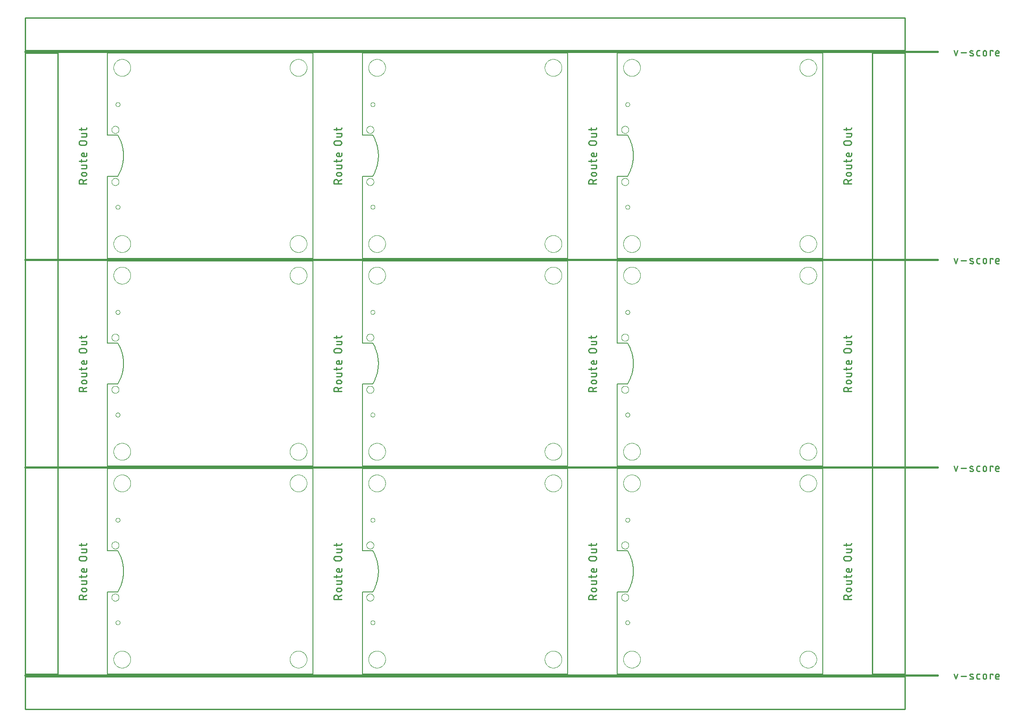
<source format=gko>
G04 EAGLE Gerber RS-274X export*
G75*
%MOMM*%
%FSLAX34Y34*%
%LPD*%
%IN*%
%IPPOS*%
%AMOC8*
5,1,8,0,0,1.08239X$1,22.5*%
G01*
%ADD10C,0.203200*%
%ADD11C,0.127000*%
%ADD12C,0.152400*%
%ADD13C,0.279400*%
%ADD14C,0.381000*%
%ADD15C,0.254000*%
%ADD16C,0.000000*%


D10*
X0Y0D02*
X400000Y0D01*
X400000Y400000D01*
X0Y400000D01*
D11*
X20001Y240000D02*
X20950Y238390D01*
X21859Y236758D01*
X22729Y235104D01*
X23559Y233429D01*
X24348Y231735D01*
X25095Y230022D01*
X25801Y228292D01*
X26465Y226545D01*
X27086Y224783D01*
X27664Y223006D01*
X28200Y221215D01*
X28692Y219412D01*
X29139Y217598D01*
X29543Y215773D01*
X29903Y213939D01*
X30218Y212097D01*
X30489Y210248D01*
X30714Y208393D01*
X30895Y206533D01*
X31031Y204669D01*
X31121Y202803D01*
X31166Y200934D01*
X31166Y199066D01*
X31121Y197197D01*
X31031Y195331D01*
X30895Y193467D01*
X30714Y191607D01*
X30489Y189752D01*
X30218Y187903D01*
X29903Y186061D01*
X29543Y184227D01*
X29139Y182402D01*
X28692Y180588D01*
X28200Y178785D01*
X27664Y176994D01*
X27086Y175217D01*
X26465Y173455D01*
X25801Y171708D01*
X25095Y169978D01*
X24348Y168265D01*
X23559Y166571D01*
X22729Y164896D01*
X21859Y163242D01*
X20950Y161610D01*
X20001Y160000D01*
X20000Y240000D02*
X0Y240000D01*
D10*
X0Y400000D01*
D12*
X0Y160000D02*
X0Y0D01*
D11*
X0Y160000D02*
X20000Y160000D01*
D13*
X-40767Y145504D02*
X-55753Y145504D01*
X-55753Y149667D01*
X-55751Y149795D01*
X-55745Y149923D01*
X-55735Y150051D01*
X-55721Y150179D01*
X-55704Y150306D01*
X-55682Y150432D01*
X-55657Y150558D01*
X-55627Y150682D01*
X-55594Y150806D01*
X-55557Y150929D01*
X-55516Y151051D01*
X-55472Y151171D01*
X-55424Y151290D01*
X-55372Y151407D01*
X-55317Y151523D01*
X-55258Y151636D01*
X-55195Y151749D01*
X-55129Y151859D01*
X-55060Y151966D01*
X-54988Y152072D01*
X-54912Y152176D01*
X-54833Y152277D01*
X-54751Y152376D01*
X-54666Y152472D01*
X-54579Y152565D01*
X-54488Y152656D01*
X-54395Y152743D01*
X-54299Y152828D01*
X-54200Y152910D01*
X-54099Y152989D01*
X-53995Y153065D01*
X-53889Y153137D01*
X-53782Y153206D01*
X-53671Y153272D01*
X-53559Y153335D01*
X-53446Y153394D01*
X-53330Y153449D01*
X-53213Y153501D01*
X-53094Y153549D01*
X-52974Y153593D01*
X-52852Y153634D01*
X-52729Y153671D01*
X-52605Y153704D01*
X-52481Y153734D01*
X-52355Y153759D01*
X-52229Y153781D01*
X-52102Y153798D01*
X-51974Y153812D01*
X-51846Y153822D01*
X-51718Y153828D01*
X-51590Y153830D01*
X-51462Y153828D01*
X-51334Y153822D01*
X-51206Y153812D01*
X-51078Y153798D01*
X-50951Y153781D01*
X-50825Y153759D01*
X-50699Y153734D01*
X-50575Y153704D01*
X-50451Y153671D01*
X-50328Y153634D01*
X-50206Y153593D01*
X-50086Y153549D01*
X-49967Y153501D01*
X-49850Y153449D01*
X-49734Y153394D01*
X-49621Y153335D01*
X-49509Y153272D01*
X-49398Y153206D01*
X-49291Y153137D01*
X-49185Y153065D01*
X-49081Y152989D01*
X-48980Y152910D01*
X-48881Y152828D01*
X-48785Y152743D01*
X-48692Y152656D01*
X-48601Y152565D01*
X-48514Y152472D01*
X-48429Y152376D01*
X-48347Y152277D01*
X-48268Y152176D01*
X-48192Y152072D01*
X-48120Y151966D01*
X-48051Y151859D01*
X-47985Y151749D01*
X-47922Y151636D01*
X-47863Y151523D01*
X-47808Y151407D01*
X-47756Y151290D01*
X-47708Y151171D01*
X-47664Y151051D01*
X-47623Y150929D01*
X-47586Y150806D01*
X-47553Y150682D01*
X-47523Y150558D01*
X-47498Y150432D01*
X-47476Y150306D01*
X-47459Y150179D01*
X-47445Y150051D01*
X-47435Y149923D01*
X-47429Y149795D01*
X-47427Y149667D01*
X-47427Y145504D01*
X-47427Y150499D02*
X-40767Y153830D01*
X-44097Y160788D02*
X-47427Y160788D01*
X-47541Y160790D01*
X-47654Y160796D01*
X-47768Y160805D01*
X-47880Y160819D01*
X-47993Y160836D01*
X-48105Y160858D01*
X-48215Y160883D01*
X-48325Y160911D01*
X-48434Y160944D01*
X-48542Y160980D01*
X-48649Y161020D01*
X-48754Y161064D01*
X-48857Y161111D01*
X-48959Y161161D01*
X-49059Y161215D01*
X-49157Y161273D01*
X-49253Y161334D01*
X-49347Y161397D01*
X-49439Y161465D01*
X-49529Y161535D01*
X-49615Y161608D01*
X-49700Y161684D01*
X-49782Y161763D01*
X-49861Y161845D01*
X-49937Y161930D01*
X-50010Y162016D01*
X-50080Y162106D01*
X-50148Y162198D01*
X-50211Y162292D01*
X-50272Y162388D01*
X-50330Y162486D01*
X-50384Y162586D01*
X-50434Y162688D01*
X-50481Y162791D01*
X-50525Y162896D01*
X-50565Y163003D01*
X-50601Y163111D01*
X-50634Y163220D01*
X-50662Y163330D01*
X-50687Y163440D01*
X-50709Y163552D01*
X-50726Y163665D01*
X-50740Y163777D01*
X-50749Y163891D01*
X-50755Y164004D01*
X-50757Y164118D01*
X-50755Y164232D01*
X-50749Y164345D01*
X-50740Y164459D01*
X-50726Y164571D01*
X-50709Y164684D01*
X-50687Y164796D01*
X-50662Y164906D01*
X-50634Y165016D01*
X-50601Y165125D01*
X-50565Y165233D01*
X-50525Y165340D01*
X-50481Y165445D01*
X-50434Y165548D01*
X-50384Y165650D01*
X-50330Y165750D01*
X-50272Y165848D01*
X-50211Y165944D01*
X-50148Y166038D01*
X-50080Y166130D01*
X-50010Y166220D01*
X-49937Y166306D01*
X-49861Y166391D01*
X-49782Y166473D01*
X-49700Y166552D01*
X-49615Y166628D01*
X-49529Y166701D01*
X-49439Y166771D01*
X-49347Y166839D01*
X-49253Y166902D01*
X-49157Y166963D01*
X-49059Y167021D01*
X-48959Y167075D01*
X-48857Y167125D01*
X-48754Y167172D01*
X-48649Y167216D01*
X-48542Y167256D01*
X-48434Y167292D01*
X-48325Y167325D01*
X-48215Y167353D01*
X-48105Y167378D01*
X-47993Y167400D01*
X-47880Y167417D01*
X-47768Y167431D01*
X-47654Y167440D01*
X-47541Y167446D01*
X-47427Y167448D01*
X-44097Y167448D01*
X-43983Y167446D01*
X-43870Y167440D01*
X-43756Y167431D01*
X-43644Y167417D01*
X-43531Y167400D01*
X-43419Y167378D01*
X-43309Y167353D01*
X-43199Y167325D01*
X-43090Y167292D01*
X-42982Y167256D01*
X-42875Y167216D01*
X-42770Y167172D01*
X-42667Y167125D01*
X-42565Y167075D01*
X-42465Y167021D01*
X-42367Y166963D01*
X-42271Y166902D01*
X-42177Y166839D01*
X-42085Y166771D01*
X-41995Y166701D01*
X-41909Y166628D01*
X-41824Y166552D01*
X-41742Y166473D01*
X-41663Y166391D01*
X-41587Y166306D01*
X-41514Y166220D01*
X-41444Y166130D01*
X-41376Y166038D01*
X-41313Y165944D01*
X-41252Y165848D01*
X-41194Y165750D01*
X-41140Y165650D01*
X-41090Y165548D01*
X-41043Y165445D01*
X-40999Y165340D01*
X-40959Y165233D01*
X-40923Y165125D01*
X-40890Y165016D01*
X-40862Y164906D01*
X-40837Y164796D01*
X-40815Y164684D01*
X-40798Y164571D01*
X-40784Y164459D01*
X-40775Y164345D01*
X-40769Y164232D01*
X-40767Y164118D01*
X-40769Y164004D01*
X-40775Y163891D01*
X-40784Y163777D01*
X-40798Y163665D01*
X-40815Y163552D01*
X-40837Y163440D01*
X-40862Y163330D01*
X-40890Y163220D01*
X-40923Y163111D01*
X-40959Y163003D01*
X-40999Y162896D01*
X-41043Y162791D01*
X-41090Y162688D01*
X-41140Y162586D01*
X-41194Y162486D01*
X-41252Y162388D01*
X-41313Y162292D01*
X-41376Y162198D01*
X-41444Y162106D01*
X-41514Y162016D01*
X-41587Y161930D01*
X-41663Y161845D01*
X-41742Y161763D01*
X-41824Y161684D01*
X-41909Y161608D01*
X-41995Y161535D01*
X-42085Y161465D01*
X-42177Y161397D01*
X-42271Y161334D01*
X-42367Y161273D01*
X-42465Y161215D01*
X-42565Y161161D01*
X-42667Y161111D01*
X-42770Y161064D01*
X-42875Y161020D01*
X-42982Y160980D01*
X-43090Y160944D01*
X-43199Y160911D01*
X-43309Y160883D01*
X-43419Y160858D01*
X-43531Y160836D01*
X-43644Y160819D01*
X-43756Y160805D01*
X-43870Y160796D01*
X-43983Y160790D01*
X-44097Y160788D01*
X-43265Y174856D02*
X-50758Y174856D01*
X-43265Y174855D02*
X-43167Y174857D01*
X-43069Y174863D01*
X-42971Y174872D01*
X-42874Y174886D01*
X-42778Y174903D01*
X-42682Y174924D01*
X-42587Y174949D01*
X-42493Y174977D01*
X-42400Y175009D01*
X-42309Y175045D01*
X-42219Y175084D01*
X-42131Y175127D01*
X-42044Y175174D01*
X-41960Y175223D01*
X-41877Y175276D01*
X-41797Y175332D01*
X-41719Y175391D01*
X-41643Y175454D01*
X-41569Y175519D01*
X-41499Y175587D01*
X-41431Y175657D01*
X-41366Y175731D01*
X-41303Y175807D01*
X-41244Y175885D01*
X-41188Y175965D01*
X-41135Y176048D01*
X-41086Y176132D01*
X-41039Y176219D01*
X-40996Y176307D01*
X-40957Y176397D01*
X-40921Y176488D01*
X-40889Y176581D01*
X-40861Y176675D01*
X-40836Y176770D01*
X-40815Y176866D01*
X-40798Y176962D01*
X-40784Y177059D01*
X-40775Y177157D01*
X-40769Y177255D01*
X-40767Y177353D01*
X-40767Y181516D01*
X-50758Y181516D01*
X-50758Y187497D02*
X-50758Y192492D01*
X-55753Y189162D02*
X-43265Y189162D01*
X-43167Y189164D01*
X-43069Y189170D01*
X-42971Y189179D01*
X-42874Y189193D01*
X-42778Y189210D01*
X-42682Y189231D01*
X-42587Y189256D01*
X-42493Y189284D01*
X-42400Y189316D01*
X-42309Y189352D01*
X-42219Y189391D01*
X-42131Y189434D01*
X-42044Y189481D01*
X-41960Y189530D01*
X-41877Y189583D01*
X-41797Y189639D01*
X-41719Y189698D01*
X-41643Y189761D01*
X-41569Y189826D01*
X-41499Y189894D01*
X-41431Y189964D01*
X-41366Y190038D01*
X-41303Y190114D01*
X-41244Y190192D01*
X-41188Y190272D01*
X-41135Y190355D01*
X-41086Y190439D01*
X-41039Y190526D01*
X-40996Y190614D01*
X-40957Y190704D01*
X-40921Y190795D01*
X-40889Y190888D01*
X-40861Y190982D01*
X-40836Y191077D01*
X-40815Y191173D01*
X-40798Y191269D01*
X-40784Y191366D01*
X-40775Y191464D01*
X-40769Y191562D01*
X-40767Y191660D01*
X-40767Y192492D01*
X-40767Y201321D02*
X-40767Y205484D01*
X-40767Y201321D02*
X-40769Y201223D01*
X-40775Y201125D01*
X-40784Y201027D01*
X-40798Y200930D01*
X-40815Y200834D01*
X-40836Y200738D01*
X-40861Y200643D01*
X-40889Y200549D01*
X-40921Y200456D01*
X-40957Y200365D01*
X-40996Y200275D01*
X-41039Y200187D01*
X-41086Y200100D01*
X-41135Y200016D01*
X-41188Y199933D01*
X-41244Y199853D01*
X-41303Y199775D01*
X-41366Y199699D01*
X-41431Y199625D01*
X-41499Y199555D01*
X-41569Y199487D01*
X-41643Y199422D01*
X-41719Y199359D01*
X-41797Y199300D01*
X-41877Y199244D01*
X-41960Y199191D01*
X-42044Y199142D01*
X-42131Y199095D01*
X-42219Y199052D01*
X-42309Y199013D01*
X-42400Y198977D01*
X-42493Y198945D01*
X-42587Y198917D01*
X-42682Y198892D01*
X-42778Y198871D01*
X-42874Y198854D01*
X-42971Y198840D01*
X-43069Y198831D01*
X-43167Y198825D01*
X-43265Y198823D01*
X-43265Y198824D02*
X-47427Y198824D01*
X-47541Y198826D01*
X-47654Y198832D01*
X-47768Y198841D01*
X-47880Y198855D01*
X-47993Y198872D01*
X-48105Y198894D01*
X-48215Y198919D01*
X-48325Y198947D01*
X-48434Y198980D01*
X-48542Y199016D01*
X-48649Y199056D01*
X-48754Y199100D01*
X-48857Y199147D01*
X-48959Y199197D01*
X-49059Y199251D01*
X-49157Y199309D01*
X-49253Y199370D01*
X-49347Y199433D01*
X-49439Y199501D01*
X-49529Y199571D01*
X-49615Y199644D01*
X-49700Y199720D01*
X-49782Y199799D01*
X-49861Y199881D01*
X-49937Y199966D01*
X-50010Y200052D01*
X-50080Y200142D01*
X-50148Y200234D01*
X-50211Y200328D01*
X-50272Y200424D01*
X-50330Y200522D01*
X-50384Y200622D01*
X-50434Y200724D01*
X-50481Y200827D01*
X-50525Y200932D01*
X-50565Y201039D01*
X-50601Y201147D01*
X-50634Y201256D01*
X-50662Y201366D01*
X-50687Y201476D01*
X-50709Y201588D01*
X-50726Y201701D01*
X-50740Y201813D01*
X-50749Y201927D01*
X-50755Y202040D01*
X-50757Y202154D01*
X-50755Y202268D01*
X-50749Y202381D01*
X-50740Y202495D01*
X-50726Y202607D01*
X-50709Y202720D01*
X-50687Y202832D01*
X-50662Y202942D01*
X-50634Y203052D01*
X-50601Y203161D01*
X-50565Y203269D01*
X-50525Y203376D01*
X-50481Y203481D01*
X-50434Y203584D01*
X-50384Y203686D01*
X-50330Y203786D01*
X-50272Y203884D01*
X-50211Y203980D01*
X-50148Y204074D01*
X-50080Y204166D01*
X-50010Y204256D01*
X-49937Y204342D01*
X-49861Y204427D01*
X-49782Y204509D01*
X-49700Y204588D01*
X-49615Y204664D01*
X-49529Y204737D01*
X-49439Y204807D01*
X-49347Y204875D01*
X-49253Y204938D01*
X-49157Y204999D01*
X-49059Y205057D01*
X-48959Y205111D01*
X-48857Y205161D01*
X-48754Y205208D01*
X-48649Y205252D01*
X-48542Y205292D01*
X-48434Y205328D01*
X-48325Y205361D01*
X-48215Y205389D01*
X-48105Y205414D01*
X-47993Y205436D01*
X-47880Y205453D01*
X-47768Y205467D01*
X-47654Y205476D01*
X-47541Y205482D01*
X-47427Y205484D01*
X-45762Y205484D01*
X-45762Y198824D01*
X-44930Y220917D02*
X-51590Y220917D01*
X-51718Y220919D01*
X-51846Y220925D01*
X-51974Y220935D01*
X-52102Y220949D01*
X-52229Y220966D01*
X-52355Y220988D01*
X-52481Y221013D01*
X-52605Y221043D01*
X-52729Y221076D01*
X-52852Y221113D01*
X-52974Y221154D01*
X-53094Y221198D01*
X-53213Y221246D01*
X-53330Y221298D01*
X-53446Y221353D01*
X-53559Y221412D01*
X-53672Y221475D01*
X-53782Y221541D01*
X-53889Y221610D01*
X-53995Y221682D01*
X-54099Y221758D01*
X-54200Y221837D01*
X-54299Y221919D01*
X-54395Y222004D01*
X-54488Y222091D01*
X-54579Y222182D01*
X-54666Y222275D01*
X-54751Y222371D01*
X-54833Y222470D01*
X-54912Y222571D01*
X-54988Y222675D01*
X-55060Y222781D01*
X-55129Y222888D01*
X-55195Y222999D01*
X-55258Y223111D01*
X-55317Y223224D01*
X-55372Y223340D01*
X-55424Y223457D01*
X-55472Y223576D01*
X-55516Y223696D01*
X-55557Y223818D01*
X-55594Y223941D01*
X-55627Y224065D01*
X-55657Y224189D01*
X-55682Y224315D01*
X-55704Y224441D01*
X-55721Y224568D01*
X-55735Y224696D01*
X-55745Y224824D01*
X-55751Y224952D01*
X-55753Y225080D01*
X-55751Y225208D01*
X-55745Y225336D01*
X-55735Y225464D01*
X-55721Y225592D01*
X-55704Y225719D01*
X-55682Y225845D01*
X-55657Y225971D01*
X-55627Y226095D01*
X-55594Y226219D01*
X-55557Y226342D01*
X-55516Y226464D01*
X-55472Y226584D01*
X-55424Y226703D01*
X-55372Y226820D01*
X-55317Y226936D01*
X-55258Y227049D01*
X-55195Y227162D01*
X-55129Y227272D01*
X-55060Y227379D01*
X-54988Y227485D01*
X-54912Y227589D01*
X-54833Y227690D01*
X-54751Y227789D01*
X-54666Y227885D01*
X-54579Y227978D01*
X-54488Y228069D01*
X-54395Y228156D01*
X-54299Y228241D01*
X-54200Y228323D01*
X-54099Y228402D01*
X-53995Y228478D01*
X-53889Y228550D01*
X-53782Y228619D01*
X-53671Y228685D01*
X-53559Y228748D01*
X-53446Y228807D01*
X-53330Y228862D01*
X-53213Y228914D01*
X-53094Y228962D01*
X-52974Y229006D01*
X-52852Y229047D01*
X-52729Y229084D01*
X-52605Y229117D01*
X-52481Y229147D01*
X-52355Y229172D01*
X-52229Y229194D01*
X-52102Y229211D01*
X-51974Y229225D01*
X-51846Y229235D01*
X-51718Y229241D01*
X-51590Y229243D01*
X-51590Y229242D02*
X-44930Y229242D01*
X-44930Y229243D02*
X-44802Y229241D01*
X-44674Y229235D01*
X-44546Y229225D01*
X-44418Y229211D01*
X-44291Y229194D01*
X-44165Y229172D01*
X-44039Y229147D01*
X-43915Y229117D01*
X-43791Y229084D01*
X-43668Y229047D01*
X-43546Y229006D01*
X-43426Y228962D01*
X-43307Y228914D01*
X-43190Y228862D01*
X-43074Y228807D01*
X-42961Y228748D01*
X-42848Y228685D01*
X-42738Y228619D01*
X-42631Y228550D01*
X-42525Y228478D01*
X-42421Y228402D01*
X-42320Y228323D01*
X-42221Y228241D01*
X-42125Y228156D01*
X-42032Y228069D01*
X-41941Y227978D01*
X-41854Y227885D01*
X-41769Y227789D01*
X-41687Y227690D01*
X-41608Y227589D01*
X-41532Y227485D01*
X-41460Y227379D01*
X-41391Y227272D01*
X-41325Y227161D01*
X-41262Y227049D01*
X-41203Y226936D01*
X-41148Y226820D01*
X-41096Y226703D01*
X-41048Y226584D01*
X-41004Y226464D01*
X-40963Y226342D01*
X-40926Y226219D01*
X-40893Y226095D01*
X-40863Y225971D01*
X-40838Y225845D01*
X-40816Y225719D01*
X-40799Y225592D01*
X-40785Y225464D01*
X-40775Y225336D01*
X-40769Y225208D01*
X-40767Y225080D01*
X-40769Y224952D01*
X-40775Y224824D01*
X-40785Y224696D01*
X-40799Y224568D01*
X-40816Y224441D01*
X-40838Y224315D01*
X-40863Y224189D01*
X-40893Y224065D01*
X-40926Y223941D01*
X-40963Y223818D01*
X-41004Y223696D01*
X-41048Y223576D01*
X-41096Y223457D01*
X-41148Y223340D01*
X-41203Y223224D01*
X-41262Y223111D01*
X-41325Y222999D01*
X-41391Y222888D01*
X-41460Y222781D01*
X-41532Y222675D01*
X-41608Y222571D01*
X-41687Y222470D01*
X-41769Y222371D01*
X-41854Y222275D01*
X-41941Y222182D01*
X-42032Y222091D01*
X-42125Y222004D01*
X-42221Y221919D01*
X-42320Y221837D01*
X-42421Y221758D01*
X-42525Y221682D01*
X-42631Y221610D01*
X-42738Y221541D01*
X-42849Y221475D01*
X-42961Y221412D01*
X-43074Y221353D01*
X-43190Y221298D01*
X-43307Y221246D01*
X-43426Y221198D01*
X-43546Y221154D01*
X-43668Y221113D01*
X-43791Y221076D01*
X-43915Y221043D01*
X-44039Y221013D01*
X-44165Y220988D01*
X-44291Y220966D01*
X-44418Y220949D01*
X-44546Y220935D01*
X-44674Y220925D01*
X-44802Y220919D01*
X-44930Y220917D01*
X-43265Y236860D02*
X-50758Y236860D01*
X-43265Y236859D02*
X-43167Y236861D01*
X-43069Y236867D01*
X-42971Y236876D01*
X-42874Y236890D01*
X-42778Y236907D01*
X-42682Y236928D01*
X-42587Y236953D01*
X-42493Y236981D01*
X-42400Y237013D01*
X-42309Y237049D01*
X-42219Y237088D01*
X-42131Y237131D01*
X-42044Y237178D01*
X-41960Y237227D01*
X-41877Y237280D01*
X-41797Y237336D01*
X-41719Y237395D01*
X-41643Y237458D01*
X-41569Y237523D01*
X-41499Y237591D01*
X-41431Y237661D01*
X-41366Y237735D01*
X-41303Y237811D01*
X-41244Y237889D01*
X-41188Y237969D01*
X-41135Y238052D01*
X-41086Y238136D01*
X-41039Y238223D01*
X-40996Y238311D01*
X-40957Y238401D01*
X-40921Y238492D01*
X-40889Y238585D01*
X-40861Y238679D01*
X-40836Y238774D01*
X-40815Y238870D01*
X-40798Y238966D01*
X-40784Y239063D01*
X-40775Y239161D01*
X-40769Y239259D01*
X-40767Y239357D01*
X-40767Y243520D01*
X-50758Y243520D01*
X-50758Y249501D02*
X-50758Y254496D01*
X-55753Y251166D02*
X-43265Y251166D01*
X-43167Y251168D01*
X-43069Y251174D01*
X-42971Y251183D01*
X-42874Y251197D01*
X-42778Y251214D01*
X-42682Y251235D01*
X-42587Y251260D01*
X-42493Y251288D01*
X-42400Y251320D01*
X-42309Y251356D01*
X-42219Y251395D01*
X-42131Y251438D01*
X-42044Y251485D01*
X-41960Y251534D01*
X-41877Y251587D01*
X-41797Y251643D01*
X-41719Y251702D01*
X-41643Y251765D01*
X-41569Y251830D01*
X-41499Y251898D01*
X-41431Y251968D01*
X-41366Y252042D01*
X-41303Y252118D01*
X-41244Y252196D01*
X-41188Y252276D01*
X-41135Y252359D01*
X-41086Y252443D01*
X-41039Y252530D01*
X-40996Y252618D01*
X-40957Y252708D01*
X-40921Y252799D01*
X-40889Y252892D01*
X-40861Y252986D01*
X-40836Y253081D01*
X-40815Y253177D01*
X-40798Y253273D01*
X-40784Y253370D01*
X-40775Y253468D01*
X-40769Y253566D01*
X-40767Y253664D01*
X-40767Y254496D01*
D10*
X496520Y0D02*
X896520Y0D01*
X896520Y400000D01*
X496520Y400000D01*
D11*
X516521Y240000D02*
X517470Y238390D01*
X518379Y236758D01*
X519249Y235104D01*
X520079Y233429D01*
X520868Y231735D01*
X521615Y230022D01*
X522321Y228292D01*
X522985Y226545D01*
X523606Y224783D01*
X524184Y223006D01*
X524720Y221215D01*
X525212Y219412D01*
X525659Y217598D01*
X526063Y215773D01*
X526423Y213939D01*
X526738Y212097D01*
X527009Y210248D01*
X527234Y208393D01*
X527415Y206533D01*
X527551Y204669D01*
X527641Y202803D01*
X527686Y200934D01*
X527686Y199066D01*
X527641Y197197D01*
X527551Y195331D01*
X527415Y193467D01*
X527234Y191607D01*
X527009Y189752D01*
X526738Y187903D01*
X526423Y186061D01*
X526063Y184227D01*
X525659Y182402D01*
X525212Y180588D01*
X524720Y178785D01*
X524184Y176994D01*
X523606Y175217D01*
X522985Y173455D01*
X522321Y171708D01*
X521615Y169978D01*
X520868Y168265D01*
X520079Y166571D01*
X519249Y164896D01*
X518379Y163242D01*
X517470Y161610D01*
X516521Y160000D01*
X516520Y240000D02*
X496520Y240000D01*
D10*
X496520Y400000D01*
D12*
X496520Y160000D02*
X496520Y0D01*
D11*
X496520Y160000D02*
X516520Y160000D01*
D13*
X455753Y145504D02*
X440767Y145504D01*
X440767Y149667D01*
X440769Y149795D01*
X440775Y149923D01*
X440785Y150051D01*
X440799Y150179D01*
X440816Y150306D01*
X440838Y150432D01*
X440863Y150558D01*
X440893Y150682D01*
X440926Y150806D01*
X440963Y150929D01*
X441004Y151051D01*
X441048Y151171D01*
X441096Y151290D01*
X441148Y151407D01*
X441203Y151523D01*
X441262Y151636D01*
X441325Y151749D01*
X441391Y151859D01*
X441460Y151966D01*
X441532Y152072D01*
X441608Y152176D01*
X441687Y152277D01*
X441769Y152376D01*
X441854Y152472D01*
X441941Y152565D01*
X442032Y152656D01*
X442125Y152743D01*
X442221Y152828D01*
X442320Y152910D01*
X442421Y152989D01*
X442525Y153065D01*
X442631Y153137D01*
X442738Y153206D01*
X442849Y153272D01*
X442961Y153335D01*
X443074Y153394D01*
X443190Y153449D01*
X443307Y153501D01*
X443426Y153549D01*
X443546Y153593D01*
X443668Y153634D01*
X443791Y153671D01*
X443915Y153704D01*
X444039Y153734D01*
X444165Y153759D01*
X444291Y153781D01*
X444418Y153798D01*
X444546Y153812D01*
X444674Y153822D01*
X444802Y153828D01*
X444930Y153830D01*
X445058Y153828D01*
X445186Y153822D01*
X445314Y153812D01*
X445442Y153798D01*
X445569Y153781D01*
X445695Y153759D01*
X445821Y153734D01*
X445945Y153704D01*
X446069Y153671D01*
X446192Y153634D01*
X446314Y153593D01*
X446434Y153549D01*
X446553Y153501D01*
X446670Y153449D01*
X446786Y153394D01*
X446899Y153335D01*
X447012Y153272D01*
X447122Y153206D01*
X447229Y153137D01*
X447335Y153065D01*
X447439Y152989D01*
X447540Y152910D01*
X447639Y152828D01*
X447735Y152743D01*
X447828Y152656D01*
X447919Y152565D01*
X448006Y152472D01*
X448091Y152376D01*
X448173Y152277D01*
X448252Y152176D01*
X448328Y152072D01*
X448400Y151966D01*
X448469Y151859D01*
X448535Y151749D01*
X448598Y151636D01*
X448657Y151523D01*
X448712Y151407D01*
X448764Y151290D01*
X448812Y151171D01*
X448856Y151051D01*
X448897Y150929D01*
X448934Y150806D01*
X448967Y150682D01*
X448997Y150558D01*
X449022Y150432D01*
X449044Y150306D01*
X449061Y150179D01*
X449075Y150051D01*
X449085Y149923D01*
X449091Y149795D01*
X449093Y149667D01*
X449093Y145504D01*
X449093Y150499D02*
X455753Y153830D01*
X452423Y160788D02*
X449093Y160788D01*
X448979Y160790D01*
X448866Y160796D01*
X448752Y160805D01*
X448640Y160819D01*
X448527Y160836D01*
X448415Y160858D01*
X448305Y160883D01*
X448195Y160911D01*
X448086Y160944D01*
X447978Y160980D01*
X447871Y161020D01*
X447766Y161064D01*
X447663Y161111D01*
X447561Y161161D01*
X447461Y161215D01*
X447363Y161273D01*
X447267Y161334D01*
X447173Y161397D01*
X447081Y161465D01*
X446991Y161535D01*
X446905Y161608D01*
X446820Y161684D01*
X446738Y161763D01*
X446659Y161845D01*
X446583Y161930D01*
X446510Y162016D01*
X446440Y162106D01*
X446372Y162198D01*
X446309Y162292D01*
X446248Y162388D01*
X446190Y162486D01*
X446136Y162586D01*
X446086Y162688D01*
X446039Y162791D01*
X445995Y162896D01*
X445955Y163003D01*
X445919Y163111D01*
X445886Y163220D01*
X445858Y163330D01*
X445833Y163440D01*
X445811Y163552D01*
X445794Y163665D01*
X445780Y163777D01*
X445771Y163891D01*
X445765Y164004D01*
X445763Y164118D01*
X445765Y164232D01*
X445771Y164345D01*
X445780Y164459D01*
X445794Y164571D01*
X445811Y164684D01*
X445833Y164796D01*
X445858Y164906D01*
X445886Y165016D01*
X445919Y165125D01*
X445955Y165233D01*
X445995Y165340D01*
X446039Y165445D01*
X446086Y165548D01*
X446136Y165650D01*
X446190Y165750D01*
X446248Y165848D01*
X446309Y165944D01*
X446372Y166038D01*
X446440Y166130D01*
X446510Y166220D01*
X446583Y166306D01*
X446659Y166391D01*
X446738Y166473D01*
X446820Y166552D01*
X446905Y166628D01*
X446991Y166701D01*
X447081Y166771D01*
X447173Y166839D01*
X447267Y166902D01*
X447363Y166963D01*
X447461Y167021D01*
X447561Y167075D01*
X447663Y167125D01*
X447766Y167172D01*
X447871Y167216D01*
X447978Y167256D01*
X448086Y167292D01*
X448195Y167325D01*
X448305Y167353D01*
X448415Y167378D01*
X448527Y167400D01*
X448640Y167417D01*
X448752Y167431D01*
X448866Y167440D01*
X448979Y167446D01*
X449093Y167448D01*
X452423Y167448D01*
X452537Y167446D01*
X452650Y167440D01*
X452764Y167431D01*
X452876Y167417D01*
X452989Y167400D01*
X453101Y167378D01*
X453211Y167353D01*
X453321Y167325D01*
X453430Y167292D01*
X453538Y167256D01*
X453645Y167216D01*
X453750Y167172D01*
X453853Y167125D01*
X453955Y167075D01*
X454055Y167021D01*
X454153Y166963D01*
X454249Y166902D01*
X454343Y166839D01*
X454435Y166771D01*
X454525Y166701D01*
X454611Y166628D01*
X454696Y166552D01*
X454778Y166473D01*
X454857Y166391D01*
X454933Y166306D01*
X455006Y166220D01*
X455076Y166130D01*
X455144Y166038D01*
X455207Y165944D01*
X455268Y165848D01*
X455326Y165750D01*
X455380Y165650D01*
X455430Y165548D01*
X455477Y165445D01*
X455521Y165340D01*
X455561Y165233D01*
X455597Y165125D01*
X455630Y165016D01*
X455658Y164906D01*
X455683Y164796D01*
X455705Y164684D01*
X455722Y164571D01*
X455736Y164459D01*
X455745Y164345D01*
X455751Y164232D01*
X455753Y164118D01*
X455751Y164004D01*
X455745Y163891D01*
X455736Y163777D01*
X455722Y163665D01*
X455705Y163552D01*
X455683Y163440D01*
X455658Y163330D01*
X455630Y163220D01*
X455597Y163111D01*
X455561Y163003D01*
X455521Y162896D01*
X455477Y162791D01*
X455430Y162688D01*
X455380Y162586D01*
X455326Y162486D01*
X455268Y162388D01*
X455207Y162292D01*
X455144Y162198D01*
X455076Y162106D01*
X455006Y162016D01*
X454933Y161930D01*
X454857Y161845D01*
X454778Y161763D01*
X454696Y161684D01*
X454611Y161608D01*
X454525Y161535D01*
X454435Y161465D01*
X454343Y161397D01*
X454249Y161334D01*
X454153Y161273D01*
X454055Y161215D01*
X453955Y161161D01*
X453853Y161111D01*
X453750Y161064D01*
X453645Y161020D01*
X453538Y160980D01*
X453430Y160944D01*
X453321Y160911D01*
X453211Y160883D01*
X453101Y160858D01*
X452989Y160836D01*
X452876Y160819D01*
X452764Y160805D01*
X452650Y160796D01*
X452537Y160790D01*
X452423Y160788D01*
X453255Y174856D02*
X445762Y174856D01*
X453255Y174855D02*
X453353Y174857D01*
X453451Y174863D01*
X453549Y174872D01*
X453646Y174886D01*
X453742Y174903D01*
X453838Y174924D01*
X453933Y174949D01*
X454027Y174977D01*
X454120Y175009D01*
X454211Y175045D01*
X454301Y175084D01*
X454389Y175127D01*
X454476Y175174D01*
X454560Y175223D01*
X454643Y175276D01*
X454723Y175332D01*
X454802Y175391D01*
X454877Y175454D01*
X454951Y175519D01*
X455021Y175587D01*
X455089Y175657D01*
X455155Y175731D01*
X455217Y175807D01*
X455276Y175885D01*
X455332Y175965D01*
X455385Y176048D01*
X455435Y176132D01*
X455481Y176219D01*
X455524Y176307D01*
X455563Y176397D01*
X455599Y176488D01*
X455631Y176581D01*
X455659Y176675D01*
X455684Y176770D01*
X455705Y176866D01*
X455722Y176962D01*
X455736Y177059D01*
X455745Y177157D01*
X455751Y177255D01*
X455753Y177353D01*
X455753Y181516D01*
X445762Y181516D01*
X445762Y187497D02*
X445762Y192492D01*
X440767Y189162D02*
X453255Y189162D01*
X453353Y189164D01*
X453451Y189170D01*
X453549Y189179D01*
X453646Y189193D01*
X453742Y189210D01*
X453838Y189231D01*
X453933Y189256D01*
X454027Y189284D01*
X454120Y189316D01*
X454211Y189352D01*
X454301Y189391D01*
X454389Y189434D01*
X454476Y189481D01*
X454560Y189530D01*
X454643Y189583D01*
X454723Y189639D01*
X454802Y189698D01*
X454877Y189761D01*
X454951Y189826D01*
X455021Y189894D01*
X455089Y189964D01*
X455155Y190038D01*
X455217Y190114D01*
X455276Y190192D01*
X455332Y190272D01*
X455385Y190355D01*
X455435Y190439D01*
X455481Y190526D01*
X455524Y190614D01*
X455563Y190704D01*
X455599Y190795D01*
X455631Y190888D01*
X455659Y190982D01*
X455684Y191077D01*
X455705Y191173D01*
X455722Y191269D01*
X455736Y191366D01*
X455745Y191464D01*
X455751Y191562D01*
X455753Y191660D01*
X455753Y192492D01*
X455753Y201321D02*
X455753Y205484D01*
X455753Y201321D02*
X455751Y201223D01*
X455745Y201125D01*
X455736Y201027D01*
X455722Y200930D01*
X455705Y200834D01*
X455684Y200738D01*
X455659Y200643D01*
X455631Y200549D01*
X455599Y200456D01*
X455563Y200365D01*
X455524Y200275D01*
X455481Y200187D01*
X455434Y200100D01*
X455385Y200016D01*
X455332Y199933D01*
X455276Y199853D01*
X455217Y199775D01*
X455155Y199699D01*
X455089Y199625D01*
X455021Y199555D01*
X454951Y199487D01*
X454877Y199422D01*
X454802Y199359D01*
X454723Y199300D01*
X454643Y199244D01*
X454560Y199191D01*
X454476Y199142D01*
X454389Y199095D01*
X454301Y199052D01*
X454211Y199013D01*
X454120Y198977D01*
X454027Y198945D01*
X453933Y198917D01*
X453838Y198892D01*
X453742Y198871D01*
X453646Y198854D01*
X453549Y198840D01*
X453451Y198831D01*
X453353Y198825D01*
X453255Y198823D01*
X453255Y198824D02*
X449093Y198824D01*
X448979Y198826D01*
X448866Y198832D01*
X448752Y198841D01*
X448640Y198855D01*
X448527Y198872D01*
X448415Y198894D01*
X448305Y198919D01*
X448195Y198947D01*
X448086Y198980D01*
X447978Y199016D01*
X447871Y199056D01*
X447766Y199100D01*
X447663Y199147D01*
X447561Y199197D01*
X447461Y199251D01*
X447363Y199309D01*
X447267Y199370D01*
X447173Y199433D01*
X447081Y199501D01*
X446991Y199571D01*
X446905Y199644D01*
X446820Y199720D01*
X446738Y199799D01*
X446659Y199881D01*
X446583Y199966D01*
X446510Y200052D01*
X446440Y200142D01*
X446372Y200234D01*
X446309Y200328D01*
X446248Y200424D01*
X446190Y200522D01*
X446136Y200622D01*
X446086Y200724D01*
X446039Y200827D01*
X445995Y200932D01*
X445955Y201039D01*
X445919Y201147D01*
X445886Y201256D01*
X445858Y201366D01*
X445833Y201476D01*
X445811Y201588D01*
X445794Y201701D01*
X445780Y201813D01*
X445771Y201927D01*
X445765Y202040D01*
X445763Y202154D01*
X445765Y202268D01*
X445771Y202381D01*
X445780Y202495D01*
X445794Y202607D01*
X445811Y202720D01*
X445833Y202832D01*
X445858Y202942D01*
X445886Y203052D01*
X445919Y203161D01*
X445955Y203269D01*
X445995Y203376D01*
X446039Y203481D01*
X446086Y203584D01*
X446136Y203686D01*
X446190Y203786D01*
X446248Y203884D01*
X446309Y203980D01*
X446372Y204074D01*
X446440Y204166D01*
X446510Y204256D01*
X446583Y204342D01*
X446659Y204427D01*
X446738Y204509D01*
X446820Y204588D01*
X446905Y204664D01*
X446991Y204737D01*
X447081Y204807D01*
X447173Y204875D01*
X447267Y204938D01*
X447363Y204999D01*
X447461Y205057D01*
X447561Y205111D01*
X447663Y205161D01*
X447766Y205208D01*
X447871Y205252D01*
X447978Y205292D01*
X448086Y205328D01*
X448195Y205361D01*
X448305Y205389D01*
X448415Y205414D01*
X448527Y205436D01*
X448640Y205453D01*
X448752Y205467D01*
X448866Y205476D01*
X448979Y205482D01*
X449093Y205484D01*
X450758Y205484D01*
X450758Y198824D01*
X451590Y220917D02*
X444930Y220917D01*
X444802Y220919D01*
X444674Y220925D01*
X444546Y220935D01*
X444418Y220949D01*
X444291Y220966D01*
X444165Y220988D01*
X444039Y221013D01*
X443915Y221043D01*
X443791Y221076D01*
X443668Y221113D01*
X443546Y221154D01*
X443426Y221198D01*
X443307Y221246D01*
X443190Y221298D01*
X443074Y221353D01*
X442961Y221412D01*
X442849Y221475D01*
X442738Y221541D01*
X442631Y221610D01*
X442525Y221682D01*
X442421Y221758D01*
X442320Y221837D01*
X442221Y221919D01*
X442125Y222004D01*
X442032Y222091D01*
X441941Y222182D01*
X441854Y222275D01*
X441769Y222371D01*
X441687Y222470D01*
X441608Y222571D01*
X441532Y222675D01*
X441460Y222781D01*
X441391Y222888D01*
X441325Y222999D01*
X441262Y223111D01*
X441203Y223224D01*
X441148Y223340D01*
X441096Y223457D01*
X441048Y223576D01*
X441004Y223696D01*
X440963Y223818D01*
X440926Y223941D01*
X440893Y224065D01*
X440863Y224189D01*
X440838Y224315D01*
X440816Y224441D01*
X440799Y224568D01*
X440785Y224696D01*
X440775Y224824D01*
X440769Y224952D01*
X440767Y225080D01*
X440769Y225208D01*
X440775Y225336D01*
X440785Y225464D01*
X440799Y225592D01*
X440816Y225719D01*
X440838Y225845D01*
X440863Y225971D01*
X440893Y226095D01*
X440926Y226219D01*
X440963Y226342D01*
X441004Y226464D01*
X441048Y226584D01*
X441096Y226703D01*
X441148Y226820D01*
X441203Y226936D01*
X441262Y227049D01*
X441325Y227162D01*
X441391Y227272D01*
X441460Y227379D01*
X441532Y227485D01*
X441608Y227589D01*
X441687Y227690D01*
X441769Y227789D01*
X441854Y227885D01*
X441941Y227978D01*
X442032Y228069D01*
X442125Y228156D01*
X442221Y228241D01*
X442320Y228323D01*
X442421Y228402D01*
X442525Y228478D01*
X442631Y228550D01*
X442738Y228619D01*
X442849Y228685D01*
X442961Y228748D01*
X443074Y228807D01*
X443190Y228862D01*
X443307Y228914D01*
X443426Y228962D01*
X443546Y229006D01*
X443668Y229047D01*
X443791Y229084D01*
X443915Y229117D01*
X444039Y229147D01*
X444165Y229172D01*
X444291Y229194D01*
X444418Y229211D01*
X444546Y229225D01*
X444674Y229235D01*
X444802Y229241D01*
X444930Y229243D01*
X444930Y229242D02*
X451590Y229242D01*
X451590Y229243D02*
X451718Y229241D01*
X451846Y229235D01*
X451974Y229225D01*
X452102Y229211D01*
X452229Y229194D01*
X452355Y229172D01*
X452481Y229147D01*
X452605Y229117D01*
X452729Y229084D01*
X452852Y229047D01*
X452974Y229006D01*
X453094Y228962D01*
X453213Y228914D01*
X453330Y228862D01*
X453446Y228807D01*
X453559Y228748D01*
X453672Y228685D01*
X453782Y228619D01*
X453889Y228550D01*
X453995Y228478D01*
X454099Y228402D01*
X454200Y228323D01*
X454299Y228241D01*
X454395Y228156D01*
X454488Y228069D01*
X454579Y227978D01*
X454666Y227885D01*
X454751Y227789D01*
X454833Y227690D01*
X454912Y227589D01*
X454988Y227485D01*
X455060Y227379D01*
X455129Y227272D01*
X455195Y227161D01*
X455258Y227049D01*
X455317Y226936D01*
X455372Y226820D01*
X455424Y226703D01*
X455472Y226584D01*
X455516Y226464D01*
X455557Y226342D01*
X455594Y226219D01*
X455627Y226095D01*
X455657Y225971D01*
X455682Y225845D01*
X455704Y225719D01*
X455721Y225592D01*
X455735Y225464D01*
X455745Y225336D01*
X455751Y225208D01*
X455753Y225080D01*
X455751Y224952D01*
X455745Y224824D01*
X455735Y224696D01*
X455721Y224568D01*
X455704Y224441D01*
X455682Y224315D01*
X455657Y224189D01*
X455627Y224065D01*
X455594Y223941D01*
X455557Y223818D01*
X455516Y223696D01*
X455472Y223576D01*
X455424Y223457D01*
X455372Y223340D01*
X455317Y223224D01*
X455258Y223111D01*
X455195Y222999D01*
X455129Y222888D01*
X455060Y222781D01*
X454988Y222675D01*
X454912Y222571D01*
X454833Y222470D01*
X454751Y222371D01*
X454666Y222275D01*
X454579Y222182D01*
X454488Y222091D01*
X454395Y222004D01*
X454299Y221919D01*
X454200Y221837D01*
X454099Y221758D01*
X453995Y221682D01*
X453889Y221610D01*
X453782Y221541D01*
X453672Y221475D01*
X453559Y221412D01*
X453446Y221353D01*
X453330Y221298D01*
X453213Y221246D01*
X453094Y221198D01*
X452974Y221154D01*
X452852Y221113D01*
X452729Y221076D01*
X452605Y221043D01*
X452481Y221013D01*
X452355Y220988D01*
X452229Y220966D01*
X452102Y220949D01*
X451974Y220935D01*
X451846Y220925D01*
X451718Y220919D01*
X451590Y220917D01*
X453255Y236860D02*
X445762Y236860D01*
X453255Y236859D02*
X453353Y236861D01*
X453451Y236867D01*
X453549Y236876D01*
X453646Y236890D01*
X453742Y236907D01*
X453838Y236928D01*
X453933Y236953D01*
X454027Y236981D01*
X454120Y237013D01*
X454211Y237049D01*
X454301Y237088D01*
X454389Y237131D01*
X454476Y237178D01*
X454560Y237227D01*
X454643Y237280D01*
X454723Y237336D01*
X454802Y237395D01*
X454877Y237458D01*
X454951Y237523D01*
X455021Y237591D01*
X455089Y237661D01*
X455155Y237735D01*
X455217Y237811D01*
X455276Y237889D01*
X455332Y237969D01*
X455385Y238052D01*
X455435Y238136D01*
X455481Y238223D01*
X455524Y238311D01*
X455563Y238401D01*
X455599Y238492D01*
X455631Y238585D01*
X455659Y238679D01*
X455684Y238774D01*
X455705Y238870D01*
X455722Y238966D01*
X455736Y239063D01*
X455745Y239161D01*
X455751Y239259D01*
X455753Y239357D01*
X455753Y243520D01*
X445762Y243520D01*
X445762Y249501D02*
X445762Y254496D01*
X440767Y251166D02*
X453255Y251166D01*
X453353Y251168D01*
X453451Y251174D01*
X453549Y251183D01*
X453646Y251197D01*
X453742Y251214D01*
X453838Y251235D01*
X453933Y251260D01*
X454027Y251288D01*
X454120Y251320D01*
X454211Y251356D01*
X454301Y251395D01*
X454389Y251438D01*
X454476Y251485D01*
X454560Y251534D01*
X454643Y251587D01*
X454723Y251643D01*
X454802Y251702D01*
X454877Y251765D01*
X454951Y251830D01*
X455021Y251898D01*
X455089Y251968D01*
X455155Y252042D01*
X455217Y252118D01*
X455276Y252196D01*
X455332Y252276D01*
X455385Y252359D01*
X455435Y252443D01*
X455481Y252530D01*
X455524Y252618D01*
X455563Y252708D01*
X455599Y252799D01*
X455631Y252892D01*
X455659Y252986D01*
X455684Y253081D01*
X455705Y253177D01*
X455722Y253273D01*
X455736Y253370D01*
X455745Y253468D01*
X455751Y253566D01*
X455753Y253664D01*
X455753Y254496D01*
D10*
X993040Y0D02*
X1393040Y0D01*
X1393040Y400000D01*
X993040Y400000D01*
D11*
X1013041Y240000D02*
X1013990Y238390D01*
X1014899Y236758D01*
X1015769Y235104D01*
X1016599Y233429D01*
X1017388Y231735D01*
X1018135Y230022D01*
X1018841Y228292D01*
X1019505Y226545D01*
X1020126Y224783D01*
X1020704Y223006D01*
X1021240Y221215D01*
X1021732Y219412D01*
X1022179Y217598D01*
X1022583Y215773D01*
X1022943Y213939D01*
X1023258Y212097D01*
X1023529Y210248D01*
X1023754Y208393D01*
X1023935Y206533D01*
X1024071Y204669D01*
X1024161Y202803D01*
X1024206Y200934D01*
X1024206Y199066D01*
X1024161Y197197D01*
X1024071Y195331D01*
X1023935Y193467D01*
X1023754Y191607D01*
X1023529Y189752D01*
X1023258Y187903D01*
X1022943Y186061D01*
X1022583Y184227D01*
X1022179Y182402D01*
X1021732Y180588D01*
X1021240Y178785D01*
X1020704Y176994D01*
X1020126Y175217D01*
X1019505Y173455D01*
X1018841Y171708D01*
X1018135Y169978D01*
X1017388Y168265D01*
X1016599Y166571D01*
X1015769Y164896D01*
X1014899Y163242D01*
X1013990Y161610D01*
X1013041Y160000D01*
X1013040Y240000D02*
X993040Y240000D01*
D10*
X993040Y400000D01*
D12*
X993040Y160000D02*
X993040Y0D01*
D11*
X993040Y160000D02*
X1013040Y160000D01*
D13*
X952273Y145504D02*
X937287Y145504D01*
X937287Y149667D01*
X937289Y149795D01*
X937295Y149923D01*
X937305Y150051D01*
X937319Y150179D01*
X937336Y150306D01*
X937358Y150432D01*
X937383Y150558D01*
X937413Y150682D01*
X937446Y150806D01*
X937483Y150929D01*
X937524Y151051D01*
X937568Y151171D01*
X937616Y151290D01*
X937668Y151407D01*
X937723Y151523D01*
X937782Y151636D01*
X937845Y151749D01*
X937911Y151859D01*
X937980Y151966D01*
X938052Y152072D01*
X938128Y152176D01*
X938207Y152277D01*
X938289Y152376D01*
X938374Y152472D01*
X938461Y152565D01*
X938552Y152656D01*
X938645Y152743D01*
X938741Y152828D01*
X938840Y152910D01*
X938941Y152989D01*
X939045Y153065D01*
X939151Y153137D01*
X939258Y153206D01*
X939369Y153272D01*
X939481Y153335D01*
X939594Y153394D01*
X939710Y153449D01*
X939827Y153501D01*
X939946Y153549D01*
X940066Y153593D01*
X940188Y153634D01*
X940311Y153671D01*
X940435Y153704D01*
X940559Y153734D01*
X940685Y153759D01*
X940811Y153781D01*
X940938Y153798D01*
X941066Y153812D01*
X941194Y153822D01*
X941322Y153828D01*
X941450Y153830D01*
X941578Y153828D01*
X941706Y153822D01*
X941834Y153812D01*
X941962Y153798D01*
X942089Y153781D01*
X942215Y153759D01*
X942341Y153734D01*
X942465Y153704D01*
X942589Y153671D01*
X942712Y153634D01*
X942834Y153593D01*
X942954Y153549D01*
X943073Y153501D01*
X943190Y153449D01*
X943306Y153394D01*
X943419Y153335D01*
X943532Y153272D01*
X943642Y153206D01*
X943749Y153137D01*
X943855Y153065D01*
X943959Y152989D01*
X944060Y152910D01*
X944159Y152828D01*
X944255Y152743D01*
X944348Y152656D01*
X944439Y152565D01*
X944526Y152472D01*
X944611Y152376D01*
X944693Y152277D01*
X944772Y152176D01*
X944848Y152072D01*
X944920Y151966D01*
X944989Y151859D01*
X945055Y151749D01*
X945118Y151636D01*
X945177Y151523D01*
X945232Y151407D01*
X945284Y151290D01*
X945332Y151171D01*
X945376Y151051D01*
X945417Y150929D01*
X945454Y150806D01*
X945487Y150682D01*
X945517Y150558D01*
X945542Y150432D01*
X945564Y150306D01*
X945581Y150179D01*
X945595Y150051D01*
X945605Y149923D01*
X945611Y149795D01*
X945613Y149667D01*
X945613Y145504D01*
X945613Y150499D02*
X952273Y153830D01*
X948943Y160788D02*
X945613Y160788D01*
X945499Y160790D01*
X945386Y160796D01*
X945272Y160805D01*
X945160Y160819D01*
X945047Y160836D01*
X944935Y160858D01*
X944825Y160883D01*
X944715Y160911D01*
X944606Y160944D01*
X944498Y160980D01*
X944391Y161020D01*
X944286Y161064D01*
X944183Y161111D01*
X944081Y161161D01*
X943981Y161215D01*
X943883Y161273D01*
X943787Y161334D01*
X943693Y161397D01*
X943601Y161465D01*
X943511Y161535D01*
X943425Y161608D01*
X943340Y161684D01*
X943258Y161763D01*
X943179Y161845D01*
X943103Y161930D01*
X943030Y162016D01*
X942960Y162106D01*
X942892Y162198D01*
X942829Y162292D01*
X942768Y162388D01*
X942710Y162486D01*
X942656Y162586D01*
X942606Y162688D01*
X942559Y162791D01*
X942515Y162896D01*
X942475Y163003D01*
X942439Y163111D01*
X942406Y163220D01*
X942378Y163330D01*
X942353Y163440D01*
X942331Y163552D01*
X942314Y163665D01*
X942300Y163777D01*
X942291Y163891D01*
X942285Y164004D01*
X942283Y164118D01*
X942285Y164232D01*
X942291Y164345D01*
X942300Y164459D01*
X942314Y164571D01*
X942331Y164684D01*
X942353Y164796D01*
X942378Y164906D01*
X942406Y165016D01*
X942439Y165125D01*
X942475Y165233D01*
X942515Y165340D01*
X942559Y165445D01*
X942606Y165548D01*
X942656Y165650D01*
X942710Y165750D01*
X942768Y165848D01*
X942829Y165944D01*
X942892Y166038D01*
X942960Y166130D01*
X943030Y166220D01*
X943103Y166306D01*
X943179Y166391D01*
X943258Y166473D01*
X943340Y166552D01*
X943425Y166628D01*
X943511Y166701D01*
X943601Y166771D01*
X943693Y166839D01*
X943787Y166902D01*
X943883Y166963D01*
X943981Y167021D01*
X944081Y167075D01*
X944183Y167125D01*
X944286Y167172D01*
X944391Y167216D01*
X944498Y167256D01*
X944606Y167292D01*
X944715Y167325D01*
X944825Y167353D01*
X944935Y167378D01*
X945047Y167400D01*
X945160Y167417D01*
X945272Y167431D01*
X945386Y167440D01*
X945499Y167446D01*
X945613Y167448D01*
X948943Y167448D01*
X949057Y167446D01*
X949170Y167440D01*
X949284Y167431D01*
X949396Y167417D01*
X949509Y167400D01*
X949621Y167378D01*
X949731Y167353D01*
X949841Y167325D01*
X949950Y167292D01*
X950058Y167256D01*
X950165Y167216D01*
X950270Y167172D01*
X950373Y167125D01*
X950475Y167075D01*
X950575Y167021D01*
X950673Y166963D01*
X950769Y166902D01*
X950863Y166839D01*
X950955Y166771D01*
X951045Y166701D01*
X951131Y166628D01*
X951216Y166552D01*
X951298Y166473D01*
X951377Y166391D01*
X951453Y166306D01*
X951526Y166220D01*
X951596Y166130D01*
X951664Y166038D01*
X951727Y165944D01*
X951788Y165848D01*
X951846Y165750D01*
X951900Y165650D01*
X951950Y165548D01*
X951997Y165445D01*
X952041Y165340D01*
X952081Y165233D01*
X952117Y165125D01*
X952150Y165016D01*
X952178Y164906D01*
X952203Y164796D01*
X952225Y164684D01*
X952242Y164571D01*
X952256Y164459D01*
X952265Y164345D01*
X952271Y164232D01*
X952273Y164118D01*
X952271Y164004D01*
X952265Y163891D01*
X952256Y163777D01*
X952242Y163665D01*
X952225Y163552D01*
X952203Y163440D01*
X952178Y163330D01*
X952150Y163220D01*
X952117Y163111D01*
X952081Y163003D01*
X952041Y162896D01*
X951997Y162791D01*
X951950Y162688D01*
X951900Y162586D01*
X951846Y162486D01*
X951788Y162388D01*
X951727Y162292D01*
X951664Y162198D01*
X951596Y162106D01*
X951526Y162016D01*
X951453Y161930D01*
X951377Y161845D01*
X951298Y161763D01*
X951216Y161684D01*
X951131Y161608D01*
X951045Y161535D01*
X950955Y161465D01*
X950863Y161397D01*
X950769Y161334D01*
X950673Y161273D01*
X950575Y161215D01*
X950475Y161161D01*
X950373Y161111D01*
X950270Y161064D01*
X950165Y161020D01*
X950058Y160980D01*
X949950Y160944D01*
X949841Y160911D01*
X949731Y160883D01*
X949621Y160858D01*
X949509Y160836D01*
X949396Y160819D01*
X949284Y160805D01*
X949170Y160796D01*
X949057Y160790D01*
X948943Y160788D01*
X949775Y174856D02*
X942282Y174856D01*
X949775Y174855D02*
X949873Y174857D01*
X949971Y174863D01*
X950069Y174872D01*
X950166Y174886D01*
X950262Y174903D01*
X950358Y174924D01*
X950453Y174949D01*
X950547Y174977D01*
X950640Y175009D01*
X950731Y175045D01*
X950821Y175084D01*
X950909Y175127D01*
X950996Y175174D01*
X951080Y175223D01*
X951163Y175276D01*
X951243Y175332D01*
X951322Y175391D01*
X951397Y175454D01*
X951471Y175519D01*
X951541Y175587D01*
X951609Y175657D01*
X951675Y175731D01*
X951737Y175807D01*
X951796Y175885D01*
X951852Y175965D01*
X951905Y176048D01*
X951955Y176132D01*
X952001Y176219D01*
X952044Y176307D01*
X952083Y176397D01*
X952119Y176488D01*
X952151Y176581D01*
X952179Y176675D01*
X952204Y176770D01*
X952225Y176866D01*
X952242Y176962D01*
X952256Y177059D01*
X952265Y177157D01*
X952271Y177255D01*
X952273Y177353D01*
X952273Y181516D01*
X942282Y181516D01*
X942282Y187497D02*
X942282Y192492D01*
X937287Y189162D02*
X949775Y189162D01*
X949873Y189164D01*
X949971Y189170D01*
X950069Y189179D01*
X950166Y189193D01*
X950262Y189210D01*
X950358Y189231D01*
X950453Y189256D01*
X950547Y189284D01*
X950640Y189316D01*
X950731Y189352D01*
X950821Y189391D01*
X950909Y189434D01*
X950996Y189481D01*
X951080Y189530D01*
X951163Y189583D01*
X951243Y189639D01*
X951322Y189698D01*
X951397Y189761D01*
X951471Y189826D01*
X951541Y189894D01*
X951609Y189964D01*
X951675Y190038D01*
X951737Y190114D01*
X951796Y190192D01*
X951852Y190272D01*
X951905Y190355D01*
X951955Y190439D01*
X952001Y190526D01*
X952044Y190614D01*
X952083Y190704D01*
X952119Y190795D01*
X952151Y190888D01*
X952179Y190982D01*
X952204Y191077D01*
X952225Y191173D01*
X952242Y191269D01*
X952256Y191366D01*
X952265Y191464D01*
X952271Y191562D01*
X952273Y191660D01*
X952273Y192492D01*
X952273Y201321D02*
X952273Y205484D01*
X952273Y201321D02*
X952271Y201223D01*
X952265Y201125D01*
X952256Y201027D01*
X952242Y200930D01*
X952225Y200834D01*
X952204Y200738D01*
X952179Y200643D01*
X952151Y200549D01*
X952119Y200456D01*
X952083Y200365D01*
X952044Y200275D01*
X952001Y200187D01*
X951954Y200100D01*
X951905Y200016D01*
X951852Y199933D01*
X951796Y199853D01*
X951737Y199775D01*
X951675Y199699D01*
X951609Y199625D01*
X951541Y199555D01*
X951471Y199487D01*
X951397Y199422D01*
X951322Y199359D01*
X951243Y199300D01*
X951163Y199244D01*
X951080Y199191D01*
X950996Y199142D01*
X950909Y199095D01*
X950821Y199052D01*
X950731Y199013D01*
X950640Y198977D01*
X950547Y198945D01*
X950453Y198917D01*
X950358Y198892D01*
X950262Y198871D01*
X950166Y198854D01*
X950069Y198840D01*
X949971Y198831D01*
X949873Y198825D01*
X949775Y198823D01*
X949775Y198824D02*
X945613Y198824D01*
X945499Y198826D01*
X945386Y198832D01*
X945272Y198841D01*
X945160Y198855D01*
X945047Y198872D01*
X944935Y198894D01*
X944825Y198919D01*
X944715Y198947D01*
X944606Y198980D01*
X944498Y199016D01*
X944391Y199056D01*
X944286Y199100D01*
X944183Y199147D01*
X944081Y199197D01*
X943981Y199251D01*
X943883Y199309D01*
X943787Y199370D01*
X943693Y199433D01*
X943601Y199501D01*
X943511Y199571D01*
X943425Y199644D01*
X943340Y199720D01*
X943258Y199799D01*
X943179Y199881D01*
X943103Y199966D01*
X943030Y200052D01*
X942960Y200142D01*
X942892Y200234D01*
X942829Y200328D01*
X942768Y200424D01*
X942710Y200522D01*
X942656Y200622D01*
X942606Y200724D01*
X942559Y200827D01*
X942515Y200932D01*
X942475Y201039D01*
X942439Y201147D01*
X942406Y201256D01*
X942378Y201366D01*
X942353Y201476D01*
X942331Y201588D01*
X942314Y201701D01*
X942300Y201813D01*
X942291Y201927D01*
X942285Y202040D01*
X942283Y202154D01*
X942285Y202268D01*
X942291Y202381D01*
X942300Y202495D01*
X942314Y202607D01*
X942331Y202720D01*
X942353Y202832D01*
X942378Y202942D01*
X942406Y203052D01*
X942439Y203161D01*
X942475Y203269D01*
X942515Y203376D01*
X942559Y203481D01*
X942606Y203584D01*
X942656Y203686D01*
X942710Y203786D01*
X942768Y203884D01*
X942829Y203980D01*
X942892Y204074D01*
X942960Y204166D01*
X943030Y204256D01*
X943103Y204342D01*
X943179Y204427D01*
X943258Y204509D01*
X943340Y204588D01*
X943425Y204664D01*
X943511Y204737D01*
X943601Y204807D01*
X943693Y204875D01*
X943787Y204938D01*
X943883Y204999D01*
X943981Y205057D01*
X944081Y205111D01*
X944183Y205161D01*
X944286Y205208D01*
X944391Y205252D01*
X944498Y205292D01*
X944606Y205328D01*
X944715Y205361D01*
X944825Y205389D01*
X944935Y205414D01*
X945047Y205436D01*
X945160Y205453D01*
X945272Y205467D01*
X945386Y205476D01*
X945499Y205482D01*
X945613Y205484D01*
X947278Y205484D01*
X947278Y198824D01*
X948110Y220917D02*
X941450Y220917D01*
X941322Y220919D01*
X941194Y220925D01*
X941066Y220935D01*
X940938Y220949D01*
X940811Y220966D01*
X940685Y220988D01*
X940559Y221013D01*
X940435Y221043D01*
X940311Y221076D01*
X940188Y221113D01*
X940066Y221154D01*
X939946Y221198D01*
X939827Y221246D01*
X939710Y221298D01*
X939594Y221353D01*
X939481Y221412D01*
X939369Y221475D01*
X939258Y221541D01*
X939151Y221610D01*
X939045Y221682D01*
X938941Y221758D01*
X938840Y221837D01*
X938741Y221919D01*
X938645Y222004D01*
X938552Y222091D01*
X938461Y222182D01*
X938374Y222275D01*
X938289Y222371D01*
X938207Y222470D01*
X938128Y222571D01*
X938052Y222675D01*
X937980Y222781D01*
X937911Y222888D01*
X937845Y222999D01*
X937782Y223111D01*
X937723Y223224D01*
X937668Y223340D01*
X937616Y223457D01*
X937568Y223576D01*
X937524Y223696D01*
X937483Y223818D01*
X937446Y223941D01*
X937413Y224065D01*
X937383Y224189D01*
X937358Y224315D01*
X937336Y224441D01*
X937319Y224568D01*
X937305Y224696D01*
X937295Y224824D01*
X937289Y224952D01*
X937287Y225080D01*
X937289Y225208D01*
X937295Y225336D01*
X937305Y225464D01*
X937319Y225592D01*
X937336Y225719D01*
X937358Y225845D01*
X937383Y225971D01*
X937413Y226095D01*
X937446Y226219D01*
X937483Y226342D01*
X937524Y226464D01*
X937568Y226584D01*
X937616Y226703D01*
X937668Y226820D01*
X937723Y226936D01*
X937782Y227049D01*
X937845Y227162D01*
X937911Y227272D01*
X937980Y227379D01*
X938052Y227485D01*
X938128Y227589D01*
X938207Y227690D01*
X938289Y227789D01*
X938374Y227885D01*
X938461Y227978D01*
X938552Y228069D01*
X938645Y228156D01*
X938741Y228241D01*
X938840Y228323D01*
X938941Y228402D01*
X939045Y228478D01*
X939151Y228550D01*
X939258Y228619D01*
X939369Y228685D01*
X939481Y228748D01*
X939594Y228807D01*
X939710Y228862D01*
X939827Y228914D01*
X939946Y228962D01*
X940066Y229006D01*
X940188Y229047D01*
X940311Y229084D01*
X940435Y229117D01*
X940559Y229147D01*
X940685Y229172D01*
X940811Y229194D01*
X940938Y229211D01*
X941066Y229225D01*
X941194Y229235D01*
X941322Y229241D01*
X941450Y229243D01*
X941450Y229242D02*
X948110Y229242D01*
X948110Y229243D02*
X948238Y229241D01*
X948366Y229235D01*
X948494Y229225D01*
X948622Y229211D01*
X948749Y229194D01*
X948875Y229172D01*
X949001Y229147D01*
X949125Y229117D01*
X949249Y229084D01*
X949372Y229047D01*
X949494Y229006D01*
X949614Y228962D01*
X949733Y228914D01*
X949850Y228862D01*
X949966Y228807D01*
X950079Y228748D01*
X950192Y228685D01*
X950302Y228619D01*
X950409Y228550D01*
X950515Y228478D01*
X950619Y228402D01*
X950720Y228323D01*
X950819Y228241D01*
X950915Y228156D01*
X951008Y228069D01*
X951099Y227978D01*
X951186Y227885D01*
X951271Y227789D01*
X951353Y227690D01*
X951432Y227589D01*
X951508Y227485D01*
X951580Y227379D01*
X951649Y227272D01*
X951715Y227161D01*
X951778Y227049D01*
X951837Y226936D01*
X951892Y226820D01*
X951944Y226703D01*
X951992Y226584D01*
X952036Y226464D01*
X952077Y226342D01*
X952114Y226219D01*
X952147Y226095D01*
X952177Y225971D01*
X952202Y225845D01*
X952224Y225719D01*
X952241Y225592D01*
X952255Y225464D01*
X952265Y225336D01*
X952271Y225208D01*
X952273Y225080D01*
X952271Y224952D01*
X952265Y224824D01*
X952255Y224696D01*
X952241Y224568D01*
X952224Y224441D01*
X952202Y224315D01*
X952177Y224189D01*
X952147Y224065D01*
X952114Y223941D01*
X952077Y223818D01*
X952036Y223696D01*
X951992Y223576D01*
X951944Y223457D01*
X951892Y223340D01*
X951837Y223224D01*
X951778Y223111D01*
X951715Y222999D01*
X951649Y222888D01*
X951580Y222781D01*
X951508Y222675D01*
X951432Y222571D01*
X951353Y222470D01*
X951271Y222371D01*
X951186Y222275D01*
X951099Y222182D01*
X951008Y222091D01*
X950915Y222004D01*
X950819Y221919D01*
X950720Y221837D01*
X950619Y221758D01*
X950515Y221682D01*
X950409Y221610D01*
X950302Y221541D01*
X950192Y221475D01*
X950079Y221412D01*
X949966Y221353D01*
X949850Y221298D01*
X949733Y221246D01*
X949614Y221198D01*
X949494Y221154D01*
X949372Y221113D01*
X949249Y221076D01*
X949125Y221043D01*
X949001Y221013D01*
X948875Y220988D01*
X948749Y220966D01*
X948622Y220949D01*
X948494Y220935D01*
X948366Y220925D01*
X948238Y220919D01*
X948110Y220917D01*
X949775Y236860D02*
X942282Y236860D01*
X949775Y236859D02*
X949873Y236861D01*
X949971Y236867D01*
X950069Y236876D01*
X950166Y236890D01*
X950262Y236907D01*
X950358Y236928D01*
X950453Y236953D01*
X950547Y236981D01*
X950640Y237013D01*
X950731Y237049D01*
X950821Y237088D01*
X950909Y237131D01*
X950996Y237178D01*
X951080Y237227D01*
X951163Y237280D01*
X951243Y237336D01*
X951322Y237395D01*
X951397Y237458D01*
X951471Y237523D01*
X951541Y237591D01*
X951609Y237661D01*
X951675Y237735D01*
X951737Y237811D01*
X951796Y237889D01*
X951852Y237969D01*
X951905Y238052D01*
X951955Y238136D01*
X952001Y238223D01*
X952044Y238311D01*
X952083Y238401D01*
X952119Y238492D01*
X952151Y238585D01*
X952179Y238679D01*
X952204Y238774D01*
X952225Y238870D01*
X952242Y238966D01*
X952256Y239063D01*
X952265Y239161D01*
X952271Y239259D01*
X952273Y239357D01*
X952273Y243520D01*
X942282Y243520D01*
X942282Y249501D02*
X942282Y254496D01*
X937287Y251166D02*
X949775Y251166D01*
X949873Y251168D01*
X949971Y251174D01*
X950069Y251183D01*
X950166Y251197D01*
X950262Y251214D01*
X950358Y251235D01*
X950453Y251260D01*
X950547Y251288D01*
X950640Y251320D01*
X950731Y251356D01*
X950821Y251395D01*
X950909Y251438D01*
X950996Y251485D01*
X951080Y251534D01*
X951163Y251587D01*
X951243Y251643D01*
X951322Y251702D01*
X951397Y251765D01*
X951471Y251830D01*
X951541Y251898D01*
X951609Y251968D01*
X951675Y252042D01*
X951737Y252118D01*
X951796Y252196D01*
X951852Y252276D01*
X951905Y252359D01*
X951955Y252443D01*
X952001Y252530D01*
X952044Y252618D01*
X952083Y252708D01*
X952119Y252799D01*
X952151Y252892D01*
X952179Y252986D01*
X952204Y253081D01*
X952225Y253177D01*
X952242Y253273D01*
X952256Y253370D01*
X952265Y253468D01*
X952271Y253566D01*
X952273Y253664D01*
X952273Y254496D01*
X1433807Y145504D02*
X1448793Y145504D01*
X1433807Y145504D02*
X1433807Y149667D01*
X1433809Y149795D01*
X1433815Y149923D01*
X1433825Y150051D01*
X1433839Y150179D01*
X1433856Y150306D01*
X1433878Y150432D01*
X1433903Y150558D01*
X1433933Y150682D01*
X1433966Y150806D01*
X1434003Y150929D01*
X1434044Y151051D01*
X1434088Y151171D01*
X1434136Y151290D01*
X1434188Y151407D01*
X1434243Y151523D01*
X1434302Y151636D01*
X1434365Y151749D01*
X1434431Y151859D01*
X1434500Y151966D01*
X1434572Y152072D01*
X1434648Y152176D01*
X1434727Y152277D01*
X1434809Y152376D01*
X1434894Y152472D01*
X1434981Y152565D01*
X1435072Y152656D01*
X1435165Y152743D01*
X1435261Y152828D01*
X1435360Y152910D01*
X1435461Y152989D01*
X1435565Y153065D01*
X1435671Y153137D01*
X1435778Y153206D01*
X1435889Y153272D01*
X1436001Y153335D01*
X1436114Y153394D01*
X1436230Y153449D01*
X1436347Y153501D01*
X1436466Y153549D01*
X1436586Y153593D01*
X1436708Y153634D01*
X1436831Y153671D01*
X1436955Y153704D01*
X1437079Y153734D01*
X1437205Y153759D01*
X1437331Y153781D01*
X1437458Y153798D01*
X1437586Y153812D01*
X1437714Y153822D01*
X1437842Y153828D01*
X1437970Y153830D01*
X1438098Y153828D01*
X1438226Y153822D01*
X1438354Y153812D01*
X1438482Y153798D01*
X1438609Y153781D01*
X1438735Y153759D01*
X1438861Y153734D01*
X1438985Y153704D01*
X1439109Y153671D01*
X1439232Y153634D01*
X1439354Y153593D01*
X1439474Y153549D01*
X1439593Y153501D01*
X1439710Y153449D01*
X1439826Y153394D01*
X1439939Y153335D01*
X1440052Y153272D01*
X1440162Y153206D01*
X1440269Y153137D01*
X1440375Y153065D01*
X1440479Y152989D01*
X1440580Y152910D01*
X1440679Y152828D01*
X1440775Y152743D01*
X1440868Y152656D01*
X1440959Y152565D01*
X1441046Y152472D01*
X1441131Y152376D01*
X1441213Y152277D01*
X1441292Y152176D01*
X1441368Y152072D01*
X1441440Y151966D01*
X1441509Y151859D01*
X1441575Y151749D01*
X1441638Y151636D01*
X1441697Y151523D01*
X1441752Y151407D01*
X1441804Y151290D01*
X1441852Y151171D01*
X1441896Y151051D01*
X1441937Y150929D01*
X1441974Y150806D01*
X1442007Y150682D01*
X1442037Y150558D01*
X1442062Y150432D01*
X1442084Y150306D01*
X1442101Y150179D01*
X1442115Y150051D01*
X1442125Y149923D01*
X1442131Y149795D01*
X1442133Y149667D01*
X1442132Y149667D02*
X1442132Y145504D01*
X1442132Y150499D02*
X1448793Y153830D01*
X1445463Y160788D02*
X1442132Y160788D01*
X1442018Y160790D01*
X1441905Y160796D01*
X1441791Y160805D01*
X1441679Y160819D01*
X1441566Y160836D01*
X1441454Y160858D01*
X1441344Y160883D01*
X1441234Y160911D01*
X1441125Y160944D01*
X1441017Y160980D01*
X1440910Y161020D01*
X1440805Y161064D01*
X1440702Y161111D01*
X1440600Y161161D01*
X1440500Y161215D01*
X1440402Y161273D01*
X1440306Y161334D01*
X1440212Y161397D01*
X1440120Y161465D01*
X1440030Y161535D01*
X1439944Y161608D01*
X1439859Y161684D01*
X1439777Y161763D01*
X1439698Y161845D01*
X1439622Y161930D01*
X1439549Y162016D01*
X1439479Y162106D01*
X1439411Y162198D01*
X1439348Y162292D01*
X1439287Y162388D01*
X1439229Y162486D01*
X1439175Y162586D01*
X1439125Y162688D01*
X1439078Y162791D01*
X1439034Y162896D01*
X1438994Y163003D01*
X1438958Y163111D01*
X1438925Y163220D01*
X1438897Y163330D01*
X1438872Y163440D01*
X1438850Y163552D01*
X1438833Y163665D01*
X1438819Y163777D01*
X1438810Y163891D01*
X1438804Y164004D01*
X1438802Y164118D01*
X1438804Y164232D01*
X1438810Y164345D01*
X1438819Y164459D01*
X1438833Y164571D01*
X1438850Y164684D01*
X1438872Y164796D01*
X1438897Y164906D01*
X1438925Y165016D01*
X1438958Y165125D01*
X1438994Y165233D01*
X1439034Y165340D01*
X1439078Y165445D01*
X1439125Y165548D01*
X1439175Y165650D01*
X1439229Y165750D01*
X1439287Y165848D01*
X1439348Y165944D01*
X1439411Y166038D01*
X1439479Y166130D01*
X1439549Y166220D01*
X1439622Y166306D01*
X1439698Y166391D01*
X1439777Y166473D01*
X1439859Y166552D01*
X1439944Y166628D01*
X1440030Y166701D01*
X1440120Y166771D01*
X1440212Y166839D01*
X1440306Y166902D01*
X1440402Y166963D01*
X1440500Y167021D01*
X1440600Y167075D01*
X1440702Y167125D01*
X1440805Y167172D01*
X1440910Y167216D01*
X1441017Y167256D01*
X1441125Y167292D01*
X1441234Y167325D01*
X1441344Y167353D01*
X1441454Y167378D01*
X1441566Y167400D01*
X1441679Y167417D01*
X1441791Y167431D01*
X1441905Y167440D01*
X1442018Y167446D01*
X1442132Y167448D01*
X1445463Y167448D01*
X1445577Y167446D01*
X1445690Y167440D01*
X1445804Y167431D01*
X1445916Y167417D01*
X1446029Y167400D01*
X1446141Y167378D01*
X1446251Y167353D01*
X1446361Y167325D01*
X1446470Y167292D01*
X1446578Y167256D01*
X1446685Y167216D01*
X1446790Y167172D01*
X1446893Y167125D01*
X1446995Y167075D01*
X1447095Y167021D01*
X1447193Y166963D01*
X1447289Y166902D01*
X1447383Y166839D01*
X1447475Y166771D01*
X1447565Y166701D01*
X1447651Y166628D01*
X1447736Y166552D01*
X1447818Y166473D01*
X1447897Y166391D01*
X1447973Y166306D01*
X1448046Y166220D01*
X1448116Y166130D01*
X1448184Y166038D01*
X1448247Y165944D01*
X1448308Y165848D01*
X1448366Y165750D01*
X1448420Y165650D01*
X1448470Y165548D01*
X1448517Y165445D01*
X1448561Y165340D01*
X1448601Y165233D01*
X1448637Y165125D01*
X1448670Y165016D01*
X1448698Y164906D01*
X1448723Y164796D01*
X1448745Y164684D01*
X1448762Y164571D01*
X1448776Y164459D01*
X1448785Y164345D01*
X1448791Y164232D01*
X1448793Y164118D01*
X1448791Y164004D01*
X1448785Y163891D01*
X1448776Y163777D01*
X1448762Y163665D01*
X1448745Y163552D01*
X1448723Y163440D01*
X1448698Y163330D01*
X1448670Y163220D01*
X1448637Y163111D01*
X1448601Y163003D01*
X1448561Y162896D01*
X1448517Y162791D01*
X1448470Y162688D01*
X1448420Y162586D01*
X1448366Y162486D01*
X1448308Y162388D01*
X1448247Y162292D01*
X1448184Y162198D01*
X1448116Y162106D01*
X1448046Y162016D01*
X1447973Y161930D01*
X1447897Y161845D01*
X1447818Y161763D01*
X1447736Y161684D01*
X1447651Y161608D01*
X1447565Y161535D01*
X1447475Y161465D01*
X1447383Y161397D01*
X1447289Y161334D01*
X1447193Y161273D01*
X1447095Y161215D01*
X1446995Y161161D01*
X1446893Y161111D01*
X1446790Y161064D01*
X1446685Y161020D01*
X1446578Y160980D01*
X1446470Y160944D01*
X1446361Y160911D01*
X1446251Y160883D01*
X1446141Y160858D01*
X1446029Y160836D01*
X1445916Y160819D01*
X1445804Y160805D01*
X1445690Y160796D01*
X1445577Y160790D01*
X1445463Y160788D01*
X1446295Y174856D02*
X1438802Y174856D01*
X1446295Y174855D02*
X1446393Y174857D01*
X1446491Y174863D01*
X1446589Y174872D01*
X1446686Y174886D01*
X1446782Y174903D01*
X1446878Y174924D01*
X1446973Y174949D01*
X1447067Y174977D01*
X1447160Y175009D01*
X1447251Y175045D01*
X1447341Y175084D01*
X1447429Y175127D01*
X1447516Y175174D01*
X1447600Y175223D01*
X1447683Y175276D01*
X1447763Y175332D01*
X1447842Y175391D01*
X1447917Y175454D01*
X1447991Y175519D01*
X1448061Y175587D01*
X1448129Y175657D01*
X1448195Y175731D01*
X1448257Y175807D01*
X1448316Y175885D01*
X1448372Y175965D01*
X1448425Y176048D01*
X1448475Y176132D01*
X1448521Y176219D01*
X1448564Y176307D01*
X1448603Y176397D01*
X1448639Y176488D01*
X1448671Y176581D01*
X1448699Y176675D01*
X1448724Y176770D01*
X1448745Y176866D01*
X1448762Y176962D01*
X1448776Y177059D01*
X1448785Y177157D01*
X1448791Y177255D01*
X1448793Y177353D01*
X1448793Y181516D01*
X1438802Y181516D01*
X1438802Y187497D02*
X1438802Y192492D01*
X1433807Y189162D02*
X1446295Y189162D01*
X1446393Y189164D01*
X1446491Y189170D01*
X1446589Y189179D01*
X1446686Y189193D01*
X1446782Y189210D01*
X1446878Y189231D01*
X1446973Y189256D01*
X1447067Y189284D01*
X1447160Y189316D01*
X1447251Y189352D01*
X1447341Y189391D01*
X1447429Y189434D01*
X1447516Y189481D01*
X1447600Y189530D01*
X1447683Y189583D01*
X1447763Y189639D01*
X1447842Y189698D01*
X1447917Y189761D01*
X1447991Y189826D01*
X1448061Y189894D01*
X1448129Y189964D01*
X1448195Y190038D01*
X1448257Y190114D01*
X1448316Y190192D01*
X1448372Y190272D01*
X1448425Y190355D01*
X1448475Y190439D01*
X1448521Y190526D01*
X1448564Y190614D01*
X1448603Y190704D01*
X1448639Y190795D01*
X1448671Y190888D01*
X1448699Y190982D01*
X1448724Y191077D01*
X1448745Y191173D01*
X1448762Y191269D01*
X1448776Y191366D01*
X1448785Y191464D01*
X1448791Y191562D01*
X1448793Y191660D01*
X1448793Y192492D01*
X1448793Y201321D02*
X1448793Y205484D01*
X1448793Y201321D02*
X1448791Y201223D01*
X1448785Y201125D01*
X1448776Y201027D01*
X1448762Y200930D01*
X1448745Y200834D01*
X1448724Y200738D01*
X1448699Y200643D01*
X1448671Y200549D01*
X1448639Y200456D01*
X1448603Y200365D01*
X1448564Y200275D01*
X1448521Y200187D01*
X1448474Y200100D01*
X1448425Y200016D01*
X1448372Y199933D01*
X1448316Y199853D01*
X1448257Y199775D01*
X1448195Y199699D01*
X1448129Y199625D01*
X1448061Y199555D01*
X1447991Y199487D01*
X1447917Y199422D01*
X1447842Y199359D01*
X1447763Y199300D01*
X1447683Y199244D01*
X1447600Y199191D01*
X1447516Y199142D01*
X1447429Y199095D01*
X1447341Y199052D01*
X1447251Y199013D01*
X1447160Y198977D01*
X1447067Y198945D01*
X1446973Y198917D01*
X1446878Y198892D01*
X1446782Y198871D01*
X1446686Y198854D01*
X1446589Y198840D01*
X1446491Y198831D01*
X1446393Y198825D01*
X1446295Y198823D01*
X1446295Y198824D02*
X1442132Y198824D01*
X1442018Y198826D01*
X1441905Y198832D01*
X1441791Y198841D01*
X1441679Y198855D01*
X1441566Y198872D01*
X1441454Y198894D01*
X1441344Y198919D01*
X1441234Y198947D01*
X1441125Y198980D01*
X1441017Y199016D01*
X1440910Y199056D01*
X1440805Y199100D01*
X1440702Y199147D01*
X1440600Y199197D01*
X1440500Y199251D01*
X1440402Y199309D01*
X1440306Y199370D01*
X1440212Y199433D01*
X1440120Y199501D01*
X1440030Y199571D01*
X1439944Y199644D01*
X1439859Y199720D01*
X1439777Y199799D01*
X1439698Y199881D01*
X1439622Y199966D01*
X1439549Y200052D01*
X1439479Y200142D01*
X1439411Y200234D01*
X1439348Y200328D01*
X1439287Y200424D01*
X1439229Y200522D01*
X1439175Y200622D01*
X1439125Y200724D01*
X1439078Y200827D01*
X1439034Y200932D01*
X1438994Y201039D01*
X1438958Y201147D01*
X1438925Y201256D01*
X1438897Y201366D01*
X1438872Y201476D01*
X1438850Y201588D01*
X1438833Y201701D01*
X1438819Y201813D01*
X1438810Y201927D01*
X1438804Y202040D01*
X1438802Y202154D01*
X1438804Y202268D01*
X1438810Y202381D01*
X1438819Y202495D01*
X1438833Y202607D01*
X1438850Y202720D01*
X1438872Y202832D01*
X1438897Y202942D01*
X1438925Y203052D01*
X1438958Y203161D01*
X1438994Y203269D01*
X1439034Y203376D01*
X1439078Y203481D01*
X1439125Y203584D01*
X1439175Y203686D01*
X1439229Y203786D01*
X1439287Y203884D01*
X1439348Y203980D01*
X1439411Y204074D01*
X1439479Y204166D01*
X1439549Y204256D01*
X1439622Y204342D01*
X1439698Y204427D01*
X1439777Y204509D01*
X1439859Y204588D01*
X1439944Y204664D01*
X1440030Y204737D01*
X1440120Y204807D01*
X1440212Y204875D01*
X1440306Y204938D01*
X1440402Y204999D01*
X1440500Y205057D01*
X1440600Y205111D01*
X1440702Y205161D01*
X1440805Y205208D01*
X1440910Y205252D01*
X1441017Y205292D01*
X1441125Y205328D01*
X1441234Y205361D01*
X1441344Y205389D01*
X1441454Y205414D01*
X1441566Y205436D01*
X1441679Y205453D01*
X1441791Y205467D01*
X1441905Y205476D01*
X1442018Y205482D01*
X1442132Y205484D01*
X1443798Y205484D01*
X1443798Y198824D01*
X1444630Y220917D02*
X1437970Y220917D01*
X1437842Y220919D01*
X1437714Y220925D01*
X1437586Y220935D01*
X1437458Y220949D01*
X1437331Y220966D01*
X1437205Y220988D01*
X1437079Y221013D01*
X1436955Y221043D01*
X1436831Y221076D01*
X1436708Y221113D01*
X1436586Y221154D01*
X1436466Y221198D01*
X1436347Y221246D01*
X1436230Y221298D01*
X1436114Y221353D01*
X1436001Y221412D01*
X1435889Y221475D01*
X1435778Y221541D01*
X1435671Y221610D01*
X1435565Y221682D01*
X1435461Y221758D01*
X1435360Y221837D01*
X1435261Y221919D01*
X1435165Y222004D01*
X1435072Y222091D01*
X1434981Y222182D01*
X1434894Y222275D01*
X1434809Y222371D01*
X1434727Y222470D01*
X1434648Y222571D01*
X1434572Y222675D01*
X1434500Y222781D01*
X1434431Y222888D01*
X1434365Y222999D01*
X1434302Y223111D01*
X1434243Y223224D01*
X1434188Y223340D01*
X1434136Y223457D01*
X1434088Y223576D01*
X1434044Y223696D01*
X1434003Y223818D01*
X1433966Y223941D01*
X1433933Y224065D01*
X1433903Y224189D01*
X1433878Y224315D01*
X1433856Y224441D01*
X1433839Y224568D01*
X1433825Y224696D01*
X1433815Y224824D01*
X1433809Y224952D01*
X1433807Y225080D01*
X1433809Y225208D01*
X1433815Y225336D01*
X1433825Y225464D01*
X1433839Y225592D01*
X1433856Y225719D01*
X1433878Y225845D01*
X1433903Y225971D01*
X1433933Y226095D01*
X1433966Y226219D01*
X1434003Y226342D01*
X1434044Y226464D01*
X1434088Y226584D01*
X1434136Y226703D01*
X1434188Y226820D01*
X1434243Y226936D01*
X1434302Y227049D01*
X1434365Y227162D01*
X1434431Y227272D01*
X1434500Y227379D01*
X1434572Y227485D01*
X1434648Y227589D01*
X1434727Y227690D01*
X1434809Y227789D01*
X1434894Y227885D01*
X1434981Y227978D01*
X1435072Y228069D01*
X1435165Y228156D01*
X1435261Y228241D01*
X1435360Y228323D01*
X1435461Y228402D01*
X1435565Y228478D01*
X1435671Y228550D01*
X1435778Y228619D01*
X1435889Y228685D01*
X1436001Y228748D01*
X1436114Y228807D01*
X1436230Y228862D01*
X1436347Y228914D01*
X1436466Y228962D01*
X1436586Y229006D01*
X1436708Y229047D01*
X1436831Y229084D01*
X1436955Y229117D01*
X1437079Y229147D01*
X1437205Y229172D01*
X1437331Y229194D01*
X1437458Y229211D01*
X1437586Y229225D01*
X1437714Y229235D01*
X1437842Y229241D01*
X1437970Y229243D01*
X1437970Y229242D02*
X1444630Y229242D01*
X1444630Y229243D02*
X1444758Y229241D01*
X1444886Y229235D01*
X1445014Y229225D01*
X1445142Y229211D01*
X1445269Y229194D01*
X1445395Y229172D01*
X1445521Y229147D01*
X1445645Y229117D01*
X1445769Y229084D01*
X1445892Y229047D01*
X1446014Y229006D01*
X1446134Y228962D01*
X1446253Y228914D01*
X1446370Y228862D01*
X1446486Y228807D01*
X1446599Y228748D01*
X1446712Y228685D01*
X1446822Y228619D01*
X1446929Y228550D01*
X1447035Y228478D01*
X1447139Y228402D01*
X1447240Y228323D01*
X1447339Y228241D01*
X1447435Y228156D01*
X1447528Y228069D01*
X1447619Y227978D01*
X1447706Y227885D01*
X1447791Y227789D01*
X1447873Y227690D01*
X1447952Y227589D01*
X1448028Y227485D01*
X1448100Y227379D01*
X1448169Y227272D01*
X1448235Y227161D01*
X1448298Y227049D01*
X1448357Y226936D01*
X1448412Y226820D01*
X1448464Y226703D01*
X1448512Y226584D01*
X1448556Y226464D01*
X1448597Y226342D01*
X1448634Y226219D01*
X1448667Y226095D01*
X1448697Y225971D01*
X1448722Y225845D01*
X1448744Y225719D01*
X1448761Y225592D01*
X1448775Y225464D01*
X1448785Y225336D01*
X1448791Y225208D01*
X1448793Y225080D01*
X1448791Y224952D01*
X1448785Y224824D01*
X1448775Y224696D01*
X1448761Y224568D01*
X1448744Y224441D01*
X1448722Y224315D01*
X1448697Y224189D01*
X1448667Y224065D01*
X1448634Y223941D01*
X1448597Y223818D01*
X1448556Y223696D01*
X1448512Y223576D01*
X1448464Y223457D01*
X1448412Y223340D01*
X1448357Y223224D01*
X1448298Y223111D01*
X1448235Y222999D01*
X1448169Y222888D01*
X1448100Y222781D01*
X1448028Y222675D01*
X1447952Y222571D01*
X1447873Y222470D01*
X1447791Y222371D01*
X1447706Y222275D01*
X1447619Y222182D01*
X1447528Y222091D01*
X1447435Y222004D01*
X1447339Y221919D01*
X1447240Y221837D01*
X1447139Y221758D01*
X1447035Y221682D01*
X1446929Y221610D01*
X1446822Y221541D01*
X1446712Y221475D01*
X1446599Y221412D01*
X1446486Y221353D01*
X1446370Y221298D01*
X1446253Y221246D01*
X1446134Y221198D01*
X1446014Y221154D01*
X1445892Y221113D01*
X1445769Y221076D01*
X1445645Y221043D01*
X1445521Y221013D01*
X1445395Y220988D01*
X1445269Y220966D01*
X1445142Y220949D01*
X1445014Y220935D01*
X1444886Y220925D01*
X1444758Y220919D01*
X1444630Y220917D01*
X1446295Y236860D02*
X1438802Y236860D01*
X1446295Y236859D02*
X1446393Y236861D01*
X1446491Y236867D01*
X1446589Y236876D01*
X1446686Y236890D01*
X1446782Y236907D01*
X1446878Y236928D01*
X1446973Y236953D01*
X1447067Y236981D01*
X1447160Y237013D01*
X1447251Y237049D01*
X1447341Y237088D01*
X1447429Y237131D01*
X1447516Y237178D01*
X1447600Y237227D01*
X1447683Y237280D01*
X1447763Y237336D01*
X1447842Y237395D01*
X1447917Y237458D01*
X1447991Y237523D01*
X1448061Y237591D01*
X1448129Y237661D01*
X1448195Y237735D01*
X1448257Y237811D01*
X1448316Y237889D01*
X1448372Y237969D01*
X1448425Y238052D01*
X1448475Y238136D01*
X1448521Y238223D01*
X1448564Y238311D01*
X1448603Y238401D01*
X1448639Y238492D01*
X1448671Y238585D01*
X1448699Y238679D01*
X1448724Y238774D01*
X1448745Y238870D01*
X1448762Y238966D01*
X1448776Y239063D01*
X1448785Y239161D01*
X1448791Y239259D01*
X1448793Y239357D01*
X1448793Y243520D01*
X1438802Y243520D01*
X1438802Y249501D02*
X1438802Y254496D01*
X1433807Y251166D02*
X1446295Y251166D01*
X1446393Y251168D01*
X1446491Y251174D01*
X1446589Y251183D01*
X1446686Y251197D01*
X1446782Y251214D01*
X1446878Y251235D01*
X1446973Y251260D01*
X1447067Y251288D01*
X1447160Y251320D01*
X1447251Y251356D01*
X1447341Y251395D01*
X1447429Y251438D01*
X1447516Y251485D01*
X1447600Y251534D01*
X1447683Y251587D01*
X1447763Y251643D01*
X1447842Y251702D01*
X1447917Y251765D01*
X1447991Y251830D01*
X1448061Y251898D01*
X1448129Y251968D01*
X1448195Y252042D01*
X1448257Y252118D01*
X1448316Y252196D01*
X1448372Y252276D01*
X1448425Y252359D01*
X1448475Y252443D01*
X1448521Y252530D01*
X1448564Y252618D01*
X1448603Y252708D01*
X1448639Y252799D01*
X1448671Y252892D01*
X1448699Y252986D01*
X1448724Y253081D01*
X1448745Y253177D01*
X1448762Y253273D01*
X1448776Y253370D01*
X1448785Y253468D01*
X1448791Y253566D01*
X1448793Y253664D01*
X1448793Y254496D01*
D10*
X400000Y405080D02*
X0Y405080D01*
X400000Y405080D02*
X400000Y805080D01*
X0Y805080D01*
D11*
X20001Y645080D02*
X20950Y643470D01*
X21859Y641838D01*
X22729Y640184D01*
X23559Y638509D01*
X24348Y636815D01*
X25095Y635102D01*
X25801Y633372D01*
X26465Y631625D01*
X27086Y629863D01*
X27664Y628086D01*
X28200Y626295D01*
X28692Y624492D01*
X29139Y622678D01*
X29543Y620853D01*
X29903Y619019D01*
X30218Y617177D01*
X30489Y615328D01*
X30714Y613473D01*
X30895Y611613D01*
X31031Y609749D01*
X31121Y607883D01*
X31166Y606014D01*
X31166Y604146D01*
X31121Y602277D01*
X31031Y600411D01*
X30895Y598547D01*
X30714Y596687D01*
X30489Y594832D01*
X30218Y592983D01*
X29903Y591141D01*
X29543Y589307D01*
X29139Y587482D01*
X28692Y585668D01*
X28200Y583865D01*
X27664Y582074D01*
X27086Y580297D01*
X26465Y578535D01*
X25801Y576788D01*
X25095Y575058D01*
X24348Y573345D01*
X23559Y571651D01*
X22729Y569976D01*
X21859Y568322D01*
X20950Y566690D01*
X20001Y565080D01*
X20000Y645080D02*
X0Y645080D01*
D10*
X0Y805080D01*
D12*
X0Y565080D02*
X0Y405080D01*
D11*
X0Y565080D02*
X20000Y565080D01*
D13*
X-40767Y550584D02*
X-55753Y550584D01*
X-55753Y554747D01*
X-55751Y554875D01*
X-55745Y555003D01*
X-55735Y555131D01*
X-55721Y555259D01*
X-55704Y555386D01*
X-55682Y555512D01*
X-55657Y555638D01*
X-55627Y555762D01*
X-55594Y555886D01*
X-55557Y556009D01*
X-55516Y556131D01*
X-55472Y556251D01*
X-55424Y556370D01*
X-55372Y556487D01*
X-55317Y556603D01*
X-55258Y556716D01*
X-55195Y556829D01*
X-55129Y556939D01*
X-55060Y557046D01*
X-54988Y557152D01*
X-54912Y557256D01*
X-54833Y557357D01*
X-54751Y557456D01*
X-54666Y557552D01*
X-54579Y557645D01*
X-54488Y557736D01*
X-54395Y557823D01*
X-54299Y557908D01*
X-54200Y557990D01*
X-54099Y558069D01*
X-53995Y558145D01*
X-53889Y558217D01*
X-53782Y558286D01*
X-53671Y558352D01*
X-53559Y558415D01*
X-53446Y558474D01*
X-53330Y558529D01*
X-53213Y558581D01*
X-53094Y558629D01*
X-52974Y558673D01*
X-52852Y558714D01*
X-52729Y558751D01*
X-52605Y558784D01*
X-52481Y558814D01*
X-52355Y558839D01*
X-52229Y558861D01*
X-52102Y558878D01*
X-51974Y558892D01*
X-51846Y558902D01*
X-51718Y558908D01*
X-51590Y558910D01*
X-51462Y558908D01*
X-51334Y558902D01*
X-51206Y558892D01*
X-51078Y558878D01*
X-50951Y558861D01*
X-50825Y558839D01*
X-50699Y558814D01*
X-50575Y558784D01*
X-50451Y558751D01*
X-50328Y558714D01*
X-50206Y558673D01*
X-50086Y558629D01*
X-49967Y558581D01*
X-49850Y558529D01*
X-49734Y558474D01*
X-49621Y558415D01*
X-49509Y558352D01*
X-49398Y558286D01*
X-49291Y558217D01*
X-49185Y558145D01*
X-49081Y558069D01*
X-48980Y557990D01*
X-48881Y557908D01*
X-48785Y557823D01*
X-48692Y557736D01*
X-48601Y557645D01*
X-48514Y557552D01*
X-48429Y557456D01*
X-48347Y557357D01*
X-48268Y557256D01*
X-48192Y557152D01*
X-48120Y557046D01*
X-48051Y556939D01*
X-47985Y556829D01*
X-47922Y556716D01*
X-47863Y556603D01*
X-47808Y556487D01*
X-47756Y556370D01*
X-47708Y556251D01*
X-47664Y556131D01*
X-47623Y556009D01*
X-47586Y555886D01*
X-47553Y555762D01*
X-47523Y555638D01*
X-47498Y555512D01*
X-47476Y555386D01*
X-47459Y555259D01*
X-47445Y555131D01*
X-47435Y555003D01*
X-47429Y554875D01*
X-47427Y554747D01*
X-47427Y550584D01*
X-47427Y555579D02*
X-40767Y558910D01*
X-44097Y565868D02*
X-47427Y565868D01*
X-47541Y565870D01*
X-47654Y565876D01*
X-47768Y565885D01*
X-47880Y565899D01*
X-47993Y565916D01*
X-48105Y565938D01*
X-48215Y565963D01*
X-48325Y565991D01*
X-48434Y566024D01*
X-48542Y566060D01*
X-48649Y566100D01*
X-48754Y566144D01*
X-48857Y566191D01*
X-48959Y566241D01*
X-49059Y566295D01*
X-49157Y566353D01*
X-49253Y566414D01*
X-49347Y566477D01*
X-49439Y566545D01*
X-49529Y566615D01*
X-49615Y566688D01*
X-49700Y566764D01*
X-49782Y566843D01*
X-49861Y566925D01*
X-49937Y567010D01*
X-50010Y567096D01*
X-50080Y567186D01*
X-50148Y567278D01*
X-50211Y567372D01*
X-50272Y567468D01*
X-50330Y567566D01*
X-50384Y567666D01*
X-50434Y567768D01*
X-50481Y567871D01*
X-50525Y567976D01*
X-50565Y568083D01*
X-50601Y568191D01*
X-50634Y568300D01*
X-50662Y568410D01*
X-50687Y568520D01*
X-50709Y568632D01*
X-50726Y568745D01*
X-50740Y568857D01*
X-50749Y568971D01*
X-50755Y569084D01*
X-50757Y569198D01*
X-50755Y569312D01*
X-50749Y569425D01*
X-50740Y569539D01*
X-50726Y569651D01*
X-50709Y569764D01*
X-50687Y569876D01*
X-50662Y569986D01*
X-50634Y570096D01*
X-50601Y570205D01*
X-50565Y570313D01*
X-50525Y570420D01*
X-50481Y570525D01*
X-50434Y570628D01*
X-50384Y570730D01*
X-50330Y570830D01*
X-50272Y570928D01*
X-50211Y571024D01*
X-50148Y571118D01*
X-50080Y571210D01*
X-50010Y571300D01*
X-49937Y571386D01*
X-49861Y571471D01*
X-49782Y571553D01*
X-49700Y571632D01*
X-49615Y571708D01*
X-49529Y571781D01*
X-49439Y571851D01*
X-49347Y571919D01*
X-49253Y571982D01*
X-49157Y572043D01*
X-49059Y572101D01*
X-48959Y572155D01*
X-48857Y572205D01*
X-48754Y572252D01*
X-48649Y572296D01*
X-48542Y572336D01*
X-48434Y572372D01*
X-48325Y572405D01*
X-48215Y572433D01*
X-48105Y572458D01*
X-47993Y572480D01*
X-47880Y572497D01*
X-47768Y572511D01*
X-47654Y572520D01*
X-47541Y572526D01*
X-47427Y572528D01*
X-44097Y572528D01*
X-43983Y572526D01*
X-43870Y572520D01*
X-43756Y572511D01*
X-43644Y572497D01*
X-43531Y572480D01*
X-43419Y572458D01*
X-43309Y572433D01*
X-43199Y572405D01*
X-43090Y572372D01*
X-42982Y572336D01*
X-42875Y572296D01*
X-42770Y572252D01*
X-42667Y572205D01*
X-42565Y572155D01*
X-42465Y572101D01*
X-42367Y572043D01*
X-42271Y571982D01*
X-42177Y571919D01*
X-42085Y571851D01*
X-41995Y571781D01*
X-41909Y571708D01*
X-41824Y571632D01*
X-41742Y571553D01*
X-41663Y571471D01*
X-41587Y571386D01*
X-41514Y571300D01*
X-41444Y571210D01*
X-41376Y571118D01*
X-41313Y571024D01*
X-41252Y570928D01*
X-41194Y570830D01*
X-41140Y570730D01*
X-41090Y570628D01*
X-41043Y570525D01*
X-40999Y570420D01*
X-40959Y570313D01*
X-40923Y570205D01*
X-40890Y570096D01*
X-40862Y569986D01*
X-40837Y569876D01*
X-40815Y569764D01*
X-40798Y569651D01*
X-40784Y569539D01*
X-40775Y569425D01*
X-40769Y569312D01*
X-40767Y569198D01*
X-40769Y569084D01*
X-40775Y568971D01*
X-40784Y568857D01*
X-40798Y568745D01*
X-40815Y568632D01*
X-40837Y568520D01*
X-40862Y568410D01*
X-40890Y568300D01*
X-40923Y568191D01*
X-40959Y568083D01*
X-40999Y567976D01*
X-41043Y567871D01*
X-41090Y567768D01*
X-41140Y567666D01*
X-41194Y567566D01*
X-41252Y567468D01*
X-41313Y567372D01*
X-41376Y567278D01*
X-41444Y567186D01*
X-41514Y567096D01*
X-41587Y567010D01*
X-41663Y566925D01*
X-41742Y566843D01*
X-41824Y566764D01*
X-41909Y566688D01*
X-41995Y566615D01*
X-42085Y566545D01*
X-42177Y566477D01*
X-42271Y566414D01*
X-42367Y566353D01*
X-42465Y566295D01*
X-42565Y566241D01*
X-42667Y566191D01*
X-42770Y566144D01*
X-42875Y566100D01*
X-42982Y566060D01*
X-43090Y566024D01*
X-43199Y565991D01*
X-43309Y565963D01*
X-43419Y565938D01*
X-43531Y565916D01*
X-43644Y565899D01*
X-43756Y565885D01*
X-43870Y565876D01*
X-43983Y565870D01*
X-44097Y565868D01*
X-43265Y579936D02*
X-50758Y579936D01*
X-43265Y579935D02*
X-43167Y579937D01*
X-43069Y579943D01*
X-42971Y579952D01*
X-42874Y579966D01*
X-42778Y579983D01*
X-42682Y580004D01*
X-42587Y580029D01*
X-42493Y580057D01*
X-42400Y580089D01*
X-42309Y580125D01*
X-42219Y580164D01*
X-42131Y580207D01*
X-42044Y580254D01*
X-41960Y580303D01*
X-41877Y580356D01*
X-41797Y580412D01*
X-41719Y580471D01*
X-41643Y580534D01*
X-41569Y580599D01*
X-41499Y580667D01*
X-41431Y580737D01*
X-41366Y580811D01*
X-41303Y580887D01*
X-41244Y580965D01*
X-41188Y581045D01*
X-41135Y581128D01*
X-41086Y581212D01*
X-41039Y581299D01*
X-40996Y581387D01*
X-40957Y581477D01*
X-40921Y581568D01*
X-40889Y581661D01*
X-40861Y581755D01*
X-40836Y581850D01*
X-40815Y581946D01*
X-40798Y582042D01*
X-40784Y582139D01*
X-40775Y582237D01*
X-40769Y582335D01*
X-40767Y582433D01*
X-40767Y586596D01*
X-50758Y586596D01*
X-50758Y592577D02*
X-50758Y597572D01*
X-55753Y594242D02*
X-43265Y594242D01*
X-43167Y594244D01*
X-43069Y594250D01*
X-42971Y594259D01*
X-42874Y594273D01*
X-42778Y594290D01*
X-42682Y594311D01*
X-42587Y594336D01*
X-42493Y594364D01*
X-42400Y594396D01*
X-42309Y594432D01*
X-42219Y594471D01*
X-42131Y594514D01*
X-42044Y594561D01*
X-41960Y594610D01*
X-41877Y594663D01*
X-41797Y594719D01*
X-41719Y594778D01*
X-41643Y594841D01*
X-41569Y594906D01*
X-41499Y594974D01*
X-41431Y595044D01*
X-41366Y595118D01*
X-41303Y595194D01*
X-41244Y595272D01*
X-41188Y595352D01*
X-41135Y595435D01*
X-41086Y595519D01*
X-41039Y595606D01*
X-40996Y595694D01*
X-40957Y595784D01*
X-40921Y595875D01*
X-40889Y595968D01*
X-40861Y596062D01*
X-40836Y596157D01*
X-40815Y596253D01*
X-40798Y596349D01*
X-40784Y596446D01*
X-40775Y596544D01*
X-40769Y596642D01*
X-40767Y596740D01*
X-40767Y597572D01*
X-40767Y606401D02*
X-40767Y610564D01*
X-40767Y606401D02*
X-40769Y606303D01*
X-40775Y606205D01*
X-40784Y606107D01*
X-40798Y606010D01*
X-40815Y605914D01*
X-40836Y605818D01*
X-40861Y605723D01*
X-40889Y605629D01*
X-40921Y605536D01*
X-40957Y605445D01*
X-40996Y605355D01*
X-41039Y605267D01*
X-41086Y605180D01*
X-41135Y605096D01*
X-41188Y605013D01*
X-41244Y604933D01*
X-41303Y604855D01*
X-41366Y604779D01*
X-41431Y604705D01*
X-41499Y604635D01*
X-41569Y604567D01*
X-41643Y604502D01*
X-41719Y604439D01*
X-41797Y604380D01*
X-41877Y604324D01*
X-41960Y604271D01*
X-42044Y604222D01*
X-42131Y604175D01*
X-42219Y604132D01*
X-42309Y604093D01*
X-42400Y604057D01*
X-42493Y604025D01*
X-42587Y603997D01*
X-42682Y603972D01*
X-42778Y603951D01*
X-42874Y603934D01*
X-42971Y603920D01*
X-43069Y603911D01*
X-43167Y603905D01*
X-43265Y603903D01*
X-43265Y603904D02*
X-47427Y603904D01*
X-47541Y603906D01*
X-47654Y603912D01*
X-47768Y603921D01*
X-47880Y603935D01*
X-47993Y603952D01*
X-48105Y603974D01*
X-48215Y603999D01*
X-48325Y604027D01*
X-48434Y604060D01*
X-48542Y604096D01*
X-48649Y604136D01*
X-48754Y604180D01*
X-48857Y604227D01*
X-48959Y604277D01*
X-49059Y604331D01*
X-49157Y604389D01*
X-49253Y604450D01*
X-49347Y604513D01*
X-49439Y604581D01*
X-49529Y604651D01*
X-49615Y604724D01*
X-49700Y604800D01*
X-49782Y604879D01*
X-49861Y604961D01*
X-49937Y605046D01*
X-50010Y605132D01*
X-50080Y605222D01*
X-50148Y605314D01*
X-50211Y605408D01*
X-50272Y605504D01*
X-50330Y605602D01*
X-50384Y605702D01*
X-50434Y605804D01*
X-50481Y605907D01*
X-50525Y606012D01*
X-50565Y606119D01*
X-50601Y606227D01*
X-50634Y606336D01*
X-50662Y606446D01*
X-50687Y606556D01*
X-50709Y606668D01*
X-50726Y606781D01*
X-50740Y606893D01*
X-50749Y607007D01*
X-50755Y607120D01*
X-50757Y607234D01*
X-50755Y607348D01*
X-50749Y607461D01*
X-50740Y607575D01*
X-50726Y607687D01*
X-50709Y607800D01*
X-50687Y607912D01*
X-50662Y608022D01*
X-50634Y608132D01*
X-50601Y608241D01*
X-50565Y608349D01*
X-50525Y608456D01*
X-50481Y608561D01*
X-50434Y608664D01*
X-50384Y608766D01*
X-50330Y608866D01*
X-50272Y608964D01*
X-50211Y609060D01*
X-50148Y609154D01*
X-50080Y609246D01*
X-50010Y609336D01*
X-49937Y609422D01*
X-49861Y609507D01*
X-49782Y609589D01*
X-49700Y609668D01*
X-49615Y609744D01*
X-49529Y609817D01*
X-49439Y609887D01*
X-49347Y609955D01*
X-49253Y610018D01*
X-49157Y610079D01*
X-49059Y610137D01*
X-48959Y610191D01*
X-48857Y610241D01*
X-48754Y610288D01*
X-48649Y610332D01*
X-48542Y610372D01*
X-48434Y610408D01*
X-48325Y610441D01*
X-48215Y610469D01*
X-48105Y610494D01*
X-47993Y610516D01*
X-47880Y610533D01*
X-47768Y610547D01*
X-47654Y610556D01*
X-47541Y610562D01*
X-47427Y610564D01*
X-45762Y610564D01*
X-45762Y603904D01*
X-44930Y625997D02*
X-51590Y625997D01*
X-51718Y625999D01*
X-51846Y626005D01*
X-51974Y626015D01*
X-52102Y626029D01*
X-52229Y626046D01*
X-52355Y626068D01*
X-52481Y626093D01*
X-52605Y626123D01*
X-52729Y626156D01*
X-52852Y626193D01*
X-52974Y626234D01*
X-53094Y626278D01*
X-53213Y626326D01*
X-53330Y626378D01*
X-53446Y626433D01*
X-53559Y626492D01*
X-53672Y626555D01*
X-53782Y626621D01*
X-53889Y626690D01*
X-53995Y626762D01*
X-54099Y626838D01*
X-54200Y626917D01*
X-54299Y626999D01*
X-54395Y627084D01*
X-54488Y627171D01*
X-54579Y627262D01*
X-54666Y627355D01*
X-54751Y627451D01*
X-54833Y627550D01*
X-54912Y627651D01*
X-54988Y627755D01*
X-55060Y627861D01*
X-55129Y627968D01*
X-55195Y628079D01*
X-55258Y628191D01*
X-55317Y628304D01*
X-55372Y628420D01*
X-55424Y628537D01*
X-55472Y628656D01*
X-55516Y628776D01*
X-55557Y628898D01*
X-55594Y629021D01*
X-55627Y629145D01*
X-55657Y629269D01*
X-55682Y629395D01*
X-55704Y629521D01*
X-55721Y629648D01*
X-55735Y629776D01*
X-55745Y629904D01*
X-55751Y630032D01*
X-55753Y630160D01*
X-55751Y630288D01*
X-55745Y630416D01*
X-55735Y630544D01*
X-55721Y630672D01*
X-55704Y630799D01*
X-55682Y630925D01*
X-55657Y631051D01*
X-55627Y631175D01*
X-55594Y631299D01*
X-55557Y631422D01*
X-55516Y631544D01*
X-55472Y631664D01*
X-55424Y631783D01*
X-55372Y631900D01*
X-55317Y632016D01*
X-55258Y632129D01*
X-55195Y632242D01*
X-55129Y632352D01*
X-55060Y632459D01*
X-54988Y632565D01*
X-54912Y632669D01*
X-54833Y632770D01*
X-54751Y632869D01*
X-54666Y632965D01*
X-54579Y633058D01*
X-54488Y633149D01*
X-54395Y633236D01*
X-54299Y633321D01*
X-54200Y633403D01*
X-54099Y633482D01*
X-53995Y633558D01*
X-53889Y633630D01*
X-53782Y633699D01*
X-53671Y633765D01*
X-53559Y633828D01*
X-53446Y633887D01*
X-53330Y633942D01*
X-53213Y633994D01*
X-53094Y634042D01*
X-52974Y634086D01*
X-52852Y634127D01*
X-52729Y634164D01*
X-52605Y634197D01*
X-52481Y634227D01*
X-52355Y634252D01*
X-52229Y634274D01*
X-52102Y634291D01*
X-51974Y634305D01*
X-51846Y634315D01*
X-51718Y634321D01*
X-51590Y634323D01*
X-51590Y634322D02*
X-44930Y634322D01*
X-44930Y634323D02*
X-44802Y634321D01*
X-44674Y634315D01*
X-44546Y634305D01*
X-44418Y634291D01*
X-44291Y634274D01*
X-44165Y634252D01*
X-44039Y634227D01*
X-43915Y634197D01*
X-43791Y634164D01*
X-43668Y634127D01*
X-43546Y634086D01*
X-43426Y634042D01*
X-43307Y633994D01*
X-43190Y633942D01*
X-43074Y633887D01*
X-42961Y633828D01*
X-42848Y633765D01*
X-42738Y633699D01*
X-42631Y633630D01*
X-42525Y633558D01*
X-42421Y633482D01*
X-42320Y633403D01*
X-42221Y633321D01*
X-42125Y633236D01*
X-42032Y633149D01*
X-41941Y633058D01*
X-41854Y632965D01*
X-41769Y632869D01*
X-41687Y632770D01*
X-41608Y632669D01*
X-41532Y632565D01*
X-41460Y632459D01*
X-41391Y632352D01*
X-41325Y632242D01*
X-41262Y632129D01*
X-41203Y632016D01*
X-41148Y631900D01*
X-41096Y631783D01*
X-41048Y631664D01*
X-41004Y631544D01*
X-40963Y631422D01*
X-40926Y631299D01*
X-40893Y631175D01*
X-40863Y631051D01*
X-40838Y630925D01*
X-40816Y630799D01*
X-40799Y630672D01*
X-40785Y630544D01*
X-40775Y630416D01*
X-40769Y630288D01*
X-40767Y630160D01*
X-40769Y630032D01*
X-40775Y629904D01*
X-40785Y629776D01*
X-40799Y629648D01*
X-40816Y629521D01*
X-40838Y629395D01*
X-40863Y629269D01*
X-40893Y629145D01*
X-40926Y629021D01*
X-40963Y628898D01*
X-41004Y628776D01*
X-41048Y628656D01*
X-41096Y628537D01*
X-41148Y628420D01*
X-41203Y628304D01*
X-41262Y628191D01*
X-41325Y628079D01*
X-41391Y627968D01*
X-41460Y627861D01*
X-41532Y627755D01*
X-41608Y627651D01*
X-41687Y627550D01*
X-41769Y627451D01*
X-41854Y627355D01*
X-41941Y627262D01*
X-42032Y627171D01*
X-42125Y627084D01*
X-42221Y626999D01*
X-42320Y626917D01*
X-42421Y626838D01*
X-42525Y626762D01*
X-42631Y626690D01*
X-42738Y626621D01*
X-42849Y626555D01*
X-42961Y626492D01*
X-43074Y626433D01*
X-43190Y626378D01*
X-43307Y626326D01*
X-43426Y626278D01*
X-43546Y626234D01*
X-43668Y626193D01*
X-43791Y626156D01*
X-43915Y626123D01*
X-44039Y626093D01*
X-44165Y626068D01*
X-44291Y626046D01*
X-44418Y626029D01*
X-44546Y626015D01*
X-44674Y626005D01*
X-44802Y625999D01*
X-44930Y625997D01*
X-43265Y641940D02*
X-50758Y641940D01*
X-43265Y641939D02*
X-43167Y641941D01*
X-43069Y641947D01*
X-42971Y641956D01*
X-42874Y641970D01*
X-42778Y641987D01*
X-42682Y642008D01*
X-42587Y642033D01*
X-42493Y642061D01*
X-42400Y642093D01*
X-42309Y642129D01*
X-42219Y642168D01*
X-42131Y642211D01*
X-42044Y642258D01*
X-41960Y642307D01*
X-41877Y642360D01*
X-41797Y642416D01*
X-41719Y642475D01*
X-41643Y642538D01*
X-41569Y642603D01*
X-41499Y642671D01*
X-41431Y642741D01*
X-41366Y642815D01*
X-41303Y642891D01*
X-41244Y642969D01*
X-41188Y643049D01*
X-41135Y643132D01*
X-41086Y643216D01*
X-41039Y643303D01*
X-40996Y643391D01*
X-40957Y643481D01*
X-40921Y643572D01*
X-40889Y643665D01*
X-40861Y643759D01*
X-40836Y643854D01*
X-40815Y643950D01*
X-40798Y644046D01*
X-40784Y644143D01*
X-40775Y644241D01*
X-40769Y644339D01*
X-40767Y644437D01*
X-40767Y648600D01*
X-50758Y648600D01*
X-50758Y654581D02*
X-50758Y659576D01*
X-55753Y656246D02*
X-43265Y656246D01*
X-43167Y656248D01*
X-43069Y656254D01*
X-42971Y656263D01*
X-42874Y656277D01*
X-42778Y656294D01*
X-42682Y656315D01*
X-42587Y656340D01*
X-42493Y656368D01*
X-42400Y656400D01*
X-42309Y656436D01*
X-42219Y656475D01*
X-42131Y656518D01*
X-42044Y656565D01*
X-41960Y656614D01*
X-41877Y656667D01*
X-41797Y656723D01*
X-41719Y656782D01*
X-41643Y656845D01*
X-41569Y656910D01*
X-41499Y656978D01*
X-41431Y657048D01*
X-41366Y657122D01*
X-41303Y657198D01*
X-41244Y657276D01*
X-41188Y657356D01*
X-41135Y657439D01*
X-41086Y657523D01*
X-41039Y657610D01*
X-40996Y657698D01*
X-40957Y657788D01*
X-40921Y657879D01*
X-40889Y657972D01*
X-40861Y658066D01*
X-40836Y658161D01*
X-40815Y658257D01*
X-40798Y658353D01*
X-40784Y658450D01*
X-40775Y658548D01*
X-40769Y658646D01*
X-40767Y658744D01*
X-40767Y659576D01*
D10*
X496520Y405080D02*
X896520Y405080D01*
X896520Y805080D01*
X496520Y805080D01*
D11*
X516521Y645080D02*
X517470Y643470D01*
X518379Y641838D01*
X519249Y640184D01*
X520079Y638509D01*
X520868Y636815D01*
X521615Y635102D01*
X522321Y633372D01*
X522985Y631625D01*
X523606Y629863D01*
X524184Y628086D01*
X524720Y626295D01*
X525212Y624492D01*
X525659Y622678D01*
X526063Y620853D01*
X526423Y619019D01*
X526738Y617177D01*
X527009Y615328D01*
X527234Y613473D01*
X527415Y611613D01*
X527551Y609749D01*
X527641Y607883D01*
X527686Y606014D01*
X527686Y604146D01*
X527641Y602277D01*
X527551Y600411D01*
X527415Y598547D01*
X527234Y596687D01*
X527009Y594832D01*
X526738Y592983D01*
X526423Y591141D01*
X526063Y589307D01*
X525659Y587482D01*
X525212Y585668D01*
X524720Y583865D01*
X524184Y582074D01*
X523606Y580297D01*
X522985Y578535D01*
X522321Y576788D01*
X521615Y575058D01*
X520868Y573345D01*
X520079Y571651D01*
X519249Y569976D01*
X518379Y568322D01*
X517470Y566690D01*
X516521Y565080D01*
X516520Y645080D02*
X496520Y645080D01*
D10*
X496520Y805080D01*
D12*
X496520Y565080D02*
X496520Y405080D01*
D11*
X496520Y565080D02*
X516520Y565080D01*
D13*
X455753Y550584D02*
X440767Y550584D01*
X440767Y554747D01*
X440769Y554875D01*
X440775Y555003D01*
X440785Y555131D01*
X440799Y555259D01*
X440816Y555386D01*
X440838Y555512D01*
X440863Y555638D01*
X440893Y555762D01*
X440926Y555886D01*
X440963Y556009D01*
X441004Y556131D01*
X441048Y556251D01*
X441096Y556370D01*
X441148Y556487D01*
X441203Y556603D01*
X441262Y556716D01*
X441325Y556829D01*
X441391Y556939D01*
X441460Y557046D01*
X441532Y557152D01*
X441608Y557256D01*
X441687Y557357D01*
X441769Y557456D01*
X441854Y557552D01*
X441941Y557645D01*
X442032Y557736D01*
X442125Y557823D01*
X442221Y557908D01*
X442320Y557990D01*
X442421Y558069D01*
X442525Y558145D01*
X442631Y558217D01*
X442738Y558286D01*
X442849Y558352D01*
X442961Y558415D01*
X443074Y558474D01*
X443190Y558529D01*
X443307Y558581D01*
X443426Y558629D01*
X443546Y558673D01*
X443668Y558714D01*
X443791Y558751D01*
X443915Y558784D01*
X444039Y558814D01*
X444165Y558839D01*
X444291Y558861D01*
X444418Y558878D01*
X444546Y558892D01*
X444674Y558902D01*
X444802Y558908D01*
X444930Y558910D01*
X445058Y558908D01*
X445186Y558902D01*
X445314Y558892D01*
X445442Y558878D01*
X445569Y558861D01*
X445695Y558839D01*
X445821Y558814D01*
X445945Y558784D01*
X446069Y558751D01*
X446192Y558714D01*
X446314Y558673D01*
X446434Y558629D01*
X446553Y558581D01*
X446670Y558529D01*
X446786Y558474D01*
X446899Y558415D01*
X447012Y558352D01*
X447122Y558286D01*
X447229Y558217D01*
X447335Y558145D01*
X447439Y558069D01*
X447540Y557990D01*
X447639Y557908D01*
X447735Y557823D01*
X447828Y557736D01*
X447919Y557645D01*
X448006Y557552D01*
X448091Y557456D01*
X448173Y557357D01*
X448252Y557256D01*
X448328Y557152D01*
X448400Y557046D01*
X448469Y556939D01*
X448535Y556829D01*
X448598Y556716D01*
X448657Y556603D01*
X448712Y556487D01*
X448764Y556370D01*
X448812Y556251D01*
X448856Y556131D01*
X448897Y556009D01*
X448934Y555886D01*
X448967Y555762D01*
X448997Y555638D01*
X449022Y555512D01*
X449044Y555386D01*
X449061Y555259D01*
X449075Y555131D01*
X449085Y555003D01*
X449091Y554875D01*
X449093Y554747D01*
X449093Y550584D01*
X449093Y555579D02*
X455753Y558910D01*
X452423Y565868D02*
X449093Y565868D01*
X448979Y565870D01*
X448866Y565876D01*
X448752Y565885D01*
X448640Y565899D01*
X448527Y565916D01*
X448415Y565938D01*
X448305Y565963D01*
X448195Y565991D01*
X448086Y566024D01*
X447978Y566060D01*
X447871Y566100D01*
X447766Y566144D01*
X447663Y566191D01*
X447561Y566241D01*
X447461Y566295D01*
X447363Y566353D01*
X447267Y566414D01*
X447173Y566477D01*
X447081Y566545D01*
X446991Y566615D01*
X446905Y566688D01*
X446820Y566764D01*
X446738Y566843D01*
X446659Y566925D01*
X446583Y567010D01*
X446510Y567096D01*
X446440Y567186D01*
X446372Y567278D01*
X446309Y567372D01*
X446248Y567468D01*
X446190Y567566D01*
X446136Y567666D01*
X446086Y567768D01*
X446039Y567871D01*
X445995Y567976D01*
X445955Y568083D01*
X445919Y568191D01*
X445886Y568300D01*
X445858Y568410D01*
X445833Y568520D01*
X445811Y568632D01*
X445794Y568745D01*
X445780Y568857D01*
X445771Y568971D01*
X445765Y569084D01*
X445763Y569198D01*
X445765Y569312D01*
X445771Y569425D01*
X445780Y569539D01*
X445794Y569651D01*
X445811Y569764D01*
X445833Y569876D01*
X445858Y569986D01*
X445886Y570096D01*
X445919Y570205D01*
X445955Y570313D01*
X445995Y570420D01*
X446039Y570525D01*
X446086Y570628D01*
X446136Y570730D01*
X446190Y570830D01*
X446248Y570928D01*
X446309Y571024D01*
X446372Y571118D01*
X446440Y571210D01*
X446510Y571300D01*
X446583Y571386D01*
X446659Y571471D01*
X446738Y571553D01*
X446820Y571632D01*
X446905Y571708D01*
X446991Y571781D01*
X447081Y571851D01*
X447173Y571919D01*
X447267Y571982D01*
X447363Y572043D01*
X447461Y572101D01*
X447561Y572155D01*
X447663Y572205D01*
X447766Y572252D01*
X447871Y572296D01*
X447978Y572336D01*
X448086Y572372D01*
X448195Y572405D01*
X448305Y572433D01*
X448415Y572458D01*
X448527Y572480D01*
X448640Y572497D01*
X448752Y572511D01*
X448866Y572520D01*
X448979Y572526D01*
X449093Y572528D01*
X452423Y572528D01*
X452537Y572526D01*
X452650Y572520D01*
X452764Y572511D01*
X452876Y572497D01*
X452989Y572480D01*
X453101Y572458D01*
X453211Y572433D01*
X453321Y572405D01*
X453430Y572372D01*
X453538Y572336D01*
X453645Y572296D01*
X453750Y572252D01*
X453853Y572205D01*
X453955Y572155D01*
X454055Y572101D01*
X454153Y572043D01*
X454249Y571982D01*
X454343Y571919D01*
X454435Y571851D01*
X454525Y571781D01*
X454611Y571708D01*
X454696Y571632D01*
X454778Y571553D01*
X454857Y571471D01*
X454933Y571386D01*
X455006Y571300D01*
X455076Y571210D01*
X455144Y571118D01*
X455207Y571024D01*
X455268Y570928D01*
X455326Y570830D01*
X455380Y570730D01*
X455430Y570628D01*
X455477Y570525D01*
X455521Y570420D01*
X455561Y570313D01*
X455597Y570205D01*
X455630Y570096D01*
X455658Y569986D01*
X455683Y569876D01*
X455705Y569764D01*
X455722Y569651D01*
X455736Y569539D01*
X455745Y569425D01*
X455751Y569312D01*
X455753Y569198D01*
X455751Y569084D01*
X455745Y568971D01*
X455736Y568857D01*
X455722Y568745D01*
X455705Y568632D01*
X455683Y568520D01*
X455658Y568410D01*
X455630Y568300D01*
X455597Y568191D01*
X455561Y568083D01*
X455521Y567976D01*
X455477Y567871D01*
X455430Y567768D01*
X455380Y567666D01*
X455326Y567566D01*
X455268Y567468D01*
X455207Y567372D01*
X455144Y567278D01*
X455076Y567186D01*
X455006Y567096D01*
X454933Y567010D01*
X454857Y566925D01*
X454778Y566843D01*
X454696Y566764D01*
X454611Y566688D01*
X454525Y566615D01*
X454435Y566545D01*
X454343Y566477D01*
X454249Y566414D01*
X454153Y566353D01*
X454055Y566295D01*
X453955Y566241D01*
X453853Y566191D01*
X453750Y566144D01*
X453645Y566100D01*
X453538Y566060D01*
X453430Y566024D01*
X453321Y565991D01*
X453211Y565963D01*
X453101Y565938D01*
X452989Y565916D01*
X452876Y565899D01*
X452764Y565885D01*
X452650Y565876D01*
X452537Y565870D01*
X452423Y565868D01*
X453255Y579936D02*
X445762Y579936D01*
X453255Y579935D02*
X453353Y579937D01*
X453451Y579943D01*
X453549Y579952D01*
X453646Y579966D01*
X453742Y579983D01*
X453838Y580004D01*
X453933Y580029D01*
X454027Y580057D01*
X454120Y580089D01*
X454211Y580125D01*
X454301Y580164D01*
X454389Y580207D01*
X454476Y580254D01*
X454560Y580303D01*
X454643Y580356D01*
X454723Y580412D01*
X454802Y580471D01*
X454877Y580534D01*
X454951Y580599D01*
X455021Y580667D01*
X455089Y580737D01*
X455155Y580811D01*
X455217Y580887D01*
X455276Y580965D01*
X455332Y581045D01*
X455385Y581128D01*
X455435Y581212D01*
X455481Y581299D01*
X455524Y581387D01*
X455563Y581477D01*
X455599Y581568D01*
X455631Y581661D01*
X455659Y581755D01*
X455684Y581850D01*
X455705Y581946D01*
X455722Y582042D01*
X455736Y582139D01*
X455745Y582237D01*
X455751Y582335D01*
X455753Y582433D01*
X455753Y586596D01*
X445762Y586596D01*
X445762Y592577D02*
X445762Y597572D01*
X440767Y594242D02*
X453255Y594242D01*
X453353Y594244D01*
X453451Y594250D01*
X453549Y594259D01*
X453646Y594273D01*
X453742Y594290D01*
X453838Y594311D01*
X453933Y594336D01*
X454027Y594364D01*
X454120Y594396D01*
X454211Y594432D01*
X454301Y594471D01*
X454389Y594514D01*
X454476Y594561D01*
X454560Y594610D01*
X454643Y594663D01*
X454723Y594719D01*
X454802Y594778D01*
X454877Y594841D01*
X454951Y594906D01*
X455021Y594974D01*
X455089Y595044D01*
X455155Y595118D01*
X455217Y595194D01*
X455276Y595272D01*
X455332Y595352D01*
X455385Y595435D01*
X455435Y595519D01*
X455481Y595606D01*
X455524Y595694D01*
X455563Y595784D01*
X455599Y595875D01*
X455631Y595968D01*
X455659Y596062D01*
X455684Y596157D01*
X455705Y596253D01*
X455722Y596349D01*
X455736Y596446D01*
X455745Y596544D01*
X455751Y596642D01*
X455753Y596740D01*
X455753Y597572D01*
X455753Y606401D02*
X455753Y610564D01*
X455753Y606401D02*
X455751Y606303D01*
X455745Y606205D01*
X455736Y606107D01*
X455722Y606010D01*
X455705Y605914D01*
X455684Y605818D01*
X455659Y605723D01*
X455631Y605629D01*
X455599Y605536D01*
X455563Y605445D01*
X455524Y605355D01*
X455481Y605267D01*
X455434Y605180D01*
X455385Y605096D01*
X455332Y605013D01*
X455276Y604933D01*
X455217Y604855D01*
X455155Y604779D01*
X455089Y604705D01*
X455021Y604635D01*
X454951Y604567D01*
X454877Y604502D01*
X454802Y604439D01*
X454723Y604380D01*
X454643Y604324D01*
X454560Y604271D01*
X454476Y604222D01*
X454389Y604175D01*
X454301Y604132D01*
X454211Y604093D01*
X454120Y604057D01*
X454027Y604025D01*
X453933Y603997D01*
X453838Y603972D01*
X453742Y603951D01*
X453646Y603934D01*
X453549Y603920D01*
X453451Y603911D01*
X453353Y603905D01*
X453255Y603903D01*
X453255Y603904D02*
X449093Y603904D01*
X448979Y603906D01*
X448866Y603912D01*
X448752Y603921D01*
X448640Y603935D01*
X448527Y603952D01*
X448415Y603974D01*
X448305Y603999D01*
X448195Y604027D01*
X448086Y604060D01*
X447978Y604096D01*
X447871Y604136D01*
X447766Y604180D01*
X447663Y604227D01*
X447561Y604277D01*
X447461Y604331D01*
X447363Y604389D01*
X447267Y604450D01*
X447173Y604513D01*
X447081Y604581D01*
X446991Y604651D01*
X446905Y604724D01*
X446820Y604800D01*
X446738Y604879D01*
X446659Y604961D01*
X446583Y605046D01*
X446510Y605132D01*
X446440Y605222D01*
X446372Y605314D01*
X446309Y605408D01*
X446248Y605504D01*
X446190Y605602D01*
X446136Y605702D01*
X446086Y605804D01*
X446039Y605907D01*
X445995Y606012D01*
X445955Y606119D01*
X445919Y606227D01*
X445886Y606336D01*
X445858Y606446D01*
X445833Y606556D01*
X445811Y606668D01*
X445794Y606781D01*
X445780Y606893D01*
X445771Y607007D01*
X445765Y607120D01*
X445763Y607234D01*
X445765Y607348D01*
X445771Y607461D01*
X445780Y607575D01*
X445794Y607687D01*
X445811Y607800D01*
X445833Y607912D01*
X445858Y608022D01*
X445886Y608132D01*
X445919Y608241D01*
X445955Y608349D01*
X445995Y608456D01*
X446039Y608561D01*
X446086Y608664D01*
X446136Y608766D01*
X446190Y608866D01*
X446248Y608964D01*
X446309Y609060D01*
X446372Y609154D01*
X446440Y609246D01*
X446510Y609336D01*
X446583Y609422D01*
X446659Y609507D01*
X446738Y609589D01*
X446820Y609668D01*
X446905Y609744D01*
X446991Y609817D01*
X447081Y609887D01*
X447173Y609955D01*
X447267Y610018D01*
X447363Y610079D01*
X447461Y610137D01*
X447561Y610191D01*
X447663Y610241D01*
X447766Y610288D01*
X447871Y610332D01*
X447978Y610372D01*
X448086Y610408D01*
X448195Y610441D01*
X448305Y610469D01*
X448415Y610494D01*
X448527Y610516D01*
X448640Y610533D01*
X448752Y610547D01*
X448866Y610556D01*
X448979Y610562D01*
X449093Y610564D01*
X450758Y610564D01*
X450758Y603904D01*
X451590Y625997D02*
X444930Y625997D01*
X444802Y625999D01*
X444674Y626005D01*
X444546Y626015D01*
X444418Y626029D01*
X444291Y626046D01*
X444165Y626068D01*
X444039Y626093D01*
X443915Y626123D01*
X443791Y626156D01*
X443668Y626193D01*
X443546Y626234D01*
X443426Y626278D01*
X443307Y626326D01*
X443190Y626378D01*
X443074Y626433D01*
X442961Y626492D01*
X442849Y626555D01*
X442738Y626621D01*
X442631Y626690D01*
X442525Y626762D01*
X442421Y626838D01*
X442320Y626917D01*
X442221Y626999D01*
X442125Y627084D01*
X442032Y627171D01*
X441941Y627262D01*
X441854Y627355D01*
X441769Y627451D01*
X441687Y627550D01*
X441608Y627651D01*
X441532Y627755D01*
X441460Y627861D01*
X441391Y627968D01*
X441325Y628079D01*
X441262Y628191D01*
X441203Y628304D01*
X441148Y628420D01*
X441096Y628537D01*
X441048Y628656D01*
X441004Y628776D01*
X440963Y628898D01*
X440926Y629021D01*
X440893Y629145D01*
X440863Y629269D01*
X440838Y629395D01*
X440816Y629521D01*
X440799Y629648D01*
X440785Y629776D01*
X440775Y629904D01*
X440769Y630032D01*
X440767Y630160D01*
X440769Y630288D01*
X440775Y630416D01*
X440785Y630544D01*
X440799Y630672D01*
X440816Y630799D01*
X440838Y630925D01*
X440863Y631051D01*
X440893Y631175D01*
X440926Y631299D01*
X440963Y631422D01*
X441004Y631544D01*
X441048Y631664D01*
X441096Y631783D01*
X441148Y631900D01*
X441203Y632016D01*
X441262Y632129D01*
X441325Y632242D01*
X441391Y632352D01*
X441460Y632459D01*
X441532Y632565D01*
X441608Y632669D01*
X441687Y632770D01*
X441769Y632869D01*
X441854Y632965D01*
X441941Y633058D01*
X442032Y633149D01*
X442125Y633236D01*
X442221Y633321D01*
X442320Y633403D01*
X442421Y633482D01*
X442525Y633558D01*
X442631Y633630D01*
X442738Y633699D01*
X442849Y633765D01*
X442961Y633828D01*
X443074Y633887D01*
X443190Y633942D01*
X443307Y633994D01*
X443426Y634042D01*
X443546Y634086D01*
X443668Y634127D01*
X443791Y634164D01*
X443915Y634197D01*
X444039Y634227D01*
X444165Y634252D01*
X444291Y634274D01*
X444418Y634291D01*
X444546Y634305D01*
X444674Y634315D01*
X444802Y634321D01*
X444930Y634323D01*
X444930Y634322D02*
X451590Y634322D01*
X451590Y634323D02*
X451718Y634321D01*
X451846Y634315D01*
X451974Y634305D01*
X452102Y634291D01*
X452229Y634274D01*
X452355Y634252D01*
X452481Y634227D01*
X452605Y634197D01*
X452729Y634164D01*
X452852Y634127D01*
X452974Y634086D01*
X453094Y634042D01*
X453213Y633994D01*
X453330Y633942D01*
X453446Y633887D01*
X453559Y633828D01*
X453672Y633765D01*
X453782Y633699D01*
X453889Y633630D01*
X453995Y633558D01*
X454099Y633482D01*
X454200Y633403D01*
X454299Y633321D01*
X454395Y633236D01*
X454488Y633149D01*
X454579Y633058D01*
X454666Y632965D01*
X454751Y632869D01*
X454833Y632770D01*
X454912Y632669D01*
X454988Y632565D01*
X455060Y632459D01*
X455129Y632352D01*
X455195Y632242D01*
X455258Y632129D01*
X455317Y632016D01*
X455372Y631900D01*
X455424Y631783D01*
X455472Y631664D01*
X455516Y631544D01*
X455557Y631422D01*
X455594Y631299D01*
X455627Y631175D01*
X455657Y631051D01*
X455682Y630925D01*
X455704Y630799D01*
X455721Y630672D01*
X455735Y630544D01*
X455745Y630416D01*
X455751Y630288D01*
X455753Y630160D01*
X455751Y630032D01*
X455745Y629904D01*
X455735Y629776D01*
X455721Y629648D01*
X455704Y629521D01*
X455682Y629395D01*
X455657Y629269D01*
X455627Y629145D01*
X455594Y629021D01*
X455557Y628898D01*
X455516Y628776D01*
X455472Y628656D01*
X455424Y628537D01*
X455372Y628420D01*
X455317Y628304D01*
X455258Y628191D01*
X455195Y628079D01*
X455129Y627968D01*
X455060Y627861D01*
X454988Y627755D01*
X454912Y627651D01*
X454833Y627550D01*
X454751Y627451D01*
X454666Y627355D01*
X454579Y627262D01*
X454488Y627171D01*
X454395Y627084D01*
X454299Y626999D01*
X454200Y626917D01*
X454099Y626838D01*
X453995Y626762D01*
X453889Y626690D01*
X453782Y626621D01*
X453672Y626555D01*
X453559Y626492D01*
X453446Y626433D01*
X453330Y626378D01*
X453213Y626326D01*
X453094Y626278D01*
X452974Y626234D01*
X452852Y626193D01*
X452729Y626156D01*
X452605Y626123D01*
X452481Y626093D01*
X452355Y626068D01*
X452229Y626046D01*
X452102Y626029D01*
X451974Y626015D01*
X451846Y626005D01*
X451718Y625999D01*
X451590Y625997D01*
X453255Y641940D02*
X445762Y641940D01*
X453255Y641939D02*
X453353Y641941D01*
X453451Y641947D01*
X453549Y641956D01*
X453646Y641970D01*
X453742Y641987D01*
X453838Y642008D01*
X453933Y642033D01*
X454027Y642061D01*
X454120Y642093D01*
X454211Y642129D01*
X454301Y642168D01*
X454389Y642211D01*
X454476Y642258D01*
X454560Y642307D01*
X454643Y642360D01*
X454723Y642416D01*
X454802Y642475D01*
X454877Y642538D01*
X454951Y642603D01*
X455021Y642671D01*
X455089Y642741D01*
X455155Y642815D01*
X455217Y642891D01*
X455276Y642969D01*
X455332Y643049D01*
X455385Y643132D01*
X455435Y643216D01*
X455481Y643303D01*
X455524Y643391D01*
X455563Y643481D01*
X455599Y643572D01*
X455631Y643665D01*
X455659Y643759D01*
X455684Y643854D01*
X455705Y643950D01*
X455722Y644046D01*
X455736Y644143D01*
X455745Y644241D01*
X455751Y644339D01*
X455753Y644437D01*
X455753Y648600D01*
X445762Y648600D01*
X445762Y654581D02*
X445762Y659576D01*
X440767Y656246D02*
X453255Y656246D01*
X453353Y656248D01*
X453451Y656254D01*
X453549Y656263D01*
X453646Y656277D01*
X453742Y656294D01*
X453838Y656315D01*
X453933Y656340D01*
X454027Y656368D01*
X454120Y656400D01*
X454211Y656436D01*
X454301Y656475D01*
X454389Y656518D01*
X454476Y656565D01*
X454560Y656614D01*
X454643Y656667D01*
X454723Y656723D01*
X454802Y656782D01*
X454877Y656845D01*
X454951Y656910D01*
X455021Y656978D01*
X455089Y657048D01*
X455155Y657122D01*
X455217Y657198D01*
X455276Y657276D01*
X455332Y657356D01*
X455385Y657439D01*
X455435Y657523D01*
X455481Y657610D01*
X455524Y657698D01*
X455563Y657788D01*
X455599Y657879D01*
X455631Y657972D01*
X455659Y658066D01*
X455684Y658161D01*
X455705Y658257D01*
X455722Y658353D01*
X455736Y658450D01*
X455745Y658548D01*
X455751Y658646D01*
X455753Y658744D01*
X455753Y659576D01*
D10*
X993040Y405080D02*
X1393040Y405080D01*
X1393040Y805080D01*
X993040Y805080D01*
D11*
X1013041Y645080D02*
X1013990Y643470D01*
X1014899Y641838D01*
X1015769Y640184D01*
X1016599Y638509D01*
X1017388Y636815D01*
X1018135Y635102D01*
X1018841Y633372D01*
X1019505Y631625D01*
X1020126Y629863D01*
X1020704Y628086D01*
X1021240Y626295D01*
X1021732Y624492D01*
X1022179Y622678D01*
X1022583Y620853D01*
X1022943Y619019D01*
X1023258Y617177D01*
X1023529Y615328D01*
X1023754Y613473D01*
X1023935Y611613D01*
X1024071Y609749D01*
X1024161Y607883D01*
X1024206Y606014D01*
X1024206Y604146D01*
X1024161Y602277D01*
X1024071Y600411D01*
X1023935Y598547D01*
X1023754Y596687D01*
X1023529Y594832D01*
X1023258Y592983D01*
X1022943Y591141D01*
X1022583Y589307D01*
X1022179Y587482D01*
X1021732Y585668D01*
X1021240Y583865D01*
X1020704Y582074D01*
X1020126Y580297D01*
X1019505Y578535D01*
X1018841Y576788D01*
X1018135Y575058D01*
X1017388Y573345D01*
X1016599Y571651D01*
X1015769Y569976D01*
X1014899Y568322D01*
X1013990Y566690D01*
X1013041Y565080D01*
X1013040Y645080D02*
X993040Y645080D01*
D10*
X993040Y805080D01*
D12*
X993040Y565080D02*
X993040Y405080D01*
D11*
X993040Y565080D02*
X1013040Y565080D01*
D13*
X952273Y550584D02*
X937287Y550584D01*
X937287Y554747D01*
X937289Y554875D01*
X937295Y555003D01*
X937305Y555131D01*
X937319Y555259D01*
X937336Y555386D01*
X937358Y555512D01*
X937383Y555638D01*
X937413Y555762D01*
X937446Y555886D01*
X937483Y556009D01*
X937524Y556131D01*
X937568Y556251D01*
X937616Y556370D01*
X937668Y556487D01*
X937723Y556603D01*
X937782Y556716D01*
X937845Y556829D01*
X937911Y556939D01*
X937980Y557046D01*
X938052Y557152D01*
X938128Y557256D01*
X938207Y557357D01*
X938289Y557456D01*
X938374Y557552D01*
X938461Y557645D01*
X938552Y557736D01*
X938645Y557823D01*
X938741Y557908D01*
X938840Y557990D01*
X938941Y558069D01*
X939045Y558145D01*
X939151Y558217D01*
X939258Y558286D01*
X939369Y558352D01*
X939481Y558415D01*
X939594Y558474D01*
X939710Y558529D01*
X939827Y558581D01*
X939946Y558629D01*
X940066Y558673D01*
X940188Y558714D01*
X940311Y558751D01*
X940435Y558784D01*
X940559Y558814D01*
X940685Y558839D01*
X940811Y558861D01*
X940938Y558878D01*
X941066Y558892D01*
X941194Y558902D01*
X941322Y558908D01*
X941450Y558910D01*
X941578Y558908D01*
X941706Y558902D01*
X941834Y558892D01*
X941962Y558878D01*
X942089Y558861D01*
X942215Y558839D01*
X942341Y558814D01*
X942465Y558784D01*
X942589Y558751D01*
X942712Y558714D01*
X942834Y558673D01*
X942954Y558629D01*
X943073Y558581D01*
X943190Y558529D01*
X943306Y558474D01*
X943419Y558415D01*
X943532Y558352D01*
X943642Y558286D01*
X943749Y558217D01*
X943855Y558145D01*
X943959Y558069D01*
X944060Y557990D01*
X944159Y557908D01*
X944255Y557823D01*
X944348Y557736D01*
X944439Y557645D01*
X944526Y557552D01*
X944611Y557456D01*
X944693Y557357D01*
X944772Y557256D01*
X944848Y557152D01*
X944920Y557046D01*
X944989Y556939D01*
X945055Y556829D01*
X945118Y556716D01*
X945177Y556603D01*
X945232Y556487D01*
X945284Y556370D01*
X945332Y556251D01*
X945376Y556131D01*
X945417Y556009D01*
X945454Y555886D01*
X945487Y555762D01*
X945517Y555638D01*
X945542Y555512D01*
X945564Y555386D01*
X945581Y555259D01*
X945595Y555131D01*
X945605Y555003D01*
X945611Y554875D01*
X945613Y554747D01*
X945613Y550584D01*
X945613Y555579D02*
X952273Y558910D01*
X948943Y565868D02*
X945613Y565868D01*
X945499Y565870D01*
X945386Y565876D01*
X945272Y565885D01*
X945160Y565899D01*
X945047Y565916D01*
X944935Y565938D01*
X944825Y565963D01*
X944715Y565991D01*
X944606Y566024D01*
X944498Y566060D01*
X944391Y566100D01*
X944286Y566144D01*
X944183Y566191D01*
X944081Y566241D01*
X943981Y566295D01*
X943883Y566353D01*
X943787Y566414D01*
X943693Y566477D01*
X943601Y566545D01*
X943511Y566615D01*
X943425Y566688D01*
X943340Y566764D01*
X943258Y566843D01*
X943179Y566925D01*
X943103Y567010D01*
X943030Y567096D01*
X942960Y567186D01*
X942892Y567278D01*
X942829Y567372D01*
X942768Y567468D01*
X942710Y567566D01*
X942656Y567666D01*
X942606Y567768D01*
X942559Y567871D01*
X942515Y567976D01*
X942475Y568083D01*
X942439Y568191D01*
X942406Y568300D01*
X942378Y568410D01*
X942353Y568520D01*
X942331Y568632D01*
X942314Y568745D01*
X942300Y568857D01*
X942291Y568971D01*
X942285Y569084D01*
X942283Y569198D01*
X942285Y569312D01*
X942291Y569425D01*
X942300Y569539D01*
X942314Y569651D01*
X942331Y569764D01*
X942353Y569876D01*
X942378Y569986D01*
X942406Y570096D01*
X942439Y570205D01*
X942475Y570313D01*
X942515Y570420D01*
X942559Y570525D01*
X942606Y570628D01*
X942656Y570730D01*
X942710Y570830D01*
X942768Y570928D01*
X942829Y571024D01*
X942892Y571118D01*
X942960Y571210D01*
X943030Y571300D01*
X943103Y571386D01*
X943179Y571471D01*
X943258Y571553D01*
X943340Y571632D01*
X943425Y571708D01*
X943511Y571781D01*
X943601Y571851D01*
X943693Y571919D01*
X943787Y571982D01*
X943883Y572043D01*
X943981Y572101D01*
X944081Y572155D01*
X944183Y572205D01*
X944286Y572252D01*
X944391Y572296D01*
X944498Y572336D01*
X944606Y572372D01*
X944715Y572405D01*
X944825Y572433D01*
X944935Y572458D01*
X945047Y572480D01*
X945160Y572497D01*
X945272Y572511D01*
X945386Y572520D01*
X945499Y572526D01*
X945613Y572528D01*
X948943Y572528D01*
X949057Y572526D01*
X949170Y572520D01*
X949284Y572511D01*
X949396Y572497D01*
X949509Y572480D01*
X949621Y572458D01*
X949731Y572433D01*
X949841Y572405D01*
X949950Y572372D01*
X950058Y572336D01*
X950165Y572296D01*
X950270Y572252D01*
X950373Y572205D01*
X950475Y572155D01*
X950575Y572101D01*
X950673Y572043D01*
X950769Y571982D01*
X950863Y571919D01*
X950955Y571851D01*
X951045Y571781D01*
X951131Y571708D01*
X951216Y571632D01*
X951298Y571553D01*
X951377Y571471D01*
X951453Y571386D01*
X951526Y571300D01*
X951596Y571210D01*
X951664Y571118D01*
X951727Y571024D01*
X951788Y570928D01*
X951846Y570830D01*
X951900Y570730D01*
X951950Y570628D01*
X951997Y570525D01*
X952041Y570420D01*
X952081Y570313D01*
X952117Y570205D01*
X952150Y570096D01*
X952178Y569986D01*
X952203Y569876D01*
X952225Y569764D01*
X952242Y569651D01*
X952256Y569539D01*
X952265Y569425D01*
X952271Y569312D01*
X952273Y569198D01*
X952271Y569084D01*
X952265Y568971D01*
X952256Y568857D01*
X952242Y568745D01*
X952225Y568632D01*
X952203Y568520D01*
X952178Y568410D01*
X952150Y568300D01*
X952117Y568191D01*
X952081Y568083D01*
X952041Y567976D01*
X951997Y567871D01*
X951950Y567768D01*
X951900Y567666D01*
X951846Y567566D01*
X951788Y567468D01*
X951727Y567372D01*
X951664Y567278D01*
X951596Y567186D01*
X951526Y567096D01*
X951453Y567010D01*
X951377Y566925D01*
X951298Y566843D01*
X951216Y566764D01*
X951131Y566688D01*
X951045Y566615D01*
X950955Y566545D01*
X950863Y566477D01*
X950769Y566414D01*
X950673Y566353D01*
X950575Y566295D01*
X950475Y566241D01*
X950373Y566191D01*
X950270Y566144D01*
X950165Y566100D01*
X950058Y566060D01*
X949950Y566024D01*
X949841Y565991D01*
X949731Y565963D01*
X949621Y565938D01*
X949509Y565916D01*
X949396Y565899D01*
X949284Y565885D01*
X949170Y565876D01*
X949057Y565870D01*
X948943Y565868D01*
X949775Y579936D02*
X942282Y579936D01*
X949775Y579935D02*
X949873Y579937D01*
X949971Y579943D01*
X950069Y579952D01*
X950166Y579966D01*
X950262Y579983D01*
X950358Y580004D01*
X950453Y580029D01*
X950547Y580057D01*
X950640Y580089D01*
X950731Y580125D01*
X950821Y580164D01*
X950909Y580207D01*
X950996Y580254D01*
X951080Y580303D01*
X951163Y580356D01*
X951243Y580412D01*
X951322Y580471D01*
X951397Y580534D01*
X951471Y580599D01*
X951541Y580667D01*
X951609Y580737D01*
X951675Y580811D01*
X951737Y580887D01*
X951796Y580965D01*
X951852Y581045D01*
X951905Y581128D01*
X951955Y581212D01*
X952001Y581299D01*
X952044Y581387D01*
X952083Y581477D01*
X952119Y581568D01*
X952151Y581661D01*
X952179Y581755D01*
X952204Y581850D01*
X952225Y581946D01*
X952242Y582042D01*
X952256Y582139D01*
X952265Y582237D01*
X952271Y582335D01*
X952273Y582433D01*
X952273Y586596D01*
X942282Y586596D01*
X942282Y592577D02*
X942282Y597572D01*
X937287Y594242D02*
X949775Y594242D01*
X949873Y594244D01*
X949971Y594250D01*
X950069Y594259D01*
X950166Y594273D01*
X950262Y594290D01*
X950358Y594311D01*
X950453Y594336D01*
X950547Y594364D01*
X950640Y594396D01*
X950731Y594432D01*
X950821Y594471D01*
X950909Y594514D01*
X950996Y594561D01*
X951080Y594610D01*
X951163Y594663D01*
X951243Y594719D01*
X951322Y594778D01*
X951397Y594841D01*
X951471Y594906D01*
X951541Y594974D01*
X951609Y595044D01*
X951675Y595118D01*
X951737Y595194D01*
X951796Y595272D01*
X951852Y595352D01*
X951905Y595435D01*
X951955Y595519D01*
X952001Y595606D01*
X952044Y595694D01*
X952083Y595784D01*
X952119Y595875D01*
X952151Y595968D01*
X952179Y596062D01*
X952204Y596157D01*
X952225Y596253D01*
X952242Y596349D01*
X952256Y596446D01*
X952265Y596544D01*
X952271Y596642D01*
X952273Y596740D01*
X952273Y597572D01*
X952273Y606401D02*
X952273Y610564D01*
X952273Y606401D02*
X952271Y606303D01*
X952265Y606205D01*
X952256Y606107D01*
X952242Y606010D01*
X952225Y605914D01*
X952204Y605818D01*
X952179Y605723D01*
X952151Y605629D01*
X952119Y605536D01*
X952083Y605445D01*
X952044Y605355D01*
X952001Y605267D01*
X951954Y605180D01*
X951905Y605096D01*
X951852Y605013D01*
X951796Y604933D01*
X951737Y604855D01*
X951675Y604779D01*
X951609Y604705D01*
X951541Y604635D01*
X951471Y604567D01*
X951397Y604502D01*
X951322Y604439D01*
X951243Y604380D01*
X951163Y604324D01*
X951080Y604271D01*
X950996Y604222D01*
X950909Y604175D01*
X950821Y604132D01*
X950731Y604093D01*
X950640Y604057D01*
X950547Y604025D01*
X950453Y603997D01*
X950358Y603972D01*
X950262Y603951D01*
X950166Y603934D01*
X950069Y603920D01*
X949971Y603911D01*
X949873Y603905D01*
X949775Y603903D01*
X949775Y603904D02*
X945613Y603904D01*
X945499Y603906D01*
X945386Y603912D01*
X945272Y603921D01*
X945160Y603935D01*
X945047Y603952D01*
X944935Y603974D01*
X944825Y603999D01*
X944715Y604027D01*
X944606Y604060D01*
X944498Y604096D01*
X944391Y604136D01*
X944286Y604180D01*
X944183Y604227D01*
X944081Y604277D01*
X943981Y604331D01*
X943883Y604389D01*
X943787Y604450D01*
X943693Y604513D01*
X943601Y604581D01*
X943511Y604651D01*
X943425Y604724D01*
X943340Y604800D01*
X943258Y604879D01*
X943179Y604961D01*
X943103Y605046D01*
X943030Y605132D01*
X942960Y605222D01*
X942892Y605314D01*
X942829Y605408D01*
X942768Y605504D01*
X942710Y605602D01*
X942656Y605702D01*
X942606Y605804D01*
X942559Y605907D01*
X942515Y606012D01*
X942475Y606119D01*
X942439Y606227D01*
X942406Y606336D01*
X942378Y606446D01*
X942353Y606556D01*
X942331Y606668D01*
X942314Y606781D01*
X942300Y606893D01*
X942291Y607007D01*
X942285Y607120D01*
X942283Y607234D01*
X942285Y607348D01*
X942291Y607461D01*
X942300Y607575D01*
X942314Y607687D01*
X942331Y607800D01*
X942353Y607912D01*
X942378Y608022D01*
X942406Y608132D01*
X942439Y608241D01*
X942475Y608349D01*
X942515Y608456D01*
X942559Y608561D01*
X942606Y608664D01*
X942656Y608766D01*
X942710Y608866D01*
X942768Y608964D01*
X942829Y609060D01*
X942892Y609154D01*
X942960Y609246D01*
X943030Y609336D01*
X943103Y609422D01*
X943179Y609507D01*
X943258Y609589D01*
X943340Y609668D01*
X943425Y609744D01*
X943511Y609817D01*
X943601Y609887D01*
X943693Y609955D01*
X943787Y610018D01*
X943883Y610079D01*
X943981Y610137D01*
X944081Y610191D01*
X944183Y610241D01*
X944286Y610288D01*
X944391Y610332D01*
X944498Y610372D01*
X944606Y610408D01*
X944715Y610441D01*
X944825Y610469D01*
X944935Y610494D01*
X945047Y610516D01*
X945160Y610533D01*
X945272Y610547D01*
X945386Y610556D01*
X945499Y610562D01*
X945613Y610564D01*
X947278Y610564D01*
X947278Y603904D01*
X948110Y625997D02*
X941450Y625997D01*
X941322Y625999D01*
X941194Y626005D01*
X941066Y626015D01*
X940938Y626029D01*
X940811Y626046D01*
X940685Y626068D01*
X940559Y626093D01*
X940435Y626123D01*
X940311Y626156D01*
X940188Y626193D01*
X940066Y626234D01*
X939946Y626278D01*
X939827Y626326D01*
X939710Y626378D01*
X939594Y626433D01*
X939481Y626492D01*
X939369Y626555D01*
X939258Y626621D01*
X939151Y626690D01*
X939045Y626762D01*
X938941Y626838D01*
X938840Y626917D01*
X938741Y626999D01*
X938645Y627084D01*
X938552Y627171D01*
X938461Y627262D01*
X938374Y627355D01*
X938289Y627451D01*
X938207Y627550D01*
X938128Y627651D01*
X938052Y627755D01*
X937980Y627861D01*
X937911Y627968D01*
X937845Y628079D01*
X937782Y628191D01*
X937723Y628304D01*
X937668Y628420D01*
X937616Y628537D01*
X937568Y628656D01*
X937524Y628776D01*
X937483Y628898D01*
X937446Y629021D01*
X937413Y629145D01*
X937383Y629269D01*
X937358Y629395D01*
X937336Y629521D01*
X937319Y629648D01*
X937305Y629776D01*
X937295Y629904D01*
X937289Y630032D01*
X937287Y630160D01*
X937289Y630288D01*
X937295Y630416D01*
X937305Y630544D01*
X937319Y630672D01*
X937336Y630799D01*
X937358Y630925D01*
X937383Y631051D01*
X937413Y631175D01*
X937446Y631299D01*
X937483Y631422D01*
X937524Y631544D01*
X937568Y631664D01*
X937616Y631783D01*
X937668Y631900D01*
X937723Y632016D01*
X937782Y632129D01*
X937845Y632242D01*
X937911Y632352D01*
X937980Y632459D01*
X938052Y632565D01*
X938128Y632669D01*
X938207Y632770D01*
X938289Y632869D01*
X938374Y632965D01*
X938461Y633058D01*
X938552Y633149D01*
X938645Y633236D01*
X938741Y633321D01*
X938840Y633403D01*
X938941Y633482D01*
X939045Y633558D01*
X939151Y633630D01*
X939258Y633699D01*
X939369Y633765D01*
X939481Y633828D01*
X939594Y633887D01*
X939710Y633942D01*
X939827Y633994D01*
X939946Y634042D01*
X940066Y634086D01*
X940188Y634127D01*
X940311Y634164D01*
X940435Y634197D01*
X940559Y634227D01*
X940685Y634252D01*
X940811Y634274D01*
X940938Y634291D01*
X941066Y634305D01*
X941194Y634315D01*
X941322Y634321D01*
X941450Y634323D01*
X941450Y634322D02*
X948110Y634322D01*
X948110Y634323D02*
X948238Y634321D01*
X948366Y634315D01*
X948494Y634305D01*
X948622Y634291D01*
X948749Y634274D01*
X948875Y634252D01*
X949001Y634227D01*
X949125Y634197D01*
X949249Y634164D01*
X949372Y634127D01*
X949494Y634086D01*
X949614Y634042D01*
X949733Y633994D01*
X949850Y633942D01*
X949966Y633887D01*
X950079Y633828D01*
X950192Y633765D01*
X950302Y633699D01*
X950409Y633630D01*
X950515Y633558D01*
X950619Y633482D01*
X950720Y633403D01*
X950819Y633321D01*
X950915Y633236D01*
X951008Y633149D01*
X951099Y633058D01*
X951186Y632965D01*
X951271Y632869D01*
X951353Y632770D01*
X951432Y632669D01*
X951508Y632565D01*
X951580Y632459D01*
X951649Y632352D01*
X951715Y632242D01*
X951778Y632129D01*
X951837Y632016D01*
X951892Y631900D01*
X951944Y631783D01*
X951992Y631664D01*
X952036Y631544D01*
X952077Y631422D01*
X952114Y631299D01*
X952147Y631175D01*
X952177Y631051D01*
X952202Y630925D01*
X952224Y630799D01*
X952241Y630672D01*
X952255Y630544D01*
X952265Y630416D01*
X952271Y630288D01*
X952273Y630160D01*
X952271Y630032D01*
X952265Y629904D01*
X952255Y629776D01*
X952241Y629648D01*
X952224Y629521D01*
X952202Y629395D01*
X952177Y629269D01*
X952147Y629145D01*
X952114Y629021D01*
X952077Y628898D01*
X952036Y628776D01*
X951992Y628656D01*
X951944Y628537D01*
X951892Y628420D01*
X951837Y628304D01*
X951778Y628191D01*
X951715Y628079D01*
X951649Y627968D01*
X951580Y627861D01*
X951508Y627755D01*
X951432Y627651D01*
X951353Y627550D01*
X951271Y627451D01*
X951186Y627355D01*
X951099Y627262D01*
X951008Y627171D01*
X950915Y627084D01*
X950819Y626999D01*
X950720Y626917D01*
X950619Y626838D01*
X950515Y626762D01*
X950409Y626690D01*
X950302Y626621D01*
X950192Y626555D01*
X950079Y626492D01*
X949966Y626433D01*
X949850Y626378D01*
X949733Y626326D01*
X949614Y626278D01*
X949494Y626234D01*
X949372Y626193D01*
X949249Y626156D01*
X949125Y626123D01*
X949001Y626093D01*
X948875Y626068D01*
X948749Y626046D01*
X948622Y626029D01*
X948494Y626015D01*
X948366Y626005D01*
X948238Y625999D01*
X948110Y625997D01*
X949775Y641940D02*
X942282Y641940D01*
X949775Y641939D02*
X949873Y641941D01*
X949971Y641947D01*
X950069Y641956D01*
X950166Y641970D01*
X950262Y641987D01*
X950358Y642008D01*
X950453Y642033D01*
X950547Y642061D01*
X950640Y642093D01*
X950731Y642129D01*
X950821Y642168D01*
X950909Y642211D01*
X950996Y642258D01*
X951080Y642307D01*
X951163Y642360D01*
X951243Y642416D01*
X951322Y642475D01*
X951397Y642538D01*
X951471Y642603D01*
X951541Y642671D01*
X951609Y642741D01*
X951675Y642815D01*
X951737Y642891D01*
X951796Y642969D01*
X951852Y643049D01*
X951905Y643132D01*
X951955Y643216D01*
X952001Y643303D01*
X952044Y643391D01*
X952083Y643481D01*
X952119Y643572D01*
X952151Y643665D01*
X952179Y643759D01*
X952204Y643854D01*
X952225Y643950D01*
X952242Y644046D01*
X952256Y644143D01*
X952265Y644241D01*
X952271Y644339D01*
X952273Y644437D01*
X952273Y648600D01*
X942282Y648600D01*
X942282Y654581D02*
X942282Y659576D01*
X937287Y656246D02*
X949775Y656246D01*
X949873Y656248D01*
X949971Y656254D01*
X950069Y656263D01*
X950166Y656277D01*
X950262Y656294D01*
X950358Y656315D01*
X950453Y656340D01*
X950547Y656368D01*
X950640Y656400D01*
X950731Y656436D01*
X950821Y656475D01*
X950909Y656518D01*
X950996Y656565D01*
X951080Y656614D01*
X951163Y656667D01*
X951243Y656723D01*
X951322Y656782D01*
X951397Y656845D01*
X951471Y656910D01*
X951541Y656978D01*
X951609Y657048D01*
X951675Y657122D01*
X951737Y657198D01*
X951796Y657276D01*
X951852Y657356D01*
X951905Y657439D01*
X951955Y657523D01*
X952001Y657610D01*
X952044Y657698D01*
X952083Y657788D01*
X952119Y657879D01*
X952151Y657972D01*
X952179Y658066D01*
X952204Y658161D01*
X952225Y658257D01*
X952242Y658353D01*
X952256Y658450D01*
X952265Y658548D01*
X952271Y658646D01*
X952273Y658744D01*
X952273Y659576D01*
X1433807Y550584D02*
X1448793Y550584D01*
X1433807Y550584D02*
X1433807Y554747D01*
X1433809Y554875D01*
X1433815Y555003D01*
X1433825Y555131D01*
X1433839Y555259D01*
X1433856Y555386D01*
X1433878Y555512D01*
X1433903Y555638D01*
X1433933Y555762D01*
X1433966Y555886D01*
X1434003Y556009D01*
X1434044Y556131D01*
X1434088Y556251D01*
X1434136Y556370D01*
X1434188Y556487D01*
X1434243Y556603D01*
X1434302Y556716D01*
X1434365Y556829D01*
X1434431Y556939D01*
X1434500Y557046D01*
X1434572Y557152D01*
X1434648Y557256D01*
X1434727Y557357D01*
X1434809Y557456D01*
X1434894Y557552D01*
X1434981Y557645D01*
X1435072Y557736D01*
X1435165Y557823D01*
X1435261Y557908D01*
X1435360Y557990D01*
X1435461Y558069D01*
X1435565Y558145D01*
X1435671Y558217D01*
X1435778Y558286D01*
X1435889Y558352D01*
X1436001Y558415D01*
X1436114Y558474D01*
X1436230Y558529D01*
X1436347Y558581D01*
X1436466Y558629D01*
X1436586Y558673D01*
X1436708Y558714D01*
X1436831Y558751D01*
X1436955Y558784D01*
X1437079Y558814D01*
X1437205Y558839D01*
X1437331Y558861D01*
X1437458Y558878D01*
X1437586Y558892D01*
X1437714Y558902D01*
X1437842Y558908D01*
X1437970Y558910D01*
X1438098Y558908D01*
X1438226Y558902D01*
X1438354Y558892D01*
X1438482Y558878D01*
X1438609Y558861D01*
X1438735Y558839D01*
X1438861Y558814D01*
X1438985Y558784D01*
X1439109Y558751D01*
X1439232Y558714D01*
X1439354Y558673D01*
X1439474Y558629D01*
X1439593Y558581D01*
X1439710Y558529D01*
X1439826Y558474D01*
X1439939Y558415D01*
X1440052Y558352D01*
X1440162Y558286D01*
X1440269Y558217D01*
X1440375Y558145D01*
X1440479Y558069D01*
X1440580Y557990D01*
X1440679Y557908D01*
X1440775Y557823D01*
X1440868Y557736D01*
X1440959Y557645D01*
X1441046Y557552D01*
X1441131Y557456D01*
X1441213Y557357D01*
X1441292Y557256D01*
X1441368Y557152D01*
X1441440Y557046D01*
X1441509Y556939D01*
X1441575Y556829D01*
X1441638Y556716D01*
X1441697Y556603D01*
X1441752Y556487D01*
X1441804Y556370D01*
X1441852Y556251D01*
X1441896Y556131D01*
X1441937Y556009D01*
X1441974Y555886D01*
X1442007Y555762D01*
X1442037Y555638D01*
X1442062Y555512D01*
X1442084Y555386D01*
X1442101Y555259D01*
X1442115Y555131D01*
X1442125Y555003D01*
X1442131Y554875D01*
X1442133Y554747D01*
X1442132Y554747D02*
X1442132Y550584D01*
X1442132Y555579D02*
X1448793Y558910D01*
X1445463Y565868D02*
X1442132Y565868D01*
X1442018Y565870D01*
X1441905Y565876D01*
X1441791Y565885D01*
X1441679Y565899D01*
X1441566Y565916D01*
X1441454Y565938D01*
X1441344Y565963D01*
X1441234Y565991D01*
X1441125Y566024D01*
X1441017Y566060D01*
X1440910Y566100D01*
X1440805Y566144D01*
X1440702Y566191D01*
X1440600Y566241D01*
X1440500Y566295D01*
X1440402Y566353D01*
X1440306Y566414D01*
X1440212Y566477D01*
X1440120Y566545D01*
X1440030Y566615D01*
X1439944Y566688D01*
X1439859Y566764D01*
X1439777Y566843D01*
X1439698Y566925D01*
X1439622Y567010D01*
X1439549Y567096D01*
X1439479Y567186D01*
X1439411Y567278D01*
X1439348Y567372D01*
X1439287Y567468D01*
X1439229Y567566D01*
X1439175Y567666D01*
X1439125Y567768D01*
X1439078Y567871D01*
X1439034Y567976D01*
X1438994Y568083D01*
X1438958Y568191D01*
X1438925Y568300D01*
X1438897Y568410D01*
X1438872Y568520D01*
X1438850Y568632D01*
X1438833Y568745D01*
X1438819Y568857D01*
X1438810Y568971D01*
X1438804Y569084D01*
X1438802Y569198D01*
X1438804Y569312D01*
X1438810Y569425D01*
X1438819Y569539D01*
X1438833Y569651D01*
X1438850Y569764D01*
X1438872Y569876D01*
X1438897Y569986D01*
X1438925Y570096D01*
X1438958Y570205D01*
X1438994Y570313D01*
X1439034Y570420D01*
X1439078Y570525D01*
X1439125Y570628D01*
X1439175Y570730D01*
X1439229Y570830D01*
X1439287Y570928D01*
X1439348Y571024D01*
X1439411Y571118D01*
X1439479Y571210D01*
X1439549Y571300D01*
X1439622Y571386D01*
X1439698Y571471D01*
X1439777Y571553D01*
X1439859Y571632D01*
X1439944Y571708D01*
X1440030Y571781D01*
X1440120Y571851D01*
X1440212Y571919D01*
X1440306Y571982D01*
X1440402Y572043D01*
X1440500Y572101D01*
X1440600Y572155D01*
X1440702Y572205D01*
X1440805Y572252D01*
X1440910Y572296D01*
X1441017Y572336D01*
X1441125Y572372D01*
X1441234Y572405D01*
X1441344Y572433D01*
X1441454Y572458D01*
X1441566Y572480D01*
X1441679Y572497D01*
X1441791Y572511D01*
X1441905Y572520D01*
X1442018Y572526D01*
X1442132Y572528D01*
X1445463Y572528D01*
X1445577Y572526D01*
X1445690Y572520D01*
X1445804Y572511D01*
X1445916Y572497D01*
X1446029Y572480D01*
X1446141Y572458D01*
X1446251Y572433D01*
X1446361Y572405D01*
X1446470Y572372D01*
X1446578Y572336D01*
X1446685Y572296D01*
X1446790Y572252D01*
X1446893Y572205D01*
X1446995Y572155D01*
X1447095Y572101D01*
X1447193Y572043D01*
X1447289Y571982D01*
X1447383Y571919D01*
X1447475Y571851D01*
X1447565Y571781D01*
X1447651Y571708D01*
X1447736Y571632D01*
X1447818Y571553D01*
X1447897Y571471D01*
X1447973Y571386D01*
X1448046Y571300D01*
X1448116Y571210D01*
X1448184Y571118D01*
X1448247Y571024D01*
X1448308Y570928D01*
X1448366Y570830D01*
X1448420Y570730D01*
X1448470Y570628D01*
X1448517Y570525D01*
X1448561Y570420D01*
X1448601Y570313D01*
X1448637Y570205D01*
X1448670Y570096D01*
X1448698Y569986D01*
X1448723Y569876D01*
X1448745Y569764D01*
X1448762Y569651D01*
X1448776Y569539D01*
X1448785Y569425D01*
X1448791Y569312D01*
X1448793Y569198D01*
X1448791Y569084D01*
X1448785Y568971D01*
X1448776Y568857D01*
X1448762Y568745D01*
X1448745Y568632D01*
X1448723Y568520D01*
X1448698Y568410D01*
X1448670Y568300D01*
X1448637Y568191D01*
X1448601Y568083D01*
X1448561Y567976D01*
X1448517Y567871D01*
X1448470Y567768D01*
X1448420Y567666D01*
X1448366Y567566D01*
X1448308Y567468D01*
X1448247Y567372D01*
X1448184Y567278D01*
X1448116Y567186D01*
X1448046Y567096D01*
X1447973Y567010D01*
X1447897Y566925D01*
X1447818Y566843D01*
X1447736Y566764D01*
X1447651Y566688D01*
X1447565Y566615D01*
X1447475Y566545D01*
X1447383Y566477D01*
X1447289Y566414D01*
X1447193Y566353D01*
X1447095Y566295D01*
X1446995Y566241D01*
X1446893Y566191D01*
X1446790Y566144D01*
X1446685Y566100D01*
X1446578Y566060D01*
X1446470Y566024D01*
X1446361Y565991D01*
X1446251Y565963D01*
X1446141Y565938D01*
X1446029Y565916D01*
X1445916Y565899D01*
X1445804Y565885D01*
X1445690Y565876D01*
X1445577Y565870D01*
X1445463Y565868D01*
X1446295Y579936D02*
X1438802Y579936D01*
X1446295Y579935D02*
X1446393Y579937D01*
X1446491Y579943D01*
X1446589Y579952D01*
X1446686Y579966D01*
X1446782Y579983D01*
X1446878Y580004D01*
X1446973Y580029D01*
X1447067Y580057D01*
X1447160Y580089D01*
X1447251Y580125D01*
X1447341Y580164D01*
X1447429Y580207D01*
X1447516Y580254D01*
X1447600Y580303D01*
X1447683Y580356D01*
X1447763Y580412D01*
X1447842Y580471D01*
X1447917Y580534D01*
X1447991Y580599D01*
X1448061Y580667D01*
X1448129Y580737D01*
X1448195Y580811D01*
X1448257Y580887D01*
X1448316Y580965D01*
X1448372Y581045D01*
X1448425Y581128D01*
X1448475Y581212D01*
X1448521Y581299D01*
X1448564Y581387D01*
X1448603Y581477D01*
X1448639Y581568D01*
X1448671Y581661D01*
X1448699Y581755D01*
X1448724Y581850D01*
X1448745Y581946D01*
X1448762Y582042D01*
X1448776Y582139D01*
X1448785Y582237D01*
X1448791Y582335D01*
X1448793Y582433D01*
X1448793Y586596D01*
X1438802Y586596D01*
X1438802Y592577D02*
X1438802Y597572D01*
X1433807Y594242D02*
X1446295Y594242D01*
X1446393Y594244D01*
X1446491Y594250D01*
X1446589Y594259D01*
X1446686Y594273D01*
X1446782Y594290D01*
X1446878Y594311D01*
X1446973Y594336D01*
X1447067Y594364D01*
X1447160Y594396D01*
X1447251Y594432D01*
X1447341Y594471D01*
X1447429Y594514D01*
X1447516Y594561D01*
X1447600Y594610D01*
X1447683Y594663D01*
X1447763Y594719D01*
X1447842Y594778D01*
X1447917Y594841D01*
X1447991Y594906D01*
X1448061Y594974D01*
X1448129Y595044D01*
X1448195Y595118D01*
X1448257Y595194D01*
X1448316Y595272D01*
X1448372Y595352D01*
X1448425Y595435D01*
X1448475Y595519D01*
X1448521Y595606D01*
X1448564Y595694D01*
X1448603Y595784D01*
X1448639Y595875D01*
X1448671Y595968D01*
X1448699Y596062D01*
X1448724Y596157D01*
X1448745Y596253D01*
X1448762Y596349D01*
X1448776Y596446D01*
X1448785Y596544D01*
X1448791Y596642D01*
X1448793Y596740D01*
X1448793Y597572D01*
X1448793Y606401D02*
X1448793Y610564D01*
X1448793Y606401D02*
X1448791Y606303D01*
X1448785Y606205D01*
X1448776Y606107D01*
X1448762Y606010D01*
X1448745Y605914D01*
X1448724Y605818D01*
X1448699Y605723D01*
X1448671Y605629D01*
X1448639Y605536D01*
X1448603Y605445D01*
X1448564Y605355D01*
X1448521Y605267D01*
X1448474Y605180D01*
X1448425Y605096D01*
X1448372Y605013D01*
X1448316Y604933D01*
X1448257Y604855D01*
X1448195Y604779D01*
X1448129Y604705D01*
X1448061Y604635D01*
X1447991Y604567D01*
X1447917Y604502D01*
X1447842Y604439D01*
X1447763Y604380D01*
X1447683Y604324D01*
X1447600Y604271D01*
X1447516Y604222D01*
X1447429Y604175D01*
X1447341Y604132D01*
X1447251Y604093D01*
X1447160Y604057D01*
X1447067Y604025D01*
X1446973Y603997D01*
X1446878Y603972D01*
X1446782Y603951D01*
X1446686Y603934D01*
X1446589Y603920D01*
X1446491Y603911D01*
X1446393Y603905D01*
X1446295Y603903D01*
X1446295Y603904D02*
X1442132Y603904D01*
X1442018Y603906D01*
X1441905Y603912D01*
X1441791Y603921D01*
X1441679Y603935D01*
X1441566Y603952D01*
X1441454Y603974D01*
X1441344Y603999D01*
X1441234Y604027D01*
X1441125Y604060D01*
X1441017Y604096D01*
X1440910Y604136D01*
X1440805Y604180D01*
X1440702Y604227D01*
X1440600Y604277D01*
X1440500Y604331D01*
X1440402Y604389D01*
X1440306Y604450D01*
X1440212Y604513D01*
X1440120Y604581D01*
X1440030Y604651D01*
X1439944Y604724D01*
X1439859Y604800D01*
X1439777Y604879D01*
X1439698Y604961D01*
X1439622Y605046D01*
X1439549Y605132D01*
X1439479Y605222D01*
X1439411Y605314D01*
X1439348Y605408D01*
X1439287Y605504D01*
X1439229Y605602D01*
X1439175Y605702D01*
X1439125Y605804D01*
X1439078Y605907D01*
X1439034Y606012D01*
X1438994Y606119D01*
X1438958Y606227D01*
X1438925Y606336D01*
X1438897Y606446D01*
X1438872Y606556D01*
X1438850Y606668D01*
X1438833Y606781D01*
X1438819Y606893D01*
X1438810Y607007D01*
X1438804Y607120D01*
X1438802Y607234D01*
X1438804Y607348D01*
X1438810Y607461D01*
X1438819Y607575D01*
X1438833Y607687D01*
X1438850Y607800D01*
X1438872Y607912D01*
X1438897Y608022D01*
X1438925Y608132D01*
X1438958Y608241D01*
X1438994Y608349D01*
X1439034Y608456D01*
X1439078Y608561D01*
X1439125Y608664D01*
X1439175Y608766D01*
X1439229Y608866D01*
X1439287Y608964D01*
X1439348Y609060D01*
X1439411Y609154D01*
X1439479Y609246D01*
X1439549Y609336D01*
X1439622Y609422D01*
X1439698Y609507D01*
X1439777Y609589D01*
X1439859Y609668D01*
X1439944Y609744D01*
X1440030Y609817D01*
X1440120Y609887D01*
X1440212Y609955D01*
X1440306Y610018D01*
X1440402Y610079D01*
X1440500Y610137D01*
X1440600Y610191D01*
X1440702Y610241D01*
X1440805Y610288D01*
X1440910Y610332D01*
X1441017Y610372D01*
X1441125Y610408D01*
X1441234Y610441D01*
X1441344Y610469D01*
X1441454Y610494D01*
X1441566Y610516D01*
X1441679Y610533D01*
X1441791Y610547D01*
X1441905Y610556D01*
X1442018Y610562D01*
X1442132Y610564D01*
X1443798Y610564D01*
X1443798Y603904D01*
X1444630Y625997D02*
X1437970Y625997D01*
X1437842Y625999D01*
X1437714Y626005D01*
X1437586Y626015D01*
X1437458Y626029D01*
X1437331Y626046D01*
X1437205Y626068D01*
X1437079Y626093D01*
X1436955Y626123D01*
X1436831Y626156D01*
X1436708Y626193D01*
X1436586Y626234D01*
X1436466Y626278D01*
X1436347Y626326D01*
X1436230Y626378D01*
X1436114Y626433D01*
X1436001Y626492D01*
X1435889Y626555D01*
X1435778Y626621D01*
X1435671Y626690D01*
X1435565Y626762D01*
X1435461Y626838D01*
X1435360Y626917D01*
X1435261Y626999D01*
X1435165Y627084D01*
X1435072Y627171D01*
X1434981Y627262D01*
X1434894Y627355D01*
X1434809Y627451D01*
X1434727Y627550D01*
X1434648Y627651D01*
X1434572Y627755D01*
X1434500Y627861D01*
X1434431Y627968D01*
X1434365Y628079D01*
X1434302Y628191D01*
X1434243Y628304D01*
X1434188Y628420D01*
X1434136Y628537D01*
X1434088Y628656D01*
X1434044Y628776D01*
X1434003Y628898D01*
X1433966Y629021D01*
X1433933Y629145D01*
X1433903Y629269D01*
X1433878Y629395D01*
X1433856Y629521D01*
X1433839Y629648D01*
X1433825Y629776D01*
X1433815Y629904D01*
X1433809Y630032D01*
X1433807Y630160D01*
X1433809Y630288D01*
X1433815Y630416D01*
X1433825Y630544D01*
X1433839Y630672D01*
X1433856Y630799D01*
X1433878Y630925D01*
X1433903Y631051D01*
X1433933Y631175D01*
X1433966Y631299D01*
X1434003Y631422D01*
X1434044Y631544D01*
X1434088Y631664D01*
X1434136Y631783D01*
X1434188Y631900D01*
X1434243Y632016D01*
X1434302Y632129D01*
X1434365Y632242D01*
X1434431Y632352D01*
X1434500Y632459D01*
X1434572Y632565D01*
X1434648Y632669D01*
X1434727Y632770D01*
X1434809Y632869D01*
X1434894Y632965D01*
X1434981Y633058D01*
X1435072Y633149D01*
X1435165Y633236D01*
X1435261Y633321D01*
X1435360Y633403D01*
X1435461Y633482D01*
X1435565Y633558D01*
X1435671Y633630D01*
X1435778Y633699D01*
X1435889Y633765D01*
X1436001Y633828D01*
X1436114Y633887D01*
X1436230Y633942D01*
X1436347Y633994D01*
X1436466Y634042D01*
X1436586Y634086D01*
X1436708Y634127D01*
X1436831Y634164D01*
X1436955Y634197D01*
X1437079Y634227D01*
X1437205Y634252D01*
X1437331Y634274D01*
X1437458Y634291D01*
X1437586Y634305D01*
X1437714Y634315D01*
X1437842Y634321D01*
X1437970Y634323D01*
X1437970Y634322D02*
X1444630Y634322D01*
X1444630Y634323D02*
X1444758Y634321D01*
X1444886Y634315D01*
X1445014Y634305D01*
X1445142Y634291D01*
X1445269Y634274D01*
X1445395Y634252D01*
X1445521Y634227D01*
X1445645Y634197D01*
X1445769Y634164D01*
X1445892Y634127D01*
X1446014Y634086D01*
X1446134Y634042D01*
X1446253Y633994D01*
X1446370Y633942D01*
X1446486Y633887D01*
X1446599Y633828D01*
X1446712Y633765D01*
X1446822Y633699D01*
X1446929Y633630D01*
X1447035Y633558D01*
X1447139Y633482D01*
X1447240Y633403D01*
X1447339Y633321D01*
X1447435Y633236D01*
X1447528Y633149D01*
X1447619Y633058D01*
X1447706Y632965D01*
X1447791Y632869D01*
X1447873Y632770D01*
X1447952Y632669D01*
X1448028Y632565D01*
X1448100Y632459D01*
X1448169Y632352D01*
X1448235Y632242D01*
X1448298Y632129D01*
X1448357Y632016D01*
X1448412Y631900D01*
X1448464Y631783D01*
X1448512Y631664D01*
X1448556Y631544D01*
X1448597Y631422D01*
X1448634Y631299D01*
X1448667Y631175D01*
X1448697Y631051D01*
X1448722Y630925D01*
X1448744Y630799D01*
X1448761Y630672D01*
X1448775Y630544D01*
X1448785Y630416D01*
X1448791Y630288D01*
X1448793Y630160D01*
X1448791Y630032D01*
X1448785Y629904D01*
X1448775Y629776D01*
X1448761Y629648D01*
X1448744Y629521D01*
X1448722Y629395D01*
X1448697Y629269D01*
X1448667Y629145D01*
X1448634Y629021D01*
X1448597Y628898D01*
X1448556Y628776D01*
X1448512Y628656D01*
X1448464Y628537D01*
X1448412Y628420D01*
X1448357Y628304D01*
X1448298Y628191D01*
X1448235Y628079D01*
X1448169Y627968D01*
X1448100Y627861D01*
X1448028Y627755D01*
X1447952Y627651D01*
X1447873Y627550D01*
X1447791Y627451D01*
X1447706Y627355D01*
X1447619Y627262D01*
X1447528Y627171D01*
X1447435Y627084D01*
X1447339Y626999D01*
X1447240Y626917D01*
X1447139Y626838D01*
X1447035Y626762D01*
X1446929Y626690D01*
X1446822Y626621D01*
X1446712Y626555D01*
X1446599Y626492D01*
X1446486Y626433D01*
X1446370Y626378D01*
X1446253Y626326D01*
X1446134Y626278D01*
X1446014Y626234D01*
X1445892Y626193D01*
X1445769Y626156D01*
X1445645Y626123D01*
X1445521Y626093D01*
X1445395Y626068D01*
X1445269Y626046D01*
X1445142Y626029D01*
X1445014Y626015D01*
X1444886Y626005D01*
X1444758Y625999D01*
X1444630Y625997D01*
X1446295Y641940D02*
X1438802Y641940D01*
X1446295Y641939D02*
X1446393Y641941D01*
X1446491Y641947D01*
X1446589Y641956D01*
X1446686Y641970D01*
X1446782Y641987D01*
X1446878Y642008D01*
X1446973Y642033D01*
X1447067Y642061D01*
X1447160Y642093D01*
X1447251Y642129D01*
X1447341Y642168D01*
X1447429Y642211D01*
X1447516Y642258D01*
X1447600Y642307D01*
X1447683Y642360D01*
X1447763Y642416D01*
X1447842Y642475D01*
X1447917Y642538D01*
X1447991Y642603D01*
X1448061Y642671D01*
X1448129Y642741D01*
X1448195Y642815D01*
X1448257Y642891D01*
X1448316Y642969D01*
X1448372Y643049D01*
X1448425Y643132D01*
X1448475Y643216D01*
X1448521Y643303D01*
X1448564Y643391D01*
X1448603Y643481D01*
X1448639Y643572D01*
X1448671Y643665D01*
X1448699Y643759D01*
X1448724Y643854D01*
X1448745Y643950D01*
X1448762Y644046D01*
X1448776Y644143D01*
X1448785Y644241D01*
X1448791Y644339D01*
X1448793Y644437D01*
X1448793Y648600D01*
X1438802Y648600D01*
X1438802Y654581D02*
X1438802Y659576D01*
X1433807Y656246D02*
X1446295Y656246D01*
X1446393Y656248D01*
X1446491Y656254D01*
X1446589Y656263D01*
X1446686Y656277D01*
X1446782Y656294D01*
X1446878Y656315D01*
X1446973Y656340D01*
X1447067Y656368D01*
X1447160Y656400D01*
X1447251Y656436D01*
X1447341Y656475D01*
X1447429Y656518D01*
X1447516Y656565D01*
X1447600Y656614D01*
X1447683Y656667D01*
X1447763Y656723D01*
X1447842Y656782D01*
X1447917Y656845D01*
X1447991Y656910D01*
X1448061Y656978D01*
X1448129Y657048D01*
X1448195Y657122D01*
X1448257Y657198D01*
X1448316Y657276D01*
X1448372Y657356D01*
X1448425Y657439D01*
X1448475Y657523D01*
X1448521Y657610D01*
X1448564Y657698D01*
X1448603Y657788D01*
X1448639Y657879D01*
X1448671Y657972D01*
X1448699Y658066D01*
X1448724Y658161D01*
X1448745Y658257D01*
X1448762Y658353D01*
X1448776Y658450D01*
X1448785Y658548D01*
X1448791Y658646D01*
X1448793Y658744D01*
X1448793Y659576D01*
D10*
X400000Y810160D02*
X0Y810160D01*
X400000Y810160D02*
X400000Y1210160D01*
X0Y1210160D01*
D11*
X20001Y1050160D02*
X20950Y1048550D01*
X21859Y1046918D01*
X22729Y1045264D01*
X23559Y1043589D01*
X24348Y1041895D01*
X25095Y1040182D01*
X25801Y1038452D01*
X26465Y1036705D01*
X27086Y1034943D01*
X27664Y1033166D01*
X28200Y1031375D01*
X28692Y1029572D01*
X29139Y1027758D01*
X29543Y1025933D01*
X29903Y1024099D01*
X30218Y1022257D01*
X30489Y1020408D01*
X30714Y1018553D01*
X30895Y1016693D01*
X31031Y1014829D01*
X31121Y1012963D01*
X31166Y1011094D01*
X31166Y1009226D01*
X31121Y1007357D01*
X31031Y1005491D01*
X30895Y1003627D01*
X30714Y1001767D01*
X30489Y999912D01*
X30218Y998063D01*
X29903Y996221D01*
X29543Y994387D01*
X29139Y992562D01*
X28692Y990748D01*
X28200Y988945D01*
X27664Y987154D01*
X27086Y985377D01*
X26465Y983615D01*
X25801Y981868D01*
X25095Y980138D01*
X24348Y978425D01*
X23559Y976731D01*
X22729Y975056D01*
X21859Y973402D01*
X20950Y971770D01*
X20001Y970160D01*
X20000Y1050160D02*
X0Y1050160D01*
D10*
X0Y1210160D01*
D12*
X0Y970160D02*
X0Y810160D01*
D11*
X0Y970160D02*
X20000Y970160D01*
D13*
X-40767Y955664D02*
X-55753Y955664D01*
X-55753Y959827D01*
X-55751Y959955D01*
X-55745Y960083D01*
X-55735Y960211D01*
X-55721Y960339D01*
X-55704Y960466D01*
X-55682Y960592D01*
X-55657Y960718D01*
X-55627Y960842D01*
X-55594Y960966D01*
X-55557Y961089D01*
X-55516Y961211D01*
X-55472Y961331D01*
X-55424Y961450D01*
X-55372Y961567D01*
X-55317Y961683D01*
X-55258Y961796D01*
X-55195Y961909D01*
X-55129Y962019D01*
X-55060Y962126D01*
X-54988Y962232D01*
X-54912Y962336D01*
X-54833Y962437D01*
X-54751Y962536D01*
X-54666Y962632D01*
X-54579Y962725D01*
X-54488Y962816D01*
X-54395Y962903D01*
X-54299Y962988D01*
X-54200Y963070D01*
X-54099Y963149D01*
X-53995Y963225D01*
X-53889Y963297D01*
X-53782Y963366D01*
X-53671Y963432D01*
X-53559Y963495D01*
X-53446Y963554D01*
X-53330Y963609D01*
X-53213Y963661D01*
X-53094Y963709D01*
X-52974Y963753D01*
X-52852Y963794D01*
X-52729Y963831D01*
X-52605Y963864D01*
X-52481Y963894D01*
X-52355Y963919D01*
X-52229Y963941D01*
X-52102Y963958D01*
X-51974Y963972D01*
X-51846Y963982D01*
X-51718Y963988D01*
X-51590Y963990D01*
X-51462Y963988D01*
X-51334Y963982D01*
X-51206Y963972D01*
X-51078Y963958D01*
X-50951Y963941D01*
X-50825Y963919D01*
X-50699Y963894D01*
X-50575Y963864D01*
X-50451Y963831D01*
X-50328Y963794D01*
X-50206Y963753D01*
X-50086Y963709D01*
X-49967Y963661D01*
X-49850Y963609D01*
X-49734Y963554D01*
X-49621Y963495D01*
X-49509Y963432D01*
X-49398Y963366D01*
X-49291Y963297D01*
X-49185Y963225D01*
X-49081Y963149D01*
X-48980Y963070D01*
X-48881Y962988D01*
X-48785Y962903D01*
X-48692Y962816D01*
X-48601Y962725D01*
X-48514Y962632D01*
X-48429Y962536D01*
X-48347Y962437D01*
X-48268Y962336D01*
X-48192Y962232D01*
X-48120Y962126D01*
X-48051Y962019D01*
X-47985Y961909D01*
X-47922Y961796D01*
X-47863Y961683D01*
X-47808Y961567D01*
X-47756Y961450D01*
X-47708Y961331D01*
X-47664Y961211D01*
X-47623Y961089D01*
X-47586Y960966D01*
X-47553Y960842D01*
X-47523Y960718D01*
X-47498Y960592D01*
X-47476Y960466D01*
X-47459Y960339D01*
X-47445Y960211D01*
X-47435Y960083D01*
X-47429Y959955D01*
X-47427Y959827D01*
X-47427Y955664D01*
X-47427Y960659D02*
X-40767Y963990D01*
X-44097Y970948D02*
X-47427Y970948D01*
X-47541Y970950D01*
X-47654Y970956D01*
X-47768Y970965D01*
X-47880Y970979D01*
X-47993Y970996D01*
X-48105Y971018D01*
X-48215Y971043D01*
X-48325Y971071D01*
X-48434Y971104D01*
X-48542Y971140D01*
X-48649Y971180D01*
X-48754Y971224D01*
X-48857Y971271D01*
X-48959Y971321D01*
X-49059Y971375D01*
X-49157Y971433D01*
X-49253Y971494D01*
X-49347Y971557D01*
X-49439Y971625D01*
X-49529Y971695D01*
X-49615Y971768D01*
X-49700Y971844D01*
X-49782Y971923D01*
X-49861Y972005D01*
X-49937Y972090D01*
X-50010Y972176D01*
X-50080Y972266D01*
X-50148Y972358D01*
X-50211Y972452D01*
X-50272Y972548D01*
X-50330Y972646D01*
X-50384Y972746D01*
X-50434Y972848D01*
X-50481Y972951D01*
X-50525Y973056D01*
X-50565Y973163D01*
X-50601Y973271D01*
X-50634Y973380D01*
X-50662Y973490D01*
X-50687Y973600D01*
X-50709Y973712D01*
X-50726Y973825D01*
X-50740Y973937D01*
X-50749Y974051D01*
X-50755Y974164D01*
X-50757Y974278D01*
X-50755Y974392D01*
X-50749Y974505D01*
X-50740Y974619D01*
X-50726Y974731D01*
X-50709Y974844D01*
X-50687Y974956D01*
X-50662Y975066D01*
X-50634Y975176D01*
X-50601Y975285D01*
X-50565Y975393D01*
X-50525Y975500D01*
X-50481Y975605D01*
X-50434Y975708D01*
X-50384Y975810D01*
X-50330Y975910D01*
X-50272Y976008D01*
X-50211Y976104D01*
X-50148Y976198D01*
X-50080Y976290D01*
X-50010Y976380D01*
X-49937Y976466D01*
X-49861Y976551D01*
X-49782Y976633D01*
X-49700Y976712D01*
X-49615Y976788D01*
X-49529Y976861D01*
X-49439Y976931D01*
X-49347Y976999D01*
X-49253Y977062D01*
X-49157Y977123D01*
X-49059Y977181D01*
X-48959Y977235D01*
X-48857Y977285D01*
X-48754Y977332D01*
X-48649Y977376D01*
X-48542Y977416D01*
X-48434Y977452D01*
X-48325Y977485D01*
X-48215Y977513D01*
X-48105Y977538D01*
X-47993Y977560D01*
X-47880Y977577D01*
X-47768Y977591D01*
X-47654Y977600D01*
X-47541Y977606D01*
X-47427Y977608D01*
X-44097Y977608D01*
X-43983Y977606D01*
X-43870Y977600D01*
X-43756Y977591D01*
X-43644Y977577D01*
X-43531Y977560D01*
X-43419Y977538D01*
X-43309Y977513D01*
X-43199Y977485D01*
X-43090Y977452D01*
X-42982Y977416D01*
X-42875Y977376D01*
X-42770Y977332D01*
X-42667Y977285D01*
X-42565Y977235D01*
X-42465Y977181D01*
X-42367Y977123D01*
X-42271Y977062D01*
X-42177Y976999D01*
X-42085Y976931D01*
X-41995Y976861D01*
X-41909Y976788D01*
X-41824Y976712D01*
X-41742Y976633D01*
X-41663Y976551D01*
X-41587Y976466D01*
X-41514Y976380D01*
X-41444Y976290D01*
X-41376Y976198D01*
X-41313Y976104D01*
X-41252Y976008D01*
X-41194Y975910D01*
X-41140Y975810D01*
X-41090Y975708D01*
X-41043Y975605D01*
X-40999Y975500D01*
X-40959Y975393D01*
X-40923Y975285D01*
X-40890Y975176D01*
X-40862Y975066D01*
X-40837Y974956D01*
X-40815Y974844D01*
X-40798Y974731D01*
X-40784Y974619D01*
X-40775Y974505D01*
X-40769Y974392D01*
X-40767Y974278D01*
X-40769Y974164D01*
X-40775Y974051D01*
X-40784Y973937D01*
X-40798Y973825D01*
X-40815Y973712D01*
X-40837Y973600D01*
X-40862Y973490D01*
X-40890Y973380D01*
X-40923Y973271D01*
X-40959Y973163D01*
X-40999Y973056D01*
X-41043Y972951D01*
X-41090Y972848D01*
X-41140Y972746D01*
X-41194Y972646D01*
X-41252Y972548D01*
X-41313Y972452D01*
X-41376Y972358D01*
X-41444Y972266D01*
X-41514Y972176D01*
X-41587Y972090D01*
X-41663Y972005D01*
X-41742Y971923D01*
X-41824Y971844D01*
X-41909Y971768D01*
X-41995Y971695D01*
X-42085Y971625D01*
X-42177Y971557D01*
X-42271Y971494D01*
X-42367Y971433D01*
X-42465Y971375D01*
X-42565Y971321D01*
X-42667Y971271D01*
X-42770Y971224D01*
X-42875Y971180D01*
X-42982Y971140D01*
X-43090Y971104D01*
X-43199Y971071D01*
X-43309Y971043D01*
X-43419Y971018D01*
X-43531Y970996D01*
X-43644Y970979D01*
X-43756Y970965D01*
X-43870Y970956D01*
X-43983Y970950D01*
X-44097Y970948D01*
X-43265Y985016D02*
X-50758Y985016D01*
X-43265Y985015D02*
X-43167Y985017D01*
X-43069Y985023D01*
X-42971Y985032D01*
X-42874Y985046D01*
X-42778Y985063D01*
X-42682Y985084D01*
X-42587Y985109D01*
X-42493Y985137D01*
X-42400Y985169D01*
X-42309Y985205D01*
X-42219Y985244D01*
X-42131Y985287D01*
X-42044Y985334D01*
X-41960Y985383D01*
X-41877Y985436D01*
X-41797Y985492D01*
X-41719Y985551D01*
X-41643Y985614D01*
X-41569Y985679D01*
X-41499Y985747D01*
X-41431Y985817D01*
X-41366Y985891D01*
X-41303Y985967D01*
X-41244Y986045D01*
X-41188Y986125D01*
X-41135Y986208D01*
X-41086Y986292D01*
X-41039Y986379D01*
X-40996Y986467D01*
X-40957Y986557D01*
X-40921Y986648D01*
X-40889Y986741D01*
X-40861Y986835D01*
X-40836Y986930D01*
X-40815Y987026D01*
X-40798Y987122D01*
X-40784Y987219D01*
X-40775Y987317D01*
X-40769Y987415D01*
X-40767Y987513D01*
X-40767Y991676D01*
X-50758Y991676D01*
X-50758Y997657D02*
X-50758Y1002652D01*
X-55753Y999322D02*
X-43265Y999322D01*
X-43167Y999324D01*
X-43069Y999330D01*
X-42971Y999339D01*
X-42874Y999353D01*
X-42778Y999370D01*
X-42682Y999391D01*
X-42587Y999416D01*
X-42493Y999444D01*
X-42400Y999476D01*
X-42309Y999512D01*
X-42219Y999551D01*
X-42131Y999594D01*
X-42044Y999641D01*
X-41960Y999690D01*
X-41877Y999743D01*
X-41797Y999799D01*
X-41719Y999858D01*
X-41643Y999921D01*
X-41569Y999986D01*
X-41499Y1000054D01*
X-41431Y1000124D01*
X-41366Y1000198D01*
X-41303Y1000274D01*
X-41244Y1000352D01*
X-41188Y1000432D01*
X-41135Y1000515D01*
X-41086Y1000599D01*
X-41039Y1000686D01*
X-40996Y1000774D01*
X-40957Y1000864D01*
X-40921Y1000955D01*
X-40889Y1001048D01*
X-40861Y1001142D01*
X-40836Y1001237D01*
X-40815Y1001333D01*
X-40798Y1001429D01*
X-40784Y1001526D01*
X-40775Y1001624D01*
X-40769Y1001722D01*
X-40767Y1001820D01*
X-40767Y1002652D01*
X-40767Y1011481D02*
X-40767Y1015644D01*
X-40767Y1011481D02*
X-40769Y1011383D01*
X-40775Y1011285D01*
X-40784Y1011187D01*
X-40798Y1011090D01*
X-40815Y1010994D01*
X-40836Y1010898D01*
X-40861Y1010803D01*
X-40889Y1010709D01*
X-40921Y1010616D01*
X-40957Y1010525D01*
X-40996Y1010435D01*
X-41039Y1010347D01*
X-41086Y1010260D01*
X-41135Y1010176D01*
X-41188Y1010093D01*
X-41244Y1010013D01*
X-41303Y1009935D01*
X-41366Y1009859D01*
X-41431Y1009785D01*
X-41499Y1009715D01*
X-41569Y1009647D01*
X-41643Y1009582D01*
X-41719Y1009519D01*
X-41797Y1009460D01*
X-41877Y1009404D01*
X-41960Y1009351D01*
X-42044Y1009302D01*
X-42131Y1009255D01*
X-42219Y1009212D01*
X-42309Y1009173D01*
X-42400Y1009137D01*
X-42493Y1009105D01*
X-42587Y1009077D01*
X-42682Y1009052D01*
X-42778Y1009031D01*
X-42874Y1009014D01*
X-42971Y1009000D01*
X-43069Y1008991D01*
X-43167Y1008985D01*
X-43265Y1008983D01*
X-43265Y1008984D02*
X-47427Y1008984D01*
X-47541Y1008986D01*
X-47654Y1008992D01*
X-47768Y1009001D01*
X-47880Y1009015D01*
X-47993Y1009032D01*
X-48105Y1009054D01*
X-48215Y1009079D01*
X-48325Y1009107D01*
X-48434Y1009140D01*
X-48542Y1009176D01*
X-48649Y1009216D01*
X-48754Y1009260D01*
X-48857Y1009307D01*
X-48959Y1009357D01*
X-49059Y1009411D01*
X-49157Y1009469D01*
X-49253Y1009530D01*
X-49347Y1009593D01*
X-49439Y1009661D01*
X-49529Y1009731D01*
X-49615Y1009804D01*
X-49700Y1009880D01*
X-49782Y1009959D01*
X-49861Y1010041D01*
X-49937Y1010126D01*
X-50010Y1010212D01*
X-50080Y1010302D01*
X-50148Y1010394D01*
X-50211Y1010488D01*
X-50272Y1010584D01*
X-50330Y1010682D01*
X-50384Y1010782D01*
X-50434Y1010884D01*
X-50481Y1010987D01*
X-50525Y1011092D01*
X-50565Y1011199D01*
X-50601Y1011307D01*
X-50634Y1011416D01*
X-50662Y1011526D01*
X-50687Y1011636D01*
X-50709Y1011748D01*
X-50726Y1011861D01*
X-50740Y1011973D01*
X-50749Y1012087D01*
X-50755Y1012200D01*
X-50757Y1012314D01*
X-50755Y1012428D01*
X-50749Y1012541D01*
X-50740Y1012655D01*
X-50726Y1012767D01*
X-50709Y1012880D01*
X-50687Y1012992D01*
X-50662Y1013102D01*
X-50634Y1013212D01*
X-50601Y1013321D01*
X-50565Y1013429D01*
X-50525Y1013536D01*
X-50481Y1013641D01*
X-50434Y1013744D01*
X-50384Y1013846D01*
X-50330Y1013946D01*
X-50272Y1014044D01*
X-50211Y1014140D01*
X-50148Y1014234D01*
X-50080Y1014326D01*
X-50010Y1014416D01*
X-49937Y1014502D01*
X-49861Y1014587D01*
X-49782Y1014669D01*
X-49700Y1014748D01*
X-49615Y1014824D01*
X-49529Y1014897D01*
X-49439Y1014967D01*
X-49347Y1015035D01*
X-49253Y1015098D01*
X-49157Y1015159D01*
X-49059Y1015217D01*
X-48959Y1015271D01*
X-48857Y1015321D01*
X-48754Y1015368D01*
X-48649Y1015412D01*
X-48542Y1015452D01*
X-48434Y1015488D01*
X-48325Y1015521D01*
X-48215Y1015549D01*
X-48105Y1015574D01*
X-47993Y1015596D01*
X-47880Y1015613D01*
X-47768Y1015627D01*
X-47654Y1015636D01*
X-47541Y1015642D01*
X-47427Y1015644D01*
X-45762Y1015644D01*
X-45762Y1008984D01*
X-44930Y1031077D02*
X-51590Y1031077D01*
X-51718Y1031079D01*
X-51846Y1031085D01*
X-51974Y1031095D01*
X-52102Y1031109D01*
X-52229Y1031126D01*
X-52355Y1031148D01*
X-52481Y1031173D01*
X-52605Y1031203D01*
X-52729Y1031236D01*
X-52852Y1031273D01*
X-52974Y1031314D01*
X-53094Y1031358D01*
X-53213Y1031406D01*
X-53330Y1031458D01*
X-53446Y1031513D01*
X-53559Y1031572D01*
X-53672Y1031635D01*
X-53782Y1031701D01*
X-53889Y1031770D01*
X-53995Y1031842D01*
X-54099Y1031918D01*
X-54200Y1031997D01*
X-54299Y1032079D01*
X-54395Y1032164D01*
X-54488Y1032251D01*
X-54579Y1032342D01*
X-54666Y1032435D01*
X-54751Y1032531D01*
X-54833Y1032630D01*
X-54912Y1032731D01*
X-54988Y1032835D01*
X-55060Y1032941D01*
X-55129Y1033048D01*
X-55195Y1033159D01*
X-55258Y1033271D01*
X-55317Y1033384D01*
X-55372Y1033500D01*
X-55424Y1033617D01*
X-55472Y1033736D01*
X-55516Y1033856D01*
X-55557Y1033978D01*
X-55594Y1034101D01*
X-55627Y1034225D01*
X-55657Y1034349D01*
X-55682Y1034475D01*
X-55704Y1034601D01*
X-55721Y1034728D01*
X-55735Y1034856D01*
X-55745Y1034984D01*
X-55751Y1035112D01*
X-55753Y1035240D01*
X-55751Y1035368D01*
X-55745Y1035496D01*
X-55735Y1035624D01*
X-55721Y1035752D01*
X-55704Y1035879D01*
X-55682Y1036005D01*
X-55657Y1036131D01*
X-55627Y1036255D01*
X-55594Y1036379D01*
X-55557Y1036502D01*
X-55516Y1036624D01*
X-55472Y1036744D01*
X-55424Y1036863D01*
X-55372Y1036980D01*
X-55317Y1037096D01*
X-55258Y1037209D01*
X-55195Y1037322D01*
X-55129Y1037432D01*
X-55060Y1037539D01*
X-54988Y1037645D01*
X-54912Y1037749D01*
X-54833Y1037850D01*
X-54751Y1037949D01*
X-54666Y1038045D01*
X-54579Y1038138D01*
X-54488Y1038229D01*
X-54395Y1038316D01*
X-54299Y1038401D01*
X-54200Y1038483D01*
X-54099Y1038562D01*
X-53995Y1038638D01*
X-53889Y1038710D01*
X-53782Y1038779D01*
X-53671Y1038845D01*
X-53559Y1038908D01*
X-53446Y1038967D01*
X-53330Y1039022D01*
X-53213Y1039074D01*
X-53094Y1039122D01*
X-52974Y1039166D01*
X-52852Y1039207D01*
X-52729Y1039244D01*
X-52605Y1039277D01*
X-52481Y1039307D01*
X-52355Y1039332D01*
X-52229Y1039354D01*
X-52102Y1039371D01*
X-51974Y1039385D01*
X-51846Y1039395D01*
X-51718Y1039401D01*
X-51590Y1039403D01*
X-51590Y1039402D02*
X-44930Y1039402D01*
X-44930Y1039403D02*
X-44802Y1039401D01*
X-44674Y1039395D01*
X-44546Y1039385D01*
X-44418Y1039371D01*
X-44291Y1039354D01*
X-44165Y1039332D01*
X-44039Y1039307D01*
X-43915Y1039277D01*
X-43791Y1039244D01*
X-43668Y1039207D01*
X-43546Y1039166D01*
X-43426Y1039122D01*
X-43307Y1039074D01*
X-43190Y1039022D01*
X-43074Y1038967D01*
X-42961Y1038908D01*
X-42848Y1038845D01*
X-42738Y1038779D01*
X-42631Y1038710D01*
X-42525Y1038638D01*
X-42421Y1038562D01*
X-42320Y1038483D01*
X-42221Y1038401D01*
X-42125Y1038316D01*
X-42032Y1038229D01*
X-41941Y1038138D01*
X-41854Y1038045D01*
X-41769Y1037949D01*
X-41687Y1037850D01*
X-41608Y1037749D01*
X-41532Y1037645D01*
X-41460Y1037539D01*
X-41391Y1037432D01*
X-41325Y1037322D01*
X-41262Y1037209D01*
X-41203Y1037096D01*
X-41148Y1036980D01*
X-41096Y1036863D01*
X-41048Y1036744D01*
X-41004Y1036624D01*
X-40963Y1036502D01*
X-40926Y1036379D01*
X-40893Y1036255D01*
X-40863Y1036131D01*
X-40838Y1036005D01*
X-40816Y1035879D01*
X-40799Y1035752D01*
X-40785Y1035624D01*
X-40775Y1035496D01*
X-40769Y1035368D01*
X-40767Y1035240D01*
X-40769Y1035112D01*
X-40775Y1034984D01*
X-40785Y1034856D01*
X-40799Y1034728D01*
X-40816Y1034601D01*
X-40838Y1034475D01*
X-40863Y1034349D01*
X-40893Y1034225D01*
X-40926Y1034101D01*
X-40963Y1033978D01*
X-41004Y1033856D01*
X-41048Y1033736D01*
X-41096Y1033617D01*
X-41148Y1033500D01*
X-41203Y1033384D01*
X-41262Y1033271D01*
X-41325Y1033159D01*
X-41391Y1033048D01*
X-41460Y1032941D01*
X-41532Y1032835D01*
X-41608Y1032731D01*
X-41687Y1032630D01*
X-41769Y1032531D01*
X-41854Y1032435D01*
X-41941Y1032342D01*
X-42032Y1032251D01*
X-42125Y1032164D01*
X-42221Y1032079D01*
X-42320Y1031997D01*
X-42421Y1031918D01*
X-42525Y1031842D01*
X-42631Y1031770D01*
X-42738Y1031701D01*
X-42849Y1031635D01*
X-42961Y1031572D01*
X-43074Y1031513D01*
X-43190Y1031458D01*
X-43307Y1031406D01*
X-43426Y1031358D01*
X-43546Y1031314D01*
X-43668Y1031273D01*
X-43791Y1031236D01*
X-43915Y1031203D01*
X-44039Y1031173D01*
X-44165Y1031148D01*
X-44291Y1031126D01*
X-44418Y1031109D01*
X-44546Y1031095D01*
X-44674Y1031085D01*
X-44802Y1031079D01*
X-44930Y1031077D01*
X-43265Y1047020D02*
X-50758Y1047020D01*
X-43265Y1047019D02*
X-43167Y1047021D01*
X-43069Y1047027D01*
X-42971Y1047036D01*
X-42874Y1047050D01*
X-42778Y1047067D01*
X-42682Y1047088D01*
X-42587Y1047113D01*
X-42493Y1047141D01*
X-42400Y1047173D01*
X-42309Y1047209D01*
X-42219Y1047248D01*
X-42131Y1047291D01*
X-42044Y1047338D01*
X-41960Y1047387D01*
X-41877Y1047440D01*
X-41797Y1047496D01*
X-41719Y1047555D01*
X-41643Y1047618D01*
X-41569Y1047683D01*
X-41499Y1047751D01*
X-41431Y1047821D01*
X-41366Y1047895D01*
X-41303Y1047971D01*
X-41244Y1048049D01*
X-41188Y1048129D01*
X-41135Y1048212D01*
X-41086Y1048296D01*
X-41039Y1048383D01*
X-40996Y1048471D01*
X-40957Y1048561D01*
X-40921Y1048652D01*
X-40889Y1048745D01*
X-40861Y1048839D01*
X-40836Y1048934D01*
X-40815Y1049030D01*
X-40798Y1049126D01*
X-40784Y1049223D01*
X-40775Y1049321D01*
X-40769Y1049419D01*
X-40767Y1049517D01*
X-40767Y1053680D01*
X-50758Y1053680D01*
X-50758Y1059661D02*
X-50758Y1064656D01*
X-55753Y1061326D02*
X-43265Y1061326D01*
X-43167Y1061328D01*
X-43069Y1061334D01*
X-42971Y1061343D01*
X-42874Y1061357D01*
X-42778Y1061374D01*
X-42682Y1061395D01*
X-42587Y1061420D01*
X-42493Y1061448D01*
X-42400Y1061480D01*
X-42309Y1061516D01*
X-42219Y1061555D01*
X-42131Y1061598D01*
X-42044Y1061645D01*
X-41960Y1061694D01*
X-41877Y1061747D01*
X-41797Y1061803D01*
X-41719Y1061862D01*
X-41643Y1061925D01*
X-41569Y1061990D01*
X-41499Y1062058D01*
X-41431Y1062128D01*
X-41366Y1062202D01*
X-41303Y1062278D01*
X-41244Y1062356D01*
X-41188Y1062436D01*
X-41135Y1062519D01*
X-41086Y1062603D01*
X-41039Y1062690D01*
X-40996Y1062778D01*
X-40957Y1062868D01*
X-40921Y1062959D01*
X-40889Y1063052D01*
X-40861Y1063146D01*
X-40836Y1063241D01*
X-40815Y1063337D01*
X-40798Y1063433D01*
X-40784Y1063530D01*
X-40775Y1063628D01*
X-40769Y1063726D01*
X-40767Y1063824D01*
X-40767Y1064656D01*
D10*
X496520Y810160D02*
X896520Y810160D01*
X896520Y1210160D01*
X496520Y1210160D01*
D11*
X516521Y1050160D02*
X517470Y1048550D01*
X518379Y1046918D01*
X519249Y1045264D01*
X520079Y1043589D01*
X520868Y1041895D01*
X521615Y1040182D01*
X522321Y1038452D01*
X522985Y1036705D01*
X523606Y1034943D01*
X524184Y1033166D01*
X524720Y1031375D01*
X525212Y1029572D01*
X525659Y1027758D01*
X526063Y1025933D01*
X526423Y1024099D01*
X526738Y1022257D01*
X527009Y1020408D01*
X527234Y1018553D01*
X527415Y1016693D01*
X527551Y1014829D01*
X527641Y1012963D01*
X527686Y1011094D01*
X527686Y1009226D01*
X527641Y1007357D01*
X527551Y1005491D01*
X527415Y1003627D01*
X527234Y1001767D01*
X527009Y999912D01*
X526738Y998063D01*
X526423Y996221D01*
X526063Y994387D01*
X525659Y992562D01*
X525212Y990748D01*
X524720Y988945D01*
X524184Y987154D01*
X523606Y985377D01*
X522985Y983615D01*
X522321Y981868D01*
X521615Y980138D01*
X520868Y978425D01*
X520079Y976731D01*
X519249Y975056D01*
X518379Y973402D01*
X517470Y971770D01*
X516521Y970160D01*
X516520Y1050160D02*
X496520Y1050160D01*
D10*
X496520Y1210160D01*
D12*
X496520Y970160D02*
X496520Y810160D01*
D11*
X496520Y970160D02*
X516520Y970160D01*
D13*
X455753Y955664D02*
X440767Y955664D01*
X440767Y959827D01*
X440769Y959955D01*
X440775Y960083D01*
X440785Y960211D01*
X440799Y960339D01*
X440816Y960466D01*
X440838Y960592D01*
X440863Y960718D01*
X440893Y960842D01*
X440926Y960966D01*
X440963Y961089D01*
X441004Y961211D01*
X441048Y961331D01*
X441096Y961450D01*
X441148Y961567D01*
X441203Y961683D01*
X441262Y961796D01*
X441325Y961909D01*
X441391Y962019D01*
X441460Y962126D01*
X441532Y962232D01*
X441608Y962336D01*
X441687Y962437D01*
X441769Y962536D01*
X441854Y962632D01*
X441941Y962725D01*
X442032Y962816D01*
X442125Y962903D01*
X442221Y962988D01*
X442320Y963070D01*
X442421Y963149D01*
X442525Y963225D01*
X442631Y963297D01*
X442738Y963366D01*
X442849Y963432D01*
X442961Y963495D01*
X443074Y963554D01*
X443190Y963609D01*
X443307Y963661D01*
X443426Y963709D01*
X443546Y963753D01*
X443668Y963794D01*
X443791Y963831D01*
X443915Y963864D01*
X444039Y963894D01*
X444165Y963919D01*
X444291Y963941D01*
X444418Y963958D01*
X444546Y963972D01*
X444674Y963982D01*
X444802Y963988D01*
X444930Y963990D01*
X445058Y963988D01*
X445186Y963982D01*
X445314Y963972D01*
X445442Y963958D01*
X445569Y963941D01*
X445695Y963919D01*
X445821Y963894D01*
X445945Y963864D01*
X446069Y963831D01*
X446192Y963794D01*
X446314Y963753D01*
X446434Y963709D01*
X446553Y963661D01*
X446670Y963609D01*
X446786Y963554D01*
X446899Y963495D01*
X447012Y963432D01*
X447122Y963366D01*
X447229Y963297D01*
X447335Y963225D01*
X447439Y963149D01*
X447540Y963070D01*
X447639Y962988D01*
X447735Y962903D01*
X447828Y962816D01*
X447919Y962725D01*
X448006Y962632D01*
X448091Y962536D01*
X448173Y962437D01*
X448252Y962336D01*
X448328Y962232D01*
X448400Y962126D01*
X448469Y962019D01*
X448535Y961909D01*
X448598Y961796D01*
X448657Y961683D01*
X448712Y961567D01*
X448764Y961450D01*
X448812Y961331D01*
X448856Y961211D01*
X448897Y961089D01*
X448934Y960966D01*
X448967Y960842D01*
X448997Y960718D01*
X449022Y960592D01*
X449044Y960466D01*
X449061Y960339D01*
X449075Y960211D01*
X449085Y960083D01*
X449091Y959955D01*
X449093Y959827D01*
X449093Y955664D01*
X449093Y960659D02*
X455753Y963990D01*
X452423Y970948D02*
X449093Y970948D01*
X448979Y970950D01*
X448866Y970956D01*
X448752Y970965D01*
X448640Y970979D01*
X448527Y970996D01*
X448415Y971018D01*
X448305Y971043D01*
X448195Y971071D01*
X448086Y971104D01*
X447978Y971140D01*
X447871Y971180D01*
X447766Y971224D01*
X447663Y971271D01*
X447561Y971321D01*
X447461Y971375D01*
X447363Y971433D01*
X447267Y971494D01*
X447173Y971557D01*
X447081Y971625D01*
X446991Y971695D01*
X446905Y971768D01*
X446820Y971844D01*
X446738Y971923D01*
X446659Y972005D01*
X446583Y972090D01*
X446510Y972176D01*
X446440Y972266D01*
X446372Y972358D01*
X446309Y972452D01*
X446248Y972548D01*
X446190Y972646D01*
X446136Y972746D01*
X446086Y972848D01*
X446039Y972951D01*
X445995Y973056D01*
X445955Y973163D01*
X445919Y973271D01*
X445886Y973380D01*
X445858Y973490D01*
X445833Y973600D01*
X445811Y973712D01*
X445794Y973825D01*
X445780Y973937D01*
X445771Y974051D01*
X445765Y974164D01*
X445763Y974278D01*
X445765Y974392D01*
X445771Y974505D01*
X445780Y974619D01*
X445794Y974731D01*
X445811Y974844D01*
X445833Y974956D01*
X445858Y975066D01*
X445886Y975176D01*
X445919Y975285D01*
X445955Y975393D01*
X445995Y975500D01*
X446039Y975605D01*
X446086Y975708D01*
X446136Y975810D01*
X446190Y975910D01*
X446248Y976008D01*
X446309Y976104D01*
X446372Y976198D01*
X446440Y976290D01*
X446510Y976380D01*
X446583Y976466D01*
X446659Y976551D01*
X446738Y976633D01*
X446820Y976712D01*
X446905Y976788D01*
X446991Y976861D01*
X447081Y976931D01*
X447173Y976999D01*
X447267Y977062D01*
X447363Y977123D01*
X447461Y977181D01*
X447561Y977235D01*
X447663Y977285D01*
X447766Y977332D01*
X447871Y977376D01*
X447978Y977416D01*
X448086Y977452D01*
X448195Y977485D01*
X448305Y977513D01*
X448415Y977538D01*
X448527Y977560D01*
X448640Y977577D01*
X448752Y977591D01*
X448866Y977600D01*
X448979Y977606D01*
X449093Y977608D01*
X452423Y977608D01*
X452537Y977606D01*
X452650Y977600D01*
X452764Y977591D01*
X452876Y977577D01*
X452989Y977560D01*
X453101Y977538D01*
X453211Y977513D01*
X453321Y977485D01*
X453430Y977452D01*
X453538Y977416D01*
X453645Y977376D01*
X453750Y977332D01*
X453853Y977285D01*
X453955Y977235D01*
X454055Y977181D01*
X454153Y977123D01*
X454249Y977062D01*
X454343Y976999D01*
X454435Y976931D01*
X454525Y976861D01*
X454611Y976788D01*
X454696Y976712D01*
X454778Y976633D01*
X454857Y976551D01*
X454933Y976466D01*
X455006Y976380D01*
X455076Y976290D01*
X455144Y976198D01*
X455207Y976104D01*
X455268Y976008D01*
X455326Y975910D01*
X455380Y975810D01*
X455430Y975708D01*
X455477Y975605D01*
X455521Y975500D01*
X455561Y975393D01*
X455597Y975285D01*
X455630Y975176D01*
X455658Y975066D01*
X455683Y974956D01*
X455705Y974844D01*
X455722Y974731D01*
X455736Y974619D01*
X455745Y974505D01*
X455751Y974392D01*
X455753Y974278D01*
X455751Y974164D01*
X455745Y974051D01*
X455736Y973937D01*
X455722Y973825D01*
X455705Y973712D01*
X455683Y973600D01*
X455658Y973490D01*
X455630Y973380D01*
X455597Y973271D01*
X455561Y973163D01*
X455521Y973056D01*
X455477Y972951D01*
X455430Y972848D01*
X455380Y972746D01*
X455326Y972646D01*
X455268Y972548D01*
X455207Y972452D01*
X455144Y972358D01*
X455076Y972266D01*
X455006Y972176D01*
X454933Y972090D01*
X454857Y972005D01*
X454778Y971923D01*
X454696Y971844D01*
X454611Y971768D01*
X454525Y971695D01*
X454435Y971625D01*
X454343Y971557D01*
X454249Y971494D01*
X454153Y971433D01*
X454055Y971375D01*
X453955Y971321D01*
X453853Y971271D01*
X453750Y971224D01*
X453645Y971180D01*
X453538Y971140D01*
X453430Y971104D01*
X453321Y971071D01*
X453211Y971043D01*
X453101Y971018D01*
X452989Y970996D01*
X452876Y970979D01*
X452764Y970965D01*
X452650Y970956D01*
X452537Y970950D01*
X452423Y970948D01*
X453255Y985016D02*
X445762Y985016D01*
X453255Y985015D02*
X453353Y985017D01*
X453451Y985023D01*
X453549Y985032D01*
X453646Y985046D01*
X453742Y985063D01*
X453838Y985084D01*
X453933Y985109D01*
X454027Y985137D01*
X454120Y985169D01*
X454211Y985205D01*
X454301Y985244D01*
X454389Y985287D01*
X454476Y985334D01*
X454560Y985383D01*
X454643Y985436D01*
X454723Y985492D01*
X454802Y985551D01*
X454877Y985614D01*
X454951Y985679D01*
X455021Y985747D01*
X455089Y985817D01*
X455155Y985891D01*
X455217Y985967D01*
X455276Y986045D01*
X455332Y986125D01*
X455385Y986208D01*
X455435Y986292D01*
X455481Y986379D01*
X455524Y986467D01*
X455563Y986557D01*
X455599Y986648D01*
X455631Y986741D01*
X455659Y986835D01*
X455684Y986930D01*
X455705Y987026D01*
X455722Y987122D01*
X455736Y987219D01*
X455745Y987317D01*
X455751Y987415D01*
X455753Y987513D01*
X455753Y991676D01*
X445762Y991676D01*
X445762Y997657D02*
X445762Y1002652D01*
X440767Y999322D02*
X453255Y999322D01*
X453353Y999324D01*
X453451Y999330D01*
X453549Y999339D01*
X453646Y999353D01*
X453742Y999370D01*
X453838Y999391D01*
X453933Y999416D01*
X454027Y999444D01*
X454120Y999476D01*
X454211Y999512D01*
X454301Y999551D01*
X454389Y999594D01*
X454476Y999641D01*
X454560Y999690D01*
X454643Y999743D01*
X454723Y999799D01*
X454802Y999858D01*
X454877Y999921D01*
X454951Y999986D01*
X455021Y1000054D01*
X455089Y1000124D01*
X455155Y1000198D01*
X455217Y1000274D01*
X455276Y1000352D01*
X455332Y1000432D01*
X455385Y1000515D01*
X455435Y1000599D01*
X455481Y1000686D01*
X455524Y1000774D01*
X455563Y1000864D01*
X455599Y1000955D01*
X455631Y1001048D01*
X455659Y1001142D01*
X455684Y1001237D01*
X455705Y1001333D01*
X455722Y1001429D01*
X455736Y1001526D01*
X455745Y1001624D01*
X455751Y1001722D01*
X455753Y1001820D01*
X455753Y1002652D01*
X455753Y1011481D02*
X455753Y1015644D01*
X455753Y1011481D02*
X455751Y1011383D01*
X455745Y1011285D01*
X455736Y1011187D01*
X455722Y1011090D01*
X455705Y1010994D01*
X455684Y1010898D01*
X455659Y1010803D01*
X455631Y1010709D01*
X455599Y1010616D01*
X455563Y1010525D01*
X455524Y1010435D01*
X455481Y1010347D01*
X455434Y1010260D01*
X455385Y1010176D01*
X455332Y1010093D01*
X455276Y1010013D01*
X455217Y1009935D01*
X455155Y1009859D01*
X455089Y1009785D01*
X455021Y1009715D01*
X454951Y1009647D01*
X454877Y1009582D01*
X454802Y1009519D01*
X454723Y1009460D01*
X454643Y1009404D01*
X454560Y1009351D01*
X454476Y1009302D01*
X454389Y1009255D01*
X454301Y1009212D01*
X454211Y1009173D01*
X454120Y1009137D01*
X454027Y1009105D01*
X453933Y1009077D01*
X453838Y1009052D01*
X453742Y1009031D01*
X453646Y1009014D01*
X453549Y1009000D01*
X453451Y1008991D01*
X453353Y1008985D01*
X453255Y1008983D01*
X453255Y1008984D02*
X449093Y1008984D01*
X448979Y1008986D01*
X448866Y1008992D01*
X448752Y1009001D01*
X448640Y1009015D01*
X448527Y1009032D01*
X448415Y1009054D01*
X448305Y1009079D01*
X448195Y1009107D01*
X448086Y1009140D01*
X447978Y1009176D01*
X447871Y1009216D01*
X447766Y1009260D01*
X447663Y1009307D01*
X447561Y1009357D01*
X447461Y1009411D01*
X447363Y1009469D01*
X447267Y1009530D01*
X447173Y1009593D01*
X447081Y1009661D01*
X446991Y1009731D01*
X446905Y1009804D01*
X446820Y1009880D01*
X446738Y1009959D01*
X446659Y1010041D01*
X446583Y1010126D01*
X446510Y1010212D01*
X446440Y1010302D01*
X446372Y1010394D01*
X446309Y1010488D01*
X446248Y1010584D01*
X446190Y1010682D01*
X446136Y1010782D01*
X446086Y1010884D01*
X446039Y1010987D01*
X445995Y1011092D01*
X445955Y1011199D01*
X445919Y1011307D01*
X445886Y1011416D01*
X445858Y1011526D01*
X445833Y1011636D01*
X445811Y1011748D01*
X445794Y1011861D01*
X445780Y1011973D01*
X445771Y1012087D01*
X445765Y1012200D01*
X445763Y1012314D01*
X445765Y1012428D01*
X445771Y1012541D01*
X445780Y1012655D01*
X445794Y1012767D01*
X445811Y1012880D01*
X445833Y1012992D01*
X445858Y1013102D01*
X445886Y1013212D01*
X445919Y1013321D01*
X445955Y1013429D01*
X445995Y1013536D01*
X446039Y1013641D01*
X446086Y1013744D01*
X446136Y1013846D01*
X446190Y1013946D01*
X446248Y1014044D01*
X446309Y1014140D01*
X446372Y1014234D01*
X446440Y1014326D01*
X446510Y1014416D01*
X446583Y1014502D01*
X446659Y1014587D01*
X446738Y1014669D01*
X446820Y1014748D01*
X446905Y1014824D01*
X446991Y1014897D01*
X447081Y1014967D01*
X447173Y1015035D01*
X447267Y1015098D01*
X447363Y1015159D01*
X447461Y1015217D01*
X447561Y1015271D01*
X447663Y1015321D01*
X447766Y1015368D01*
X447871Y1015412D01*
X447978Y1015452D01*
X448086Y1015488D01*
X448195Y1015521D01*
X448305Y1015549D01*
X448415Y1015574D01*
X448527Y1015596D01*
X448640Y1015613D01*
X448752Y1015627D01*
X448866Y1015636D01*
X448979Y1015642D01*
X449093Y1015644D01*
X450758Y1015644D01*
X450758Y1008984D01*
X451590Y1031077D02*
X444930Y1031077D01*
X444802Y1031079D01*
X444674Y1031085D01*
X444546Y1031095D01*
X444418Y1031109D01*
X444291Y1031126D01*
X444165Y1031148D01*
X444039Y1031173D01*
X443915Y1031203D01*
X443791Y1031236D01*
X443668Y1031273D01*
X443546Y1031314D01*
X443426Y1031358D01*
X443307Y1031406D01*
X443190Y1031458D01*
X443074Y1031513D01*
X442961Y1031572D01*
X442849Y1031635D01*
X442738Y1031701D01*
X442631Y1031770D01*
X442525Y1031842D01*
X442421Y1031918D01*
X442320Y1031997D01*
X442221Y1032079D01*
X442125Y1032164D01*
X442032Y1032251D01*
X441941Y1032342D01*
X441854Y1032435D01*
X441769Y1032531D01*
X441687Y1032630D01*
X441608Y1032731D01*
X441532Y1032835D01*
X441460Y1032941D01*
X441391Y1033048D01*
X441325Y1033159D01*
X441262Y1033271D01*
X441203Y1033384D01*
X441148Y1033500D01*
X441096Y1033617D01*
X441048Y1033736D01*
X441004Y1033856D01*
X440963Y1033978D01*
X440926Y1034101D01*
X440893Y1034225D01*
X440863Y1034349D01*
X440838Y1034475D01*
X440816Y1034601D01*
X440799Y1034728D01*
X440785Y1034856D01*
X440775Y1034984D01*
X440769Y1035112D01*
X440767Y1035240D01*
X440769Y1035368D01*
X440775Y1035496D01*
X440785Y1035624D01*
X440799Y1035752D01*
X440816Y1035879D01*
X440838Y1036005D01*
X440863Y1036131D01*
X440893Y1036255D01*
X440926Y1036379D01*
X440963Y1036502D01*
X441004Y1036624D01*
X441048Y1036744D01*
X441096Y1036863D01*
X441148Y1036980D01*
X441203Y1037096D01*
X441262Y1037209D01*
X441325Y1037322D01*
X441391Y1037432D01*
X441460Y1037539D01*
X441532Y1037645D01*
X441608Y1037749D01*
X441687Y1037850D01*
X441769Y1037949D01*
X441854Y1038045D01*
X441941Y1038138D01*
X442032Y1038229D01*
X442125Y1038316D01*
X442221Y1038401D01*
X442320Y1038483D01*
X442421Y1038562D01*
X442525Y1038638D01*
X442631Y1038710D01*
X442738Y1038779D01*
X442849Y1038845D01*
X442961Y1038908D01*
X443074Y1038967D01*
X443190Y1039022D01*
X443307Y1039074D01*
X443426Y1039122D01*
X443546Y1039166D01*
X443668Y1039207D01*
X443791Y1039244D01*
X443915Y1039277D01*
X444039Y1039307D01*
X444165Y1039332D01*
X444291Y1039354D01*
X444418Y1039371D01*
X444546Y1039385D01*
X444674Y1039395D01*
X444802Y1039401D01*
X444930Y1039403D01*
X444930Y1039402D02*
X451590Y1039402D01*
X451590Y1039403D02*
X451718Y1039401D01*
X451846Y1039395D01*
X451974Y1039385D01*
X452102Y1039371D01*
X452229Y1039354D01*
X452355Y1039332D01*
X452481Y1039307D01*
X452605Y1039277D01*
X452729Y1039244D01*
X452852Y1039207D01*
X452974Y1039166D01*
X453094Y1039122D01*
X453213Y1039074D01*
X453330Y1039022D01*
X453446Y1038967D01*
X453559Y1038908D01*
X453672Y1038845D01*
X453782Y1038779D01*
X453889Y1038710D01*
X453995Y1038638D01*
X454099Y1038562D01*
X454200Y1038483D01*
X454299Y1038401D01*
X454395Y1038316D01*
X454488Y1038229D01*
X454579Y1038138D01*
X454666Y1038045D01*
X454751Y1037949D01*
X454833Y1037850D01*
X454912Y1037749D01*
X454988Y1037645D01*
X455060Y1037539D01*
X455129Y1037432D01*
X455195Y1037322D01*
X455258Y1037209D01*
X455317Y1037096D01*
X455372Y1036980D01*
X455424Y1036863D01*
X455472Y1036744D01*
X455516Y1036624D01*
X455557Y1036502D01*
X455594Y1036379D01*
X455627Y1036255D01*
X455657Y1036131D01*
X455682Y1036005D01*
X455704Y1035879D01*
X455721Y1035752D01*
X455735Y1035624D01*
X455745Y1035496D01*
X455751Y1035368D01*
X455753Y1035240D01*
X455751Y1035112D01*
X455745Y1034984D01*
X455735Y1034856D01*
X455721Y1034728D01*
X455704Y1034601D01*
X455682Y1034475D01*
X455657Y1034349D01*
X455627Y1034225D01*
X455594Y1034101D01*
X455557Y1033978D01*
X455516Y1033856D01*
X455472Y1033736D01*
X455424Y1033617D01*
X455372Y1033500D01*
X455317Y1033384D01*
X455258Y1033271D01*
X455195Y1033159D01*
X455129Y1033048D01*
X455060Y1032941D01*
X454988Y1032835D01*
X454912Y1032731D01*
X454833Y1032630D01*
X454751Y1032531D01*
X454666Y1032435D01*
X454579Y1032342D01*
X454488Y1032251D01*
X454395Y1032164D01*
X454299Y1032079D01*
X454200Y1031997D01*
X454099Y1031918D01*
X453995Y1031842D01*
X453889Y1031770D01*
X453782Y1031701D01*
X453672Y1031635D01*
X453559Y1031572D01*
X453446Y1031513D01*
X453330Y1031458D01*
X453213Y1031406D01*
X453094Y1031358D01*
X452974Y1031314D01*
X452852Y1031273D01*
X452729Y1031236D01*
X452605Y1031203D01*
X452481Y1031173D01*
X452355Y1031148D01*
X452229Y1031126D01*
X452102Y1031109D01*
X451974Y1031095D01*
X451846Y1031085D01*
X451718Y1031079D01*
X451590Y1031077D01*
X453255Y1047020D02*
X445762Y1047020D01*
X453255Y1047019D02*
X453353Y1047021D01*
X453451Y1047027D01*
X453549Y1047036D01*
X453646Y1047050D01*
X453742Y1047067D01*
X453838Y1047088D01*
X453933Y1047113D01*
X454027Y1047141D01*
X454120Y1047173D01*
X454211Y1047209D01*
X454301Y1047248D01*
X454389Y1047291D01*
X454476Y1047338D01*
X454560Y1047387D01*
X454643Y1047440D01*
X454723Y1047496D01*
X454802Y1047555D01*
X454877Y1047618D01*
X454951Y1047683D01*
X455021Y1047751D01*
X455089Y1047821D01*
X455155Y1047895D01*
X455217Y1047971D01*
X455276Y1048049D01*
X455332Y1048129D01*
X455385Y1048212D01*
X455435Y1048296D01*
X455481Y1048383D01*
X455524Y1048471D01*
X455563Y1048561D01*
X455599Y1048652D01*
X455631Y1048745D01*
X455659Y1048839D01*
X455684Y1048934D01*
X455705Y1049030D01*
X455722Y1049126D01*
X455736Y1049223D01*
X455745Y1049321D01*
X455751Y1049419D01*
X455753Y1049517D01*
X455753Y1053680D01*
X445762Y1053680D01*
X445762Y1059661D02*
X445762Y1064656D01*
X440767Y1061326D02*
X453255Y1061326D01*
X453353Y1061328D01*
X453451Y1061334D01*
X453549Y1061343D01*
X453646Y1061357D01*
X453742Y1061374D01*
X453838Y1061395D01*
X453933Y1061420D01*
X454027Y1061448D01*
X454120Y1061480D01*
X454211Y1061516D01*
X454301Y1061555D01*
X454389Y1061598D01*
X454476Y1061645D01*
X454560Y1061694D01*
X454643Y1061747D01*
X454723Y1061803D01*
X454802Y1061862D01*
X454877Y1061925D01*
X454951Y1061990D01*
X455021Y1062058D01*
X455089Y1062128D01*
X455155Y1062202D01*
X455217Y1062278D01*
X455276Y1062356D01*
X455332Y1062436D01*
X455385Y1062519D01*
X455435Y1062603D01*
X455481Y1062690D01*
X455524Y1062778D01*
X455563Y1062868D01*
X455599Y1062959D01*
X455631Y1063052D01*
X455659Y1063146D01*
X455684Y1063241D01*
X455705Y1063337D01*
X455722Y1063433D01*
X455736Y1063530D01*
X455745Y1063628D01*
X455751Y1063726D01*
X455753Y1063824D01*
X455753Y1064656D01*
D10*
X993040Y810160D02*
X1393040Y810160D01*
X1393040Y1210160D01*
X993040Y1210160D01*
D11*
X1013041Y1050160D02*
X1013990Y1048550D01*
X1014899Y1046918D01*
X1015769Y1045264D01*
X1016599Y1043589D01*
X1017388Y1041895D01*
X1018135Y1040182D01*
X1018841Y1038452D01*
X1019505Y1036705D01*
X1020126Y1034943D01*
X1020704Y1033166D01*
X1021240Y1031375D01*
X1021732Y1029572D01*
X1022179Y1027758D01*
X1022583Y1025933D01*
X1022943Y1024099D01*
X1023258Y1022257D01*
X1023529Y1020408D01*
X1023754Y1018553D01*
X1023935Y1016693D01*
X1024071Y1014829D01*
X1024161Y1012963D01*
X1024206Y1011094D01*
X1024206Y1009226D01*
X1024161Y1007357D01*
X1024071Y1005491D01*
X1023935Y1003627D01*
X1023754Y1001767D01*
X1023529Y999912D01*
X1023258Y998063D01*
X1022943Y996221D01*
X1022583Y994387D01*
X1022179Y992562D01*
X1021732Y990748D01*
X1021240Y988945D01*
X1020704Y987154D01*
X1020126Y985377D01*
X1019505Y983615D01*
X1018841Y981868D01*
X1018135Y980138D01*
X1017388Y978425D01*
X1016599Y976731D01*
X1015769Y975056D01*
X1014899Y973402D01*
X1013990Y971770D01*
X1013041Y970160D01*
X1013040Y1050160D02*
X993040Y1050160D01*
D10*
X993040Y1210160D01*
D12*
X993040Y970160D02*
X993040Y810160D01*
D11*
X993040Y970160D02*
X1013040Y970160D01*
D13*
X952273Y955664D02*
X937287Y955664D01*
X937287Y959827D01*
X937289Y959955D01*
X937295Y960083D01*
X937305Y960211D01*
X937319Y960339D01*
X937336Y960466D01*
X937358Y960592D01*
X937383Y960718D01*
X937413Y960842D01*
X937446Y960966D01*
X937483Y961089D01*
X937524Y961211D01*
X937568Y961331D01*
X937616Y961450D01*
X937668Y961567D01*
X937723Y961683D01*
X937782Y961796D01*
X937845Y961909D01*
X937911Y962019D01*
X937980Y962126D01*
X938052Y962232D01*
X938128Y962336D01*
X938207Y962437D01*
X938289Y962536D01*
X938374Y962632D01*
X938461Y962725D01*
X938552Y962816D01*
X938645Y962903D01*
X938741Y962988D01*
X938840Y963070D01*
X938941Y963149D01*
X939045Y963225D01*
X939151Y963297D01*
X939258Y963366D01*
X939369Y963432D01*
X939481Y963495D01*
X939594Y963554D01*
X939710Y963609D01*
X939827Y963661D01*
X939946Y963709D01*
X940066Y963753D01*
X940188Y963794D01*
X940311Y963831D01*
X940435Y963864D01*
X940559Y963894D01*
X940685Y963919D01*
X940811Y963941D01*
X940938Y963958D01*
X941066Y963972D01*
X941194Y963982D01*
X941322Y963988D01*
X941450Y963990D01*
X941578Y963988D01*
X941706Y963982D01*
X941834Y963972D01*
X941962Y963958D01*
X942089Y963941D01*
X942215Y963919D01*
X942341Y963894D01*
X942465Y963864D01*
X942589Y963831D01*
X942712Y963794D01*
X942834Y963753D01*
X942954Y963709D01*
X943073Y963661D01*
X943190Y963609D01*
X943306Y963554D01*
X943419Y963495D01*
X943532Y963432D01*
X943642Y963366D01*
X943749Y963297D01*
X943855Y963225D01*
X943959Y963149D01*
X944060Y963070D01*
X944159Y962988D01*
X944255Y962903D01*
X944348Y962816D01*
X944439Y962725D01*
X944526Y962632D01*
X944611Y962536D01*
X944693Y962437D01*
X944772Y962336D01*
X944848Y962232D01*
X944920Y962126D01*
X944989Y962019D01*
X945055Y961909D01*
X945118Y961796D01*
X945177Y961683D01*
X945232Y961567D01*
X945284Y961450D01*
X945332Y961331D01*
X945376Y961211D01*
X945417Y961089D01*
X945454Y960966D01*
X945487Y960842D01*
X945517Y960718D01*
X945542Y960592D01*
X945564Y960466D01*
X945581Y960339D01*
X945595Y960211D01*
X945605Y960083D01*
X945611Y959955D01*
X945613Y959827D01*
X945613Y955664D01*
X945613Y960659D02*
X952273Y963990D01*
X948943Y970948D02*
X945613Y970948D01*
X945499Y970950D01*
X945386Y970956D01*
X945272Y970965D01*
X945160Y970979D01*
X945047Y970996D01*
X944935Y971018D01*
X944825Y971043D01*
X944715Y971071D01*
X944606Y971104D01*
X944498Y971140D01*
X944391Y971180D01*
X944286Y971224D01*
X944183Y971271D01*
X944081Y971321D01*
X943981Y971375D01*
X943883Y971433D01*
X943787Y971494D01*
X943693Y971557D01*
X943601Y971625D01*
X943511Y971695D01*
X943425Y971768D01*
X943340Y971844D01*
X943258Y971923D01*
X943179Y972005D01*
X943103Y972090D01*
X943030Y972176D01*
X942960Y972266D01*
X942892Y972358D01*
X942829Y972452D01*
X942768Y972548D01*
X942710Y972646D01*
X942656Y972746D01*
X942606Y972848D01*
X942559Y972951D01*
X942515Y973056D01*
X942475Y973163D01*
X942439Y973271D01*
X942406Y973380D01*
X942378Y973490D01*
X942353Y973600D01*
X942331Y973712D01*
X942314Y973825D01*
X942300Y973937D01*
X942291Y974051D01*
X942285Y974164D01*
X942283Y974278D01*
X942285Y974392D01*
X942291Y974505D01*
X942300Y974619D01*
X942314Y974731D01*
X942331Y974844D01*
X942353Y974956D01*
X942378Y975066D01*
X942406Y975176D01*
X942439Y975285D01*
X942475Y975393D01*
X942515Y975500D01*
X942559Y975605D01*
X942606Y975708D01*
X942656Y975810D01*
X942710Y975910D01*
X942768Y976008D01*
X942829Y976104D01*
X942892Y976198D01*
X942960Y976290D01*
X943030Y976380D01*
X943103Y976466D01*
X943179Y976551D01*
X943258Y976633D01*
X943340Y976712D01*
X943425Y976788D01*
X943511Y976861D01*
X943601Y976931D01*
X943693Y976999D01*
X943787Y977062D01*
X943883Y977123D01*
X943981Y977181D01*
X944081Y977235D01*
X944183Y977285D01*
X944286Y977332D01*
X944391Y977376D01*
X944498Y977416D01*
X944606Y977452D01*
X944715Y977485D01*
X944825Y977513D01*
X944935Y977538D01*
X945047Y977560D01*
X945160Y977577D01*
X945272Y977591D01*
X945386Y977600D01*
X945499Y977606D01*
X945613Y977608D01*
X948943Y977608D01*
X949057Y977606D01*
X949170Y977600D01*
X949284Y977591D01*
X949396Y977577D01*
X949509Y977560D01*
X949621Y977538D01*
X949731Y977513D01*
X949841Y977485D01*
X949950Y977452D01*
X950058Y977416D01*
X950165Y977376D01*
X950270Y977332D01*
X950373Y977285D01*
X950475Y977235D01*
X950575Y977181D01*
X950673Y977123D01*
X950769Y977062D01*
X950863Y976999D01*
X950955Y976931D01*
X951045Y976861D01*
X951131Y976788D01*
X951216Y976712D01*
X951298Y976633D01*
X951377Y976551D01*
X951453Y976466D01*
X951526Y976380D01*
X951596Y976290D01*
X951664Y976198D01*
X951727Y976104D01*
X951788Y976008D01*
X951846Y975910D01*
X951900Y975810D01*
X951950Y975708D01*
X951997Y975605D01*
X952041Y975500D01*
X952081Y975393D01*
X952117Y975285D01*
X952150Y975176D01*
X952178Y975066D01*
X952203Y974956D01*
X952225Y974844D01*
X952242Y974731D01*
X952256Y974619D01*
X952265Y974505D01*
X952271Y974392D01*
X952273Y974278D01*
X952271Y974164D01*
X952265Y974051D01*
X952256Y973937D01*
X952242Y973825D01*
X952225Y973712D01*
X952203Y973600D01*
X952178Y973490D01*
X952150Y973380D01*
X952117Y973271D01*
X952081Y973163D01*
X952041Y973056D01*
X951997Y972951D01*
X951950Y972848D01*
X951900Y972746D01*
X951846Y972646D01*
X951788Y972548D01*
X951727Y972452D01*
X951664Y972358D01*
X951596Y972266D01*
X951526Y972176D01*
X951453Y972090D01*
X951377Y972005D01*
X951298Y971923D01*
X951216Y971844D01*
X951131Y971768D01*
X951045Y971695D01*
X950955Y971625D01*
X950863Y971557D01*
X950769Y971494D01*
X950673Y971433D01*
X950575Y971375D01*
X950475Y971321D01*
X950373Y971271D01*
X950270Y971224D01*
X950165Y971180D01*
X950058Y971140D01*
X949950Y971104D01*
X949841Y971071D01*
X949731Y971043D01*
X949621Y971018D01*
X949509Y970996D01*
X949396Y970979D01*
X949284Y970965D01*
X949170Y970956D01*
X949057Y970950D01*
X948943Y970948D01*
X949775Y985016D02*
X942282Y985016D01*
X949775Y985015D02*
X949873Y985017D01*
X949971Y985023D01*
X950069Y985032D01*
X950166Y985046D01*
X950262Y985063D01*
X950358Y985084D01*
X950453Y985109D01*
X950547Y985137D01*
X950640Y985169D01*
X950731Y985205D01*
X950821Y985244D01*
X950909Y985287D01*
X950996Y985334D01*
X951080Y985383D01*
X951163Y985436D01*
X951243Y985492D01*
X951322Y985551D01*
X951397Y985614D01*
X951471Y985679D01*
X951541Y985747D01*
X951609Y985817D01*
X951675Y985891D01*
X951737Y985967D01*
X951796Y986045D01*
X951852Y986125D01*
X951905Y986208D01*
X951955Y986292D01*
X952001Y986379D01*
X952044Y986467D01*
X952083Y986557D01*
X952119Y986648D01*
X952151Y986741D01*
X952179Y986835D01*
X952204Y986930D01*
X952225Y987026D01*
X952242Y987122D01*
X952256Y987219D01*
X952265Y987317D01*
X952271Y987415D01*
X952273Y987513D01*
X952273Y991676D01*
X942282Y991676D01*
X942282Y997657D02*
X942282Y1002652D01*
X937287Y999322D02*
X949775Y999322D01*
X949873Y999324D01*
X949971Y999330D01*
X950069Y999339D01*
X950166Y999353D01*
X950262Y999370D01*
X950358Y999391D01*
X950453Y999416D01*
X950547Y999444D01*
X950640Y999476D01*
X950731Y999512D01*
X950821Y999551D01*
X950909Y999594D01*
X950996Y999641D01*
X951080Y999690D01*
X951163Y999743D01*
X951243Y999799D01*
X951322Y999858D01*
X951397Y999921D01*
X951471Y999986D01*
X951541Y1000054D01*
X951609Y1000124D01*
X951675Y1000198D01*
X951737Y1000274D01*
X951796Y1000352D01*
X951852Y1000432D01*
X951905Y1000515D01*
X951955Y1000599D01*
X952001Y1000686D01*
X952044Y1000774D01*
X952083Y1000864D01*
X952119Y1000955D01*
X952151Y1001048D01*
X952179Y1001142D01*
X952204Y1001237D01*
X952225Y1001333D01*
X952242Y1001429D01*
X952256Y1001526D01*
X952265Y1001624D01*
X952271Y1001722D01*
X952273Y1001820D01*
X952273Y1002652D01*
X952273Y1011481D02*
X952273Y1015644D01*
X952273Y1011481D02*
X952271Y1011383D01*
X952265Y1011285D01*
X952256Y1011187D01*
X952242Y1011090D01*
X952225Y1010994D01*
X952204Y1010898D01*
X952179Y1010803D01*
X952151Y1010709D01*
X952119Y1010616D01*
X952083Y1010525D01*
X952044Y1010435D01*
X952001Y1010347D01*
X951954Y1010260D01*
X951905Y1010176D01*
X951852Y1010093D01*
X951796Y1010013D01*
X951737Y1009935D01*
X951675Y1009859D01*
X951609Y1009785D01*
X951541Y1009715D01*
X951471Y1009647D01*
X951397Y1009582D01*
X951322Y1009519D01*
X951243Y1009460D01*
X951163Y1009404D01*
X951080Y1009351D01*
X950996Y1009302D01*
X950909Y1009255D01*
X950821Y1009212D01*
X950731Y1009173D01*
X950640Y1009137D01*
X950547Y1009105D01*
X950453Y1009077D01*
X950358Y1009052D01*
X950262Y1009031D01*
X950166Y1009014D01*
X950069Y1009000D01*
X949971Y1008991D01*
X949873Y1008985D01*
X949775Y1008983D01*
X949775Y1008984D02*
X945613Y1008984D01*
X945499Y1008986D01*
X945386Y1008992D01*
X945272Y1009001D01*
X945160Y1009015D01*
X945047Y1009032D01*
X944935Y1009054D01*
X944825Y1009079D01*
X944715Y1009107D01*
X944606Y1009140D01*
X944498Y1009176D01*
X944391Y1009216D01*
X944286Y1009260D01*
X944183Y1009307D01*
X944081Y1009357D01*
X943981Y1009411D01*
X943883Y1009469D01*
X943787Y1009530D01*
X943693Y1009593D01*
X943601Y1009661D01*
X943511Y1009731D01*
X943425Y1009804D01*
X943340Y1009880D01*
X943258Y1009959D01*
X943179Y1010041D01*
X943103Y1010126D01*
X943030Y1010212D01*
X942960Y1010302D01*
X942892Y1010394D01*
X942829Y1010488D01*
X942768Y1010584D01*
X942710Y1010682D01*
X942656Y1010782D01*
X942606Y1010884D01*
X942559Y1010987D01*
X942515Y1011092D01*
X942475Y1011199D01*
X942439Y1011307D01*
X942406Y1011416D01*
X942378Y1011526D01*
X942353Y1011636D01*
X942331Y1011748D01*
X942314Y1011861D01*
X942300Y1011973D01*
X942291Y1012087D01*
X942285Y1012200D01*
X942283Y1012314D01*
X942285Y1012428D01*
X942291Y1012541D01*
X942300Y1012655D01*
X942314Y1012767D01*
X942331Y1012880D01*
X942353Y1012992D01*
X942378Y1013102D01*
X942406Y1013212D01*
X942439Y1013321D01*
X942475Y1013429D01*
X942515Y1013536D01*
X942559Y1013641D01*
X942606Y1013744D01*
X942656Y1013846D01*
X942710Y1013946D01*
X942768Y1014044D01*
X942829Y1014140D01*
X942892Y1014234D01*
X942960Y1014326D01*
X943030Y1014416D01*
X943103Y1014502D01*
X943179Y1014587D01*
X943258Y1014669D01*
X943340Y1014748D01*
X943425Y1014824D01*
X943511Y1014897D01*
X943601Y1014967D01*
X943693Y1015035D01*
X943787Y1015098D01*
X943883Y1015159D01*
X943981Y1015217D01*
X944081Y1015271D01*
X944183Y1015321D01*
X944286Y1015368D01*
X944391Y1015412D01*
X944498Y1015452D01*
X944606Y1015488D01*
X944715Y1015521D01*
X944825Y1015549D01*
X944935Y1015574D01*
X945047Y1015596D01*
X945160Y1015613D01*
X945272Y1015627D01*
X945386Y1015636D01*
X945499Y1015642D01*
X945613Y1015644D01*
X947278Y1015644D01*
X947278Y1008984D01*
X948110Y1031077D02*
X941450Y1031077D01*
X941322Y1031079D01*
X941194Y1031085D01*
X941066Y1031095D01*
X940938Y1031109D01*
X940811Y1031126D01*
X940685Y1031148D01*
X940559Y1031173D01*
X940435Y1031203D01*
X940311Y1031236D01*
X940188Y1031273D01*
X940066Y1031314D01*
X939946Y1031358D01*
X939827Y1031406D01*
X939710Y1031458D01*
X939594Y1031513D01*
X939481Y1031572D01*
X939369Y1031635D01*
X939258Y1031701D01*
X939151Y1031770D01*
X939045Y1031842D01*
X938941Y1031918D01*
X938840Y1031997D01*
X938741Y1032079D01*
X938645Y1032164D01*
X938552Y1032251D01*
X938461Y1032342D01*
X938374Y1032435D01*
X938289Y1032531D01*
X938207Y1032630D01*
X938128Y1032731D01*
X938052Y1032835D01*
X937980Y1032941D01*
X937911Y1033048D01*
X937845Y1033159D01*
X937782Y1033271D01*
X937723Y1033384D01*
X937668Y1033500D01*
X937616Y1033617D01*
X937568Y1033736D01*
X937524Y1033856D01*
X937483Y1033978D01*
X937446Y1034101D01*
X937413Y1034225D01*
X937383Y1034349D01*
X937358Y1034475D01*
X937336Y1034601D01*
X937319Y1034728D01*
X937305Y1034856D01*
X937295Y1034984D01*
X937289Y1035112D01*
X937287Y1035240D01*
X937289Y1035368D01*
X937295Y1035496D01*
X937305Y1035624D01*
X937319Y1035752D01*
X937336Y1035879D01*
X937358Y1036005D01*
X937383Y1036131D01*
X937413Y1036255D01*
X937446Y1036379D01*
X937483Y1036502D01*
X937524Y1036624D01*
X937568Y1036744D01*
X937616Y1036863D01*
X937668Y1036980D01*
X937723Y1037096D01*
X937782Y1037209D01*
X937845Y1037322D01*
X937911Y1037432D01*
X937980Y1037539D01*
X938052Y1037645D01*
X938128Y1037749D01*
X938207Y1037850D01*
X938289Y1037949D01*
X938374Y1038045D01*
X938461Y1038138D01*
X938552Y1038229D01*
X938645Y1038316D01*
X938741Y1038401D01*
X938840Y1038483D01*
X938941Y1038562D01*
X939045Y1038638D01*
X939151Y1038710D01*
X939258Y1038779D01*
X939369Y1038845D01*
X939481Y1038908D01*
X939594Y1038967D01*
X939710Y1039022D01*
X939827Y1039074D01*
X939946Y1039122D01*
X940066Y1039166D01*
X940188Y1039207D01*
X940311Y1039244D01*
X940435Y1039277D01*
X940559Y1039307D01*
X940685Y1039332D01*
X940811Y1039354D01*
X940938Y1039371D01*
X941066Y1039385D01*
X941194Y1039395D01*
X941322Y1039401D01*
X941450Y1039403D01*
X941450Y1039402D02*
X948110Y1039402D01*
X948110Y1039403D02*
X948238Y1039401D01*
X948366Y1039395D01*
X948494Y1039385D01*
X948622Y1039371D01*
X948749Y1039354D01*
X948875Y1039332D01*
X949001Y1039307D01*
X949125Y1039277D01*
X949249Y1039244D01*
X949372Y1039207D01*
X949494Y1039166D01*
X949614Y1039122D01*
X949733Y1039074D01*
X949850Y1039022D01*
X949966Y1038967D01*
X950079Y1038908D01*
X950192Y1038845D01*
X950302Y1038779D01*
X950409Y1038710D01*
X950515Y1038638D01*
X950619Y1038562D01*
X950720Y1038483D01*
X950819Y1038401D01*
X950915Y1038316D01*
X951008Y1038229D01*
X951099Y1038138D01*
X951186Y1038045D01*
X951271Y1037949D01*
X951353Y1037850D01*
X951432Y1037749D01*
X951508Y1037645D01*
X951580Y1037539D01*
X951649Y1037432D01*
X951715Y1037322D01*
X951778Y1037209D01*
X951837Y1037096D01*
X951892Y1036980D01*
X951944Y1036863D01*
X951992Y1036744D01*
X952036Y1036624D01*
X952077Y1036502D01*
X952114Y1036379D01*
X952147Y1036255D01*
X952177Y1036131D01*
X952202Y1036005D01*
X952224Y1035879D01*
X952241Y1035752D01*
X952255Y1035624D01*
X952265Y1035496D01*
X952271Y1035368D01*
X952273Y1035240D01*
X952271Y1035112D01*
X952265Y1034984D01*
X952255Y1034856D01*
X952241Y1034728D01*
X952224Y1034601D01*
X952202Y1034475D01*
X952177Y1034349D01*
X952147Y1034225D01*
X952114Y1034101D01*
X952077Y1033978D01*
X952036Y1033856D01*
X951992Y1033736D01*
X951944Y1033617D01*
X951892Y1033500D01*
X951837Y1033384D01*
X951778Y1033271D01*
X951715Y1033159D01*
X951649Y1033048D01*
X951580Y1032941D01*
X951508Y1032835D01*
X951432Y1032731D01*
X951353Y1032630D01*
X951271Y1032531D01*
X951186Y1032435D01*
X951099Y1032342D01*
X951008Y1032251D01*
X950915Y1032164D01*
X950819Y1032079D01*
X950720Y1031997D01*
X950619Y1031918D01*
X950515Y1031842D01*
X950409Y1031770D01*
X950302Y1031701D01*
X950192Y1031635D01*
X950079Y1031572D01*
X949966Y1031513D01*
X949850Y1031458D01*
X949733Y1031406D01*
X949614Y1031358D01*
X949494Y1031314D01*
X949372Y1031273D01*
X949249Y1031236D01*
X949125Y1031203D01*
X949001Y1031173D01*
X948875Y1031148D01*
X948749Y1031126D01*
X948622Y1031109D01*
X948494Y1031095D01*
X948366Y1031085D01*
X948238Y1031079D01*
X948110Y1031077D01*
X949775Y1047020D02*
X942282Y1047020D01*
X949775Y1047019D02*
X949873Y1047021D01*
X949971Y1047027D01*
X950069Y1047036D01*
X950166Y1047050D01*
X950262Y1047067D01*
X950358Y1047088D01*
X950453Y1047113D01*
X950547Y1047141D01*
X950640Y1047173D01*
X950731Y1047209D01*
X950821Y1047248D01*
X950909Y1047291D01*
X950996Y1047338D01*
X951080Y1047387D01*
X951163Y1047440D01*
X951243Y1047496D01*
X951322Y1047555D01*
X951397Y1047618D01*
X951471Y1047683D01*
X951541Y1047751D01*
X951609Y1047821D01*
X951675Y1047895D01*
X951737Y1047971D01*
X951796Y1048049D01*
X951852Y1048129D01*
X951905Y1048212D01*
X951955Y1048296D01*
X952001Y1048383D01*
X952044Y1048471D01*
X952083Y1048561D01*
X952119Y1048652D01*
X952151Y1048745D01*
X952179Y1048839D01*
X952204Y1048934D01*
X952225Y1049030D01*
X952242Y1049126D01*
X952256Y1049223D01*
X952265Y1049321D01*
X952271Y1049419D01*
X952273Y1049517D01*
X952273Y1053680D01*
X942282Y1053680D01*
X942282Y1059661D02*
X942282Y1064656D01*
X937287Y1061326D02*
X949775Y1061326D01*
X949873Y1061328D01*
X949971Y1061334D01*
X950069Y1061343D01*
X950166Y1061357D01*
X950262Y1061374D01*
X950358Y1061395D01*
X950453Y1061420D01*
X950547Y1061448D01*
X950640Y1061480D01*
X950731Y1061516D01*
X950821Y1061555D01*
X950909Y1061598D01*
X950996Y1061645D01*
X951080Y1061694D01*
X951163Y1061747D01*
X951243Y1061803D01*
X951322Y1061862D01*
X951397Y1061925D01*
X951471Y1061990D01*
X951541Y1062058D01*
X951609Y1062128D01*
X951675Y1062202D01*
X951737Y1062278D01*
X951796Y1062356D01*
X951852Y1062436D01*
X951905Y1062519D01*
X951955Y1062603D01*
X952001Y1062690D01*
X952044Y1062778D01*
X952083Y1062868D01*
X952119Y1062959D01*
X952151Y1063052D01*
X952179Y1063146D01*
X952204Y1063241D01*
X952225Y1063337D01*
X952242Y1063433D01*
X952256Y1063530D01*
X952265Y1063628D01*
X952271Y1063726D01*
X952273Y1063824D01*
X952273Y1064656D01*
X1433807Y955664D02*
X1448793Y955664D01*
X1433807Y955664D02*
X1433807Y959827D01*
X1433809Y959955D01*
X1433815Y960083D01*
X1433825Y960211D01*
X1433839Y960339D01*
X1433856Y960466D01*
X1433878Y960592D01*
X1433903Y960718D01*
X1433933Y960842D01*
X1433966Y960966D01*
X1434003Y961089D01*
X1434044Y961211D01*
X1434088Y961331D01*
X1434136Y961450D01*
X1434188Y961567D01*
X1434243Y961683D01*
X1434302Y961796D01*
X1434365Y961909D01*
X1434431Y962019D01*
X1434500Y962126D01*
X1434572Y962232D01*
X1434648Y962336D01*
X1434727Y962437D01*
X1434809Y962536D01*
X1434894Y962632D01*
X1434981Y962725D01*
X1435072Y962816D01*
X1435165Y962903D01*
X1435261Y962988D01*
X1435360Y963070D01*
X1435461Y963149D01*
X1435565Y963225D01*
X1435671Y963297D01*
X1435778Y963366D01*
X1435889Y963432D01*
X1436001Y963495D01*
X1436114Y963554D01*
X1436230Y963609D01*
X1436347Y963661D01*
X1436466Y963709D01*
X1436586Y963753D01*
X1436708Y963794D01*
X1436831Y963831D01*
X1436955Y963864D01*
X1437079Y963894D01*
X1437205Y963919D01*
X1437331Y963941D01*
X1437458Y963958D01*
X1437586Y963972D01*
X1437714Y963982D01*
X1437842Y963988D01*
X1437970Y963990D01*
X1438098Y963988D01*
X1438226Y963982D01*
X1438354Y963972D01*
X1438482Y963958D01*
X1438609Y963941D01*
X1438735Y963919D01*
X1438861Y963894D01*
X1438985Y963864D01*
X1439109Y963831D01*
X1439232Y963794D01*
X1439354Y963753D01*
X1439474Y963709D01*
X1439593Y963661D01*
X1439710Y963609D01*
X1439826Y963554D01*
X1439939Y963495D01*
X1440052Y963432D01*
X1440162Y963366D01*
X1440269Y963297D01*
X1440375Y963225D01*
X1440479Y963149D01*
X1440580Y963070D01*
X1440679Y962988D01*
X1440775Y962903D01*
X1440868Y962816D01*
X1440959Y962725D01*
X1441046Y962632D01*
X1441131Y962536D01*
X1441213Y962437D01*
X1441292Y962336D01*
X1441368Y962232D01*
X1441440Y962126D01*
X1441509Y962019D01*
X1441575Y961909D01*
X1441638Y961796D01*
X1441697Y961683D01*
X1441752Y961567D01*
X1441804Y961450D01*
X1441852Y961331D01*
X1441896Y961211D01*
X1441937Y961089D01*
X1441974Y960966D01*
X1442007Y960842D01*
X1442037Y960718D01*
X1442062Y960592D01*
X1442084Y960466D01*
X1442101Y960339D01*
X1442115Y960211D01*
X1442125Y960083D01*
X1442131Y959955D01*
X1442133Y959827D01*
X1442132Y959827D02*
X1442132Y955664D01*
X1442132Y960659D02*
X1448793Y963990D01*
X1445463Y970948D02*
X1442132Y970948D01*
X1442018Y970950D01*
X1441905Y970956D01*
X1441791Y970965D01*
X1441679Y970979D01*
X1441566Y970996D01*
X1441454Y971018D01*
X1441344Y971043D01*
X1441234Y971071D01*
X1441125Y971104D01*
X1441017Y971140D01*
X1440910Y971180D01*
X1440805Y971224D01*
X1440702Y971271D01*
X1440600Y971321D01*
X1440500Y971375D01*
X1440402Y971433D01*
X1440306Y971494D01*
X1440212Y971557D01*
X1440120Y971625D01*
X1440030Y971695D01*
X1439944Y971768D01*
X1439859Y971844D01*
X1439777Y971923D01*
X1439698Y972005D01*
X1439622Y972090D01*
X1439549Y972176D01*
X1439479Y972266D01*
X1439411Y972358D01*
X1439348Y972452D01*
X1439287Y972548D01*
X1439229Y972646D01*
X1439175Y972746D01*
X1439125Y972848D01*
X1439078Y972951D01*
X1439034Y973056D01*
X1438994Y973163D01*
X1438958Y973271D01*
X1438925Y973380D01*
X1438897Y973490D01*
X1438872Y973600D01*
X1438850Y973712D01*
X1438833Y973825D01*
X1438819Y973937D01*
X1438810Y974051D01*
X1438804Y974164D01*
X1438802Y974278D01*
X1438804Y974392D01*
X1438810Y974505D01*
X1438819Y974619D01*
X1438833Y974731D01*
X1438850Y974844D01*
X1438872Y974956D01*
X1438897Y975066D01*
X1438925Y975176D01*
X1438958Y975285D01*
X1438994Y975393D01*
X1439034Y975500D01*
X1439078Y975605D01*
X1439125Y975708D01*
X1439175Y975810D01*
X1439229Y975910D01*
X1439287Y976008D01*
X1439348Y976104D01*
X1439411Y976198D01*
X1439479Y976290D01*
X1439549Y976380D01*
X1439622Y976466D01*
X1439698Y976551D01*
X1439777Y976633D01*
X1439859Y976712D01*
X1439944Y976788D01*
X1440030Y976861D01*
X1440120Y976931D01*
X1440212Y976999D01*
X1440306Y977062D01*
X1440402Y977123D01*
X1440500Y977181D01*
X1440600Y977235D01*
X1440702Y977285D01*
X1440805Y977332D01*
X1440910Y977376D01*
X1441017Y977416D01*
X1441125Y977452D01*
X1441234Y977485D01*
X1441344Y977513D01*
X1441454Y977538D01*
X1441566Y977560D01*
X1441679Y977577D01*
X1441791Y977591D01*
X1441905Y977600D01*
X1442018Y977606D01*
X1442132Y977608D01*
X1445463Y977608D01*
X1445577Y977606D01*
X1445690Y977600D01*
X1445804Y977591D01*
X1445916Y977577D01*
X1446029Y977560D01*
X1446141Y977538D01*
X1446251Y977513D01*
X1446361Y977485D01*
X1446470Y977452D01*
X1446578Y977416D01*
X1446685Y977376D01*
X1446790Y977332D01*
X1446893Y977285D01*
X1446995Y977235D01*
X1447095Y977181D01*
X1447193Y977123D01*
X1447289Y977062D01*
X1447383Y976999D01*
X1447475Y976931D01*
X1447565Y976861D01*
X1447651Y976788D01*
X1447736Y976712D01*
X1447818Y976633D01*
X1447897Y976551D01*
X1447973Y976466D01*
X1448046Y976380D01*
X1448116Y976290D01*
X1448184Y976198D01*
X1448247Y976104D01*
X1448308Y976008D01*
X1448366Y975910D01*
X1448420Y975810D01*
X1448470Y975708D01*
X1448517Y975605D01*
X1448561Y975500D01*
X1448601Y975393D01*
X1448637Y975285D01*
X1448670Y975176D01*
X1448698Y975066D01*
X1448723Y974956D01*
X1448745Y974844D01*
X1448762Y974731D01*
X1448776Y974619D01*
X1448785Y974505D01*
X1448791Y974392D01*
X1448793Y974278D01*
X1448791Y974164D01*
X1448785Y974051D01*
X1448776Y973937D01*
X1448762Y973825D01*
X1448745Y973712D01*
X1448723Y973600D01*
X1448698Y973490D01*
X1448670Y973380D01*
X1448637Y973271D01*
X1448601Y973163D01*
X1448561Y973056D01*
X1448517Y972951D01*
X1448470Y972848D01*
X1448420Y972746D01*
X1448366Y972646D01*
X1448308Y972548D01*
X1448247Y972452D01*
X1448184Y972358D01*
X1448116Y972266D01*
X1448046Y972176D01*
X1447973Y972090D01*
X1447897Y972005D01*
X1447818Y971923D01*
X1447736Y971844D01*
X1447651Y971768D01*
X1447565Y971695D01*
X1447475Y971625D01*
X1447383Y971557D01*
X1447289Y971494D01*
X1447193Y971433D01*
X1447095Y971375D01*
X1446995Y971321D01*
X1446893Y971271D01*
X1446790Y971224D01*
X1446685Y971180D01*
X1446578Y971140D01*
X1446470Y971104D01*
X1446361Y971071D01*
X1446251Y971043D01*
X1446141Y971018D01*
X1446029Y970996D01*
X1445916Y970979D01*
X1445804Y970965D01*
X1445690Y970956D01*
X1445577Y970950D01*
X1445463Y970948D01*
X1446295Y985016D02*
X1438802Y985016D01*
X1446295Y985015D02*
X1446393Y985017D01*
X1446491Y985023D01*
X1446589Y985032D01*
X1446686Y985046D01*
X1446782Y985063D01*
X1446878Y985084D01*
X1446973Y985109D01*
X1447067Y985137D01*
X1447160Y985169D01*
X1447251Y985205D01*
X1447341Y985244D01*
X1447429Y985287D01*
X1447516Y985334D01*
X1447600Y985383D01*
X1447683Y985436D01*
X1447763Y985492D01*
X1447842Y985551D01*
X1447917Y985614D01*
X1447991Y985679D01*
X1448061Y985747D01*
X1448129Y985817D01*
X1448195Y985891D01*
X1448257Y985967D01*
X1448316Y986045D01*
X1448372Y986125D01*
X1448425Y986208D01*
X1448475Y986292D01*
X1448521Y986379D01*
X1448564Y986467D01*
X1448603Y986557D01*
X1448639Y986648D01*
X1448671Y986741D01*
X1448699Y986835D01*
X1448724Y986930D01*
X1448745Y987026D01*
X1448762Y987122D01*
X1448776Y987219D01*
X1448785Y987317D01*
X1448791Y987415D01*
X1448793Y987513D01*
X1448793Y991676D01*
X1438802Y991676D01*
X1438802Y997657D02*
X1438802Y1002652D01*
X1433807Y999322D02*
X1446295Y999322D01*
X1446393Y999324D01*
X1446491Y999330D01*
X1446589Y999339D01*
X1446686Y999353D01*
X1446782Y999370D01*
X1446878Y999391D01*
X1446973Y999416D01*
X1447067Y999444D01*
X1447160Y999476D01*
X1447251Y999512D01*
X1447341Y999551D01*
X1447429Y999594D01*
X1447516Y999641D01*
X1447600Y999690D01*
X1447683Y999743D01*
X1447763Y999799D01*
X1447842Y999858D01*
X1447917Y999921D01*
X1447991Y999986D01*
X1448061Y1000054D01*
X1448129Y1000124D01*
X1448195Y1000198D01*
X1448257Y1000274D01*
X1448316Y1000352D01*
X1448372Y1000432D01*
X1448425Y1000515D01*
X1448475Y1000599D01*
X1448521Y1000686D01*
X1448564Y1000774D01*
X1448603Y1000864D01*
X1448639Y1000955D01*
X1448671Y1001048D01*
X1448699Y1001142D01*
X1448724Y1001237D01*
X1448745Y1001333D01*
X1448762Y1001429D01*
X1448776Y1001526D01*
X1448785Y1001624D01*
X1448791Y1001722D01*
X1448793Y1001820D01*
X1448793Y1002652D01*
X1448793Y1011481D02*
X1448793Y1015644D01*
X1448793Y1011481D02*
X1448791Y1011383D01*
X1448785Y1011285D01*
X1448776Y1011187D01*
X1448762Y1011090D01*
X1448745Y1010994D01*
X1448724Y1010898D01*
X1448699Y1010803D01*
X1448671Y1010709D01*
X1448639Y1010616D01*
X1448603Y1010525D01*
X1448564Y1010435D01*
X1448521Y1010347D01*
X1448474Y1010260D01*
X1448425Y1010176D01*
X1448372Y1010093D01*
X1448316Y1010013D01*
X1448257Y1009935D01*
X1448195Y1009859D01*
X1448129Y1009785D01*
X1448061Y1009715D01*
X1447991Y1009647D01*
X1447917Y1009582D01*
X1447842Y1009519D01*
X1447763Y1009460D01*
X1447683Y1009404D01*
X1447600Y1009351D01*
X1447516Y1009302D01*
X1447429Y1009255D01*
X1447341Y1009212D01*
X1447251Y1009173D01*
X1447160Y1009137D01*
X1447067Y1009105D01*
X1446973Y1009077D01*
X1446878Y1009052D01*
X1446782Y1009031D01*
X1446686Y1009014D01*
X1446589Y1009000D01*
X1446491Y1008991D01*
X1446393Y1008985D01*
X1446295Y1008983D01*
X1446295Y1008984D02*
X1442132Y1008984D01*
X1442018Y1008986D01*
X1441905Y1008992D01*
X1441791Y1009001D01*
X1441679Y1009015D01*
X1441566Y1009032D01*
X1441454Y1009054D01*
X1441344Y1009079D01*
X1441234Y1009107D01*
X1441125Y1009140D01*
X1441017Y1009176D01*
X1440910Y1009216D01*
X1440805Y1009260D01*
X1440702Y1009307D01*
X1440600Y1009357D01*
X1440500Y1009411D01*
X1440402Y1009469D01*
X1440306Y1009530D01*
X1440212Y1009593D01*
X1440120Y1009661D01*
X1440030Y1009731D01*
X1439944Y1009804D01*
X1439859Y1009880D01*
X1439777Y1009959D01*
X1439698Y1010041D01*
X1439622Y1010126D01*
X1439549Y1010212D01*
X1439479Y1010302D01*
X1439411Y1010394D01*
X1439348Y1010488D01*
X1439287Y1010584D01*
X1439229Y1010682D01*
X1439175Y1010782D01*
X1439125Y1010884D01*
X1439078Y1010987D01*
X1439034Y1011092D01*
X1438994Y1011199D01*
X1438958Y1011307D01*
X1438925Y1011416D01*
X1438897Y1011526D01*
X1438872Y1011636D01*
X1438850Y1011748D01*
X1438833Y1011861D01*
X1438819Y1011973D01*
X1438810Y1012087D01*
X1438804Y1012200D01*
X1438802Y1012314D01*
X1438804Y1012428D01*
X1438810Y1012541D01*
X1438819Y1012655D01*
X1438833Y1012767D01*
X1438850Y1012880D01*
X1438872Y1012992D01*
X1438897Y1013102D01*
X1438925Y1013212D01*
X1438958Y1013321D01*
X1438994Y1013429D01*
X1439034Y1013536D01*
X1439078Y1013641D01*
X1439125Y1013744D01*
X1439175Y1013846D01*
X1439229Y1013946D01*
X1439287Y1014044D01*
X1439348Y1014140D01*
X1439411Y1014234D01*
X1439479Y1014326D01*
X1439549Y1014416D01*
X1439622Y1014502D01*
X1439698Y1014587D01*
X1439777Y1014669D01*
X1439859Y1014748D01*
X1439944Y1014824D01*
X1440030Y1014897D01*
X1440120Y1014967D01*
X1440212Y1015035D01*
X1440306Y1015098D01*
X1440402Y1015159D01*
X1440500Y1015217D01*
X1440600Y1015271D01*
X1440702Y1015321D01*
X1440805Y1015368D01*
X1440910Y1015412D01*
X1441017Y1015452D01*
X1441125Y1015488D01*
X1441234Y1015521D01*
X1441344Y1015549D01*
X1441454Y1015574D01*
X1441566Y1015596D01*
X1441679Y1015613D01*
X1441791Y1015627D01*
X1441905Y1015636D01*
X1442018Y1015642D01*
X1442132Y1015644D01*
X1443798Y1015644D01*
X1443798Y1008984D01*
X1444630Y1031077D02*
X1437970Y1031077D01*
X1437842Y1031079D01*
X1437714Y1031085D01*
X1437586Y1031095D01*
X1437458Y1031109D01*
X1437331Y1031126D01*
X1437205Y1031148D01*
X1437079Y1031173D01*
X1436955Y1031203D01*
X1436831Y1031236D01*
X1436708Y1031273D01*
X1436586Y1031314D01*
X1436466Y1031358D01*
X1436347Y1031406D01*
X1436230Y1031458D01*
X1436114Y1031513D01*
X1436001Y1031572D01*
X1435889Y1031635D01*
X1435778Y1031701D01*
X1435671Y1031770D01*
X1435565Y1031842D01*
X1435461Y1031918D01*
X1435360Y1031997D01*
X1435261Y1032079D01*
X1435165Y1032164D01*
X1435072Y1032251D01*
X1434981Y1032342D01*
X1434894Y1032435D01*
X1434809Y1032531D01*
X1434727Y1032630D01*
X1434648Y1032731D01*
X1434572Y1032835D01*
X1434500Y1032941D01*
X1434431Y1033048D01*
X1434365Y1033159D01*
X1434302Y1033271D01*
X1434243Y1033384D01*
X1434188Y1033500D01*
X1434136Y1033617D01*
X1434088Y1033736D01*
X1434044Y1033856D01*
X1434003Y1033978D01*
X1433966Y1034101D01*
X1433933Y1034225D01*
X1433903Y1034349D01*
X1433878Y1034475D01*
X1433856Y1034601D01*
X1433839Y1034728D01*
X1433825Y1034856D01*
X1433815Y1034984D01*
X1433809Y1035112D01*
X1433807Y1035240D01*
X1433809Y1035368D01*
X1433815Y1035496D01*
X1433825Y1035624D01*
X1433839Y1035752D01*
X1433856Y1035879D01*
X1433878Y1036005D01*
X1433903Y1036131D01*
X1433933Y1036255D01*
X1433966Y1036379D01*
X1434003Y1036502D01*
X1434044Y1036624D01*
X1434088Y1036744D01*
X1434136Y1036863D01*
X1434188Y1036980D01*
X1434243Y1037096D01*
X1434302Y1037209D01*
X1434365Y1037322D01*
X1434431Y1037432D01*
X1434500Y1037539D01*
X1434572Y1037645D01*
X1434648Y1037749D01*
X1434727Y1037850D01*
X1434809Y1037949D01*
X1434894Y1038045D01*
X1434981Y1038138D01*
X1435072Y1038229D01*
X1435165Y1038316D01*
X1435261Y1038401D01*
X1435360Y1038483D01*
X1435461Y1038562D01*
X1435565Y1038638D01*
X1435671Y1038710D01*
X1435778Y1038779D01*
X1435889Y1038845D01*
X1436001Y1038908D01*
X1436114Y1038967D01*
X1436230Y1039022D01*
X1436347Y1039074D01*
X1436466Y1039122D01*
X1436586Y1039166D01*
X1436708Y1039207D01*
X1436831Y1039244D01*
X1436955Y1039277D01*
X1437079Y1039307D01*
X1437205Y1039332D01*
X1437331Y1039354D01*
X1437458Y1039371D01*
X1437586Y1039385D01*
X1437714Y1039395D01*
X1437842Y1039401D01*
X1437970Y1039403D01*
X1437970Y1039402D02*
X1444630Y1039402D01*
X1444630Y1039403D02*
X1444758Y1039401D01*
X1444886Y1039395D01*
X1445014Y1039385D01*
X1445142Y1039371D01*
X1445269Y1039354D01*
X1445395Y1039332D01*
X1445521Y1039307D01*
X1445645Y1039277D01*
X1445769Y1039244D01*
X1445892Y1039207D01*
X1446014Y1039166D01*
X1446134Y1039122D01*
X1446253Y1039074D01*
X1446370Y1039022D01*
X1446486Y1038967D01*
X1446599Y1038908D01*
X1446712Y1038845D01*
X1446822Y1038779D01*
X1446929Y1038710D01*
X1447035Y1038638D01*
X1447139Y1038562D01*
X1447240Y1038483D01*
X1447339Y1038401D01*
X1447435Y1038316D01*
X1447528Y1038229D01*
X1447619Y1038138D01*
X1447706Y1038045D01*
X1447791Y1037949D01*
X1447873Y1037850D01*
X1447952Y1037749D01*
X1448028Y1037645D01*
X1448100Y1037539D01*
X1448169Y1037432D01*
X1448235Y1037322D01*
X1448298Y1037209D01*
X1448357Y1037096D01*
X1448412Y1036980D01*
X1448464Y1036863D01*
X1448512Y1036744D01*
X1448556Y1036624D01*
X1448597Y1036502D01*
X1448634Y1036379D01*
X1448667Y1036255D01*
X1448697Y1036131D01*
X1448722Y1036005D01*
X1448744Y1035879D01*
X1448761Y1035752D01*
X1448775Y1035624D01*
X1448785Y1035496D01*
X1448791Y1035368D01*
X1448793Y1035240D01*
X1448791Y1035112D01*
X1448785Y1034984D01*
X1448775Y1034856D01*
X1448761Y1034728D01*
X1448744Y1034601D01*
X1448722Y1034475D01*
X1448697Y1034349D01*
X1448667Y1034225D01*
X1448634Y1034101D01*
X1448597Y1033978D01*
X1448556Y1033856D01*
X1448512Y1033736D01*
X1448464Y1033617D01*
X1448412Y1033500D01*
X1448357Y1033384D01*
X1448298Y1033271D01*
X1448235Y1033159D01*
X1448169Y1033048D01*
X1448100Y1032941D01*
X1448028Y1032835D01*
X1447952Y1032731D01*
X1447873Y1032630D01*
X1447791Y1032531D01*
X1447706Y1032435D01*
X1447619Y1032342D01*
X1447528Y1032251D01*
X1447435Y1032164D01*
X1447339Y1032079D01*
X1447240Y1031997D01*
X144713
... [384090 chars truncated]
</source>
